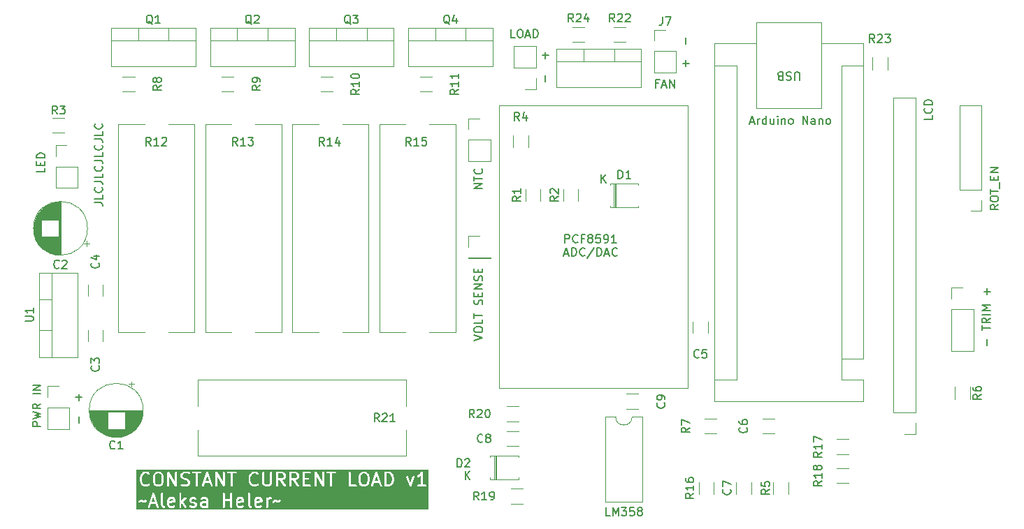
<source format=gbr>
%TF.GenerationSoftware,KiCad,Pcbnew,7.0.7*%
%TF.CreationDate,2023-11-30T13:52:08+01:00*%
%TF.ProjectId,CC_Load,43435f4c-6f61-4642-9e6b-696361645f70,rev?*%
%TF.SameCoordinates,Original*%
%TF.FileFunction,Legend,Top*%
%TF.FilePolarity,Positive*%
%FSLAX46Y46*%
G04 Gerber Fmt 4.6, Leading zero omitted, Abs format (unit mm)*
G04 Created by KiCad (PCBNEW 7.0.7) date 2023-11-30 13:52:08*
%MOMM*%
%LPD*%
G01*
G04 APERTURE LIST*
%ADD10C,0.250000*%
%ADD11C,0.150000*%
%ADD12C,0.120000*%
%ADD13C,0.100000*%
G04 APERTURE END LIST*
D10*
G36*
X68414159Y-89393882D02*
G01*
X68458520Y-89482603D01*
X68458520Y-89503000D01*
X67946615Y-89605381D01*
X67946615Y-89482603D01*
X67990975Y-89393883D01*
X68079695Y-89349523D01*
X68325441Y-89349523D01*
X68414159Y-89393882D01*
G37*
G36*
X72420425Y-90137745D02*
G01*
X72363535Y-90166190D01*
X72041601Y-90166190D01*
X71952879Y-90121829D01*
X71908520Y-90033110D01*
X71908520Y-89939746D01*
X71952880Y-89851026D01*
X72041600Y-89806666D01*
X72393044Y-89806666D01*
X72403916Y-89803473D01*
X72415182Y-89804690D01*
X72420425Y-89802947D01*
X72420425Y-90137745D01*
G37*
G36*
X76718921Y-89393882D02*
G01*
X76763282Y-89482603D01*
X76763282Y-89503000D01*
X76251377Y-89605381D01*
X76251377Y-89482603D01*
X76295737Y-89393883D01*
X76384457Y-89349523D01*
X76630203Y-89349523D01*
X76718921Y-89393882D01*
G37*
G36*
X78928445Y-89393882D02*
G01*
X78972806Y-89482603D01*
X78972806Y-89503000D01*
X78460901Y-89605381D01*
X78460901Y-89482603D01*
X78505261Y-89393883D01*
X78593981Y-89349523D01*
X78839727Y-89349523D01*
X78928445Y-89393882D01*
G37*
G36*
X66200568Y-89709047D02*
G01*
X65785519Y-89709047D01*
X65993044Y-89086473D01*
X66200568Y-89709047D01*
G37*
G36*
X66833286Y-86294113D02*
G01*
X66946840Y-86407667D01*
X67010901Y-86663910D01*
X67010901Y-87166469D01*
X66946840Y-87422712D01*
X66833286Y-87536266D01*
X66725440Y-87590190D01*
X66479696Y-87590190D01*
X66371850Y-87536267D01*
X66258295Y-87422713D01*
X66194234Y-87166467D01*
X66194234Y-86663912D01*
X66258295Y-86407666D01*
X66371850Y-86294112D01*
X66479696Y-86240190D01*
X66725440Y-86240190D01*
X66833286Y-86294113D01*
G37*
G36*
X91747572Y-86294113D02*
G01*
X91861126Y-86407667D01*
X91925187Y-86663910D01*
X91925187Y-87166469D01*
X91861126Y-87422712D01*
X91747572Y-87536266D01*
X91639726Y-87590190D01*
X91393982Y-87590190D01*
X91286136Y-87536267D01*
X91172581Y-87422713D01*
X91108520Y-87166467D01*
X91108520Y-86663912D01*
X91172581Y-86407666D01*
X91286136Y-86294112D01*
X91393982Y-86240190D01*
X91639726Y-86240190D01*
X91747572Y-86294113D01*
G37*
G36*
X94649332Y-86300635D02*
G01*
X94766502Y-86417805D01*
X94827484Y-86539770D01*
X94896616Y-86816294D01*
X94896616Y-87014085D01*
X94827484Y-87290609D01*
X94766502Y-87412574D01*
X94649332Y-87529744D01*
X94467996Y-87590190D01*
X94232330Y-87590190D01*
X94232330Y-86240190D01*
X94467996Y-86240190D01*
X94649332Y-86300635D01*
G37*
G36*
X72752949Y-87133047D02*
G01*
X72337900Y-87133047D01*
X72545425Y-86510473D01*
X72752949Y-87133047D01*
G37*
G36*
X93248187Y-87133047D02*
G01*
X92833138Y-87133047D01*
X93040663Y-86510473D01*
X93248187Y-87133047D01*
G37*
G36*
X81690427Y-86294111D02*
G01*
X81737931Y-86341616D01*
X81791854Y-86449460D01*
X81791854Y-86619014D01*
X81737931Y-86726858D01*
X81690427Y-86774363D01*
X81582583Y-86828285D01*
X81127568Y-86828285D01*
X81127568Y-86240190D01*
X81582583Y-86240190D01*
X81690427Y-86294111D01*
G37*
G36*
X83290427Y-86294111D02*
G01*
X83337931Y-86341616D01*
X83391854Y-86449460D01*
X83391854Y-86619014D01*
X83337931Y-86726858D01*
X83290427Y-86774363D01*
X83182583Y-86828285D01*
X82727568Y-86828285D01*
X82727568Y-86240190D01*
X83182583Y-86240190D01*
X83290427Y-86294111D01*
G37*
G36*
X99335820Y-90644761D02*
G01*
X63966139Y-90644761D01*
X63966139Y-90322048D01*
X65338579Y-90322048D01*
X65374491Y-90382638D01*
X65437460Y-90414194D01*
X65507494Y-90406697D01*
X65562356Y-90362527D01*
X65578295Y-90330719D01*
X65702186Y-89959047D01*
X66283902Y-89959047D01*
X66407792Y-90330718D01*
X66447987Y-90388556D01*
X66513071Y-90415480D01*
X66582379Y-90402943D01*
X66633908Y-90354925D01*
X66651296Y-90286672D01*
X66644962Y-90251662D01*
X66581948Y-90062619D01*
X66934711Y-90062619D01*
X66937903Y-90073491D01*
X66936687Y-90084757D01*
X66947907Y-90118520D01*
X67024097Y-90270901D01*
X67039336Y-90287284D01*
X67050765Y-90306526D01*
X67068998Y-90319173D01*
X67072068Y-90322473D01*
X67074741Y-90323156D01*
X67080000Y-90326804D01*
X67232381Y-90402994D01*
X67301700Y-90415468D01*
X67366760Y-90388485D01*
X67406903Y-90330612D01*
X67409386Y-90260222D01*
X67373418Y-90199664D01*
X67344183Y-90179386D01*
X67229070Y-90121830D01*
X67199465Y-90062619D01*
X67696615Y-90062619D01*
X67699807Y-90073491D01*
X67698591Y-90084758D01*
X67709812Y-90118521D01*
X67786003Y-90270902D01*
X67801240Y-90287283D01*
X67812670Y-90306526D01*
X67830906Y-90319175D01*
X67833974Y-90322473D01*
X67836646Y-90323156D01*
X67841905Y-90326804D01*
X67994286Y-90402994D01*
X68005437Y-90405000D01*
X68014970Y-90411127D01*
X68050187Y-90416190D01*
X68354949Y-90416190D01*
X68365821Y-90412997D01*
X68377087Y-90414214D01*
X68410850Y-90402994D01*
X68563231Y-90326804D01*
X68601518Y-90291190D01*
X69144235Y-90291190D01*
X69164078Y-90358770D01*
X69217308Y-90404894D01*
X69287024Y-90414918D01*
X69351093Y-90385659D01*
X69389172Y-90326407D01*
X69394235Y-90291190D01*
X69394235Y-89885823D01*
X69408091Y-89871966D01*
X69778759Y-90366190D01*
X69835181Y-90408348D01*
X69905440Y-90413309D01*
X69967227Y-90379499D01*
X70000927Y-90317650D01*
X69995839Y-90247401D01*
X69978759Y-90216190D01*
X69586662Y-89693395D01*
X69750772Y-89529285D01*
X70363282Y-89529285D01*
X70366474Y-89540157D01*
X70365258Y-89551424D01*
X70376479Y-89585187D01*
X70452670Y-89737568D01*
X70467907Y-89753948D01*
X70479336Y-89773191D01*
X70497572Y-89785840D01*
X70500641Y-89789139D01*
X70503313Y-89789822D01*
X70508571Y-89793469D01*
X70660952Y-89869660D01*
X70672102Y-89871666D01*
X70681637Y-89877794D01*
X70716854Y-89882857D01*
X70915916Y-89882857D01*
X71004637Y-89927217D01*
X71048997Y-90015936D01*
X71048997Y-90033110D01*
X71004637Y-90121829D01*
X70915916Y-90166190D01*
X70670172Y-90166190D01*
X70544183Y-90103196D01*
X70474864Y-90090722D01*
X70409804Y-90117705D01*
X70369661Y-90175578D01*
X70367178Y-90245969D01*
X70403146Y-90306526D01*
X70432381Y-90326804D01*
X70584762Y-90402994D01*
X70595913Y-90405000D01*
X70605446Y-90411127D01*
X70640663Y-90416190D01*
X70945425Y-90416190D01*
X70956297Y-90412997D01*
X70967563Y-90414214D01*
X71001326Y-90402994D01*
X71153707Y-90326804D01*
X71170090Y-90311564D01*
X71189331Y-90300137D01*
X71201978Y-90281903D01*
X71205279Y-90278833D01*
X71205962Y-90276158D01*
X71209609Y-90270902D01*
X71285800Y-90118521D01*
X71287806Y-90107370D01*
X71293934Y-90097836D01*
X71298997Y-90062619D01*
X71658520Y-90062619D01*
X71661712Y-90073491D01*
X71660496Y-90084758D01*
X71671717Y-90118521D01*
X71747908Y-90270902D01*
X71763145Y-90287283D01*
X71774575Y-90306526D01*
X71792811Y-90319175D01*
X71795879Y-90322473D01*
X71798551Y-90323156D01*
X71803810Y-90326804D01*
X71956191Y-90402994D01*
X71967342Y-90405000D01*
X71976875Y-90411127D01*
X72012092Y-90416190D01*
X72393044Y-90416190D01*
X72403916Y-90412997D01*
X72415182Y-90414214D01*
X72448945Y-90402994D01*
X72475805Y-90389563D01*
X72493498Y-90404894D01*
X72563214Y-90414918D01*
X72627283Y-90385659D01*
X72665362Y-90326407D01*
X72670425Y-90291190D01*
X74401378Y-90291190D01*
X74421221Y-90358770D01*
X74474451Y-90404894D01*
X74544167Y-90414918D01*
X74608236Y-90385659D01*
X74646315Y-90326407D01*
X74651378Y-90291190D01*
X74651378Y-89578095D01*
X75315664Y-89578095D01*
X75315664Y-90291190D01*
X75335507Y-90358770D01*
X75388737Y-90404894D01*
X75458453Y-90414918D01*
X75522522Y-90385659D01*
X75560601Y-90326407D01*
X75565664Y-90291190D01*
X75565664Y-90062619D01*
X76001377Y-90062619D01*
X76004569Y-90073491D01*
X76003353Y-90084758D01*
X76014574Y-90118521D01*
X76090765Y-90270902D01*
X76106002Y-90287283D01*
X76117432Y-90306526D01*
X76135668Y-90319175D01*
X76138736Y-90322473D01*
X76141408Y-90323156D01*
X76146667Y-90326804D01*
X76299048Y-90402994D01*
X76310199Y-90405000D01*
X76319732Y-90411127D01*
X76354949Y-90416190D01*
X76659711Y-90416190D01*
X76670583Y-90412997D01*
X76681849Y-90414214D01*
X76715612Y-90402994D01*
X76867993Y-90326804D01*
X76919565Y-90278833D01*
X76937014Y-90210595D01*
X76914802Y-90143756D01*
X76859980Y-90099536D01*
X76789954Y-90091975D01*
X76756191Y-90103196D01*
X76630202Y-90166190D01*
X76384458Y-90166190D01*
X76295736Y-90121829D01*
X76266131Y-90062619D01*
X77448997Y-90062619D01*
X77452189Y-90073491D01*
X77450973Y-90084757D01*
X77462193Y-90118520D01*
X77538383Y-90270901D01*
X77553622Y-90287284D01*
X77565051Y-90306526D01*
X77583284Y-90319173D01*
X77586354Y-90322473D01*
X77589027Y-90323156D01*
X77594286Y-90326804D01*
X77746667Y-90402994D01*
X77815986Y-90415468D01*
X77881046Y-90388485D01*
X77921189Y-90330612D01*
X77923672Y-90260222D01*
X77887704Y-90199664D01*
X77858469Y-90179386D01*
X77743356Y-90121830D01*
X77713751Y-90062619D01*
X78210901Y-90062619D01*
X78214093Y-90073491D01*
X78212877Y-90084758D01*
X78224098Y-90118521D01*
X78300289Y-90270902D01*
X78315526Y-90287283D01*
X78326956Y-90306526D01*
X78345192Y-90319175D01*
X78348260Y-90322473D01*
X78350932Y-90323156D01*
X78356191Y-90326804D01*
X78508572Y-90402994D01*
X78519723Y-90405000D01*
X78529256Y-90411127D01*
X78564473Y-90416190D01*
X78869235Y-90416190D01*
X78880107Y-90412997D01*
X78891373Y-90414214D01*
X78925136Y-90402994D01*
X79077517Y-90326804D01*
X79115804Y-90291190D01*
X79658521Y-90291190D01*
X79678364Y-90358770D01*
X79731594Y-90404894D01*
X79801310Y-90414918D01*
X79865379Y-90385659D01*
X79903458Y-90326407D01*
X79908521Y-90291190D01*
X79908521Y-89655094D01*
X80423282Y-89655094D01*
X80428306Y-89725348D01*
X80470514Y-89781733D01*
X80536507Y-89806348D01*
X80605330Y-89791377D01*
X80633813Y-89770055D01*
X80695661Y-89708207D01*
X80773997Y-89669039D01*
X81022857Y-89793469D01*
X81027330Y-89794274D01*
X81030871Y-89797130D01*
X81061686Y-89800456D01*
X81092177Y-89805944D01*
X81096377Y-89804202D01*
X81100897Y-89804690D01*
X81134660Y-89793470D01*
X81287041Y-89717280D01*
X81288756Y-89715684D01*
X81291047Y-89715186D01*
X81319529Y-89693864D01*
X81395719Y-89617673D01*
X81429474Y-89555855D01*
X81424449Y-89485601D01*
X81382240Y-89429217D01*
X81316247Y-89404603D01*
X81247423Y-89419575D01*
X81218941Y-89440897D01*
X81157094Y-89502744D01*
X81078759Y-89541911D01*
X80829899Y-89417482D01*
X80825424Y-89416676D01*
X80821884Y-89413821D01*
X80791071Y-89410494D01*
X80760579Y-89405007D01*
X80756378Y-89406749D01*
X80751858Y-89406261D01*
X80718095Y-89417482D01*
X80565714Y-89493673D01*
X80564000Y-89495266D01*
X80561711Y-89495765D01*
X80533228Y-89517087D01*
X80457037Y-89593277D01*
X80423282Y-89655094D01*
X79908521Y-89655094D01*
X79908521Y-89558793D01*
X79962442Y-89450949D01*
X80009947Y-89403445D01*
X80117791Y-89349523D01*
X80240664Y-89349523D01*
X80308244Y-89329680D01*
X80354368Y-89276450D01*
X80364392Y-89206734D01*
X80335133Y-89142665D01*
X80275881Y-89104586D01*
X80240664Y-89099523D01*
X80088283Y-89099523D01*
X80077410Y-89102715D01*
X80066144Y-89101499D01*
X80032381Y-89112720D01*
X79895751Y-89181034D01*
X79888678Y-89156943D01*
X79835448Y-89110819D01*
X79765732Y-89100795D01*
X79701663Y-89130054D01*
X79663584Y-89189306D01*
X79658521Y-89224523D01*
X79658521Y-90291190D01*
X79115804Y-90291190D01*
X79129089Y-90278833D01*
X79146538Y-90210595D01*
X79124326Y-90143756D01*
X79069504Y-90099536D01*
X78999478Y-90091975D01*
X78965715Y-90103196D01*
X78839726Y-90166190D01*
X78593982Y-90166190D01*
X78505260Y-90121829D01*
X78460901Y-90033110D01*
X78460901Y-89860332D01*
X79122321Y-89728049D01*
X79150609Y-89713213D01*
X79179664Y-89699945D01*
X79181572Y-89696975D01*
X79184697Y-89695337D01*
X79200470Y-89667568D01*
X79217743Y-89640693D01*
X79218422Y-89635967D01*
X79219486Y-89634095D01*
X79219267Y-89630090D01*
X79222806Y-89605476D01*
X79222806Y-89453095D01*
X79219614Y-89442225D01*
X79220831Y-89430957D01*
X79209610Y-89397194D01*
X79133420Y-89244813D01*
X79118178Y-89228426D01*
X79106752Y-89209189D01*
X79088519Y-89196542D01*
X79085449Y-89193241D01*
X79082774Y-89192557D01*
X79077518Y-89188911D01*
X78925137Y-89112720D01*
X78913986Y-89110713D01*
X78904452Y-89104586D01*
X78869235Y-89099523D01*
X78564473Y-89099523D01*
X78553600Y-89102715D01*
X78542334Y-89101499D01*
X78508571Y-89112720D01*
X78356190Y-89188911D01*
X78339806Y-89204151D01*
X78320567Y-89215578D01*
X78307918Y-89233812D01*
X78304619Y-89236882D01*
X78303935Y-89239555D01*
X78300289Y-89244812D01*
X78224098Y-89397193D01*
X78222091Y-89408343D01*
X78215964Y-89417878D01*
X78210901Y-89453095D01*
X78210901Y-90062619D01*
X77713751Y-90062619D01*
X77698997Y-90033110D01*
X77698997Y-88691190D01*
X77679154Y-88623610D01*
X77625924Y-88577486D01*
X77556208Y-88567462D01*
X77492139Y-88596721D01*
X77454060Y-88655973D01*
X77448997Y-88691190D01*
X77448997Y-90062619D01*
X76266131Y-90062619D01*
X76251377Y-90033110D01*
X76251377Y-89860332D01*
X76912797Y-89728049D01*
X76941085Y-89713213D01*
X76970140Y-89699945D01*
X76972048Y-89696975D01*
X76975173Y-89695337D01*
X76990946Y-89667568D01*
X77008219Y-89640693D01*
X77008898Y-89635967D01*
X77009962Y-89634095D01*
X77009743Y-89630090D01*
X77013282Y-89605476D01*
X77013282Y-89453095D01*
X77010090Y-89442225D01*
X77011307Y-89430957D01*
X77000086Y-89397194D01*
X76923896Y-89244813D01*
X76908654Y-89228426D01*
X76897228Y-89209189D01*
X76878995Y-89196542D01*
X76875925Y-89193241D01*
X76873250Y-89192557D01*
X76867994Y-89188911D01*
X76715613Y-89112720D01*
X76704462Y-89110713D01*
X76694928Y-89104586D01*
X76659711Y-89099523D01*
X76354949Y-89099523D01*
X76344076Y-89102715D01*
X76332810Y-89101499D01*
X76299047Y-89112720D01*
X76146666Y-89188911D01*
X76130282Y-89204151D01*
X76111043Y-89215578D01*
X76098394Y-89233812D01*
X76095095Y-89236882D01*
X76094411Y-89239555D01*
X76090765Y-89244812D01*
X76014574Y-89397193D01*
X76012567Y-89408343D01*
X76006440Y-89417878D01*
X76001377Y-89453095D01*
X76001377Y-90062619D01*
X75565664Y-90062619D01*
X75565664Y-88691190D01*
X75545821Y-88623610D01*
X75492591Y-88577486D01*
X75422875Y-88567462D01*
X75358806Y-88596721D01*
X75320727Y-88655973D01*
X75315664Y-88691190D01*
X75315664Y-89328095D01*
X74651378Y-89328095D01*
X74651378Y-88691190D01*
X74631535Y-88623610D01*
X74578305Y-88577486D01*
X74508589Y-88567462D01*
X74444520Y-88596721D01*
X74406441Y-88655973D01*
X74401378Y-88691190D01*
X74401378Y-90291190D01*
X72670425Y-90291190D01*
X72670425Y-89453095D01*
X72667233Y-89442225D01*
X72668450Y-89430957D01*
X72657229Y-89397194D01*
X72581039Y-89244813D01*
X72565797Y-89228426D01*
X72554371Y-89209189D01*
X72536138Y-89196542D01*
X72533068Y-89193241D01*
X72530393Y-89192557D01*
X72525137Y-89188911D01*
X72372756Y-89112720D01*
X72361605Y-89110713D01*
X72352071Y-89104586D01*
X72316854Y-89099523D01*
X72012092Y-89099523D01*
X72001219Y-89102715D01*
X71989953Y-89101499D01*
X71956190Y-89112720D01*
X71803809Y-89188911D01*
X71752238Y-89236882D01*
X71734789Y-89305119D01*
X71757001Y-89371958D01*
X71811824Y-89416178D01*
X71881850Y-89423738D01*
X71915613Y-89412517D01*
X72041600Y-89349523D01*
X72287346Y-89349523D01*
X72376064Y-89393882D01*
X72420425Y-89482603D01*
X72420425Y-89528221D01*
X72363535Y-89556666D01*
X72012092Y-89556666D01*
X72001219Y-89559858D01*
X71989953Y-89558642D01*
X71956190Y-89569863D01*
X71803809Y-89646054D01*
X71787425Y-89661294D01*
X71768186Y-89672721D01*
X71755537Y-89690955D01*
X71752238Y-89694025D01*
X71751554Y-89696698D01*
X71747908Y-89701955D01*
X71671717Y-89854336D01*
X71669710Y-89865486D01*
X71663583Y-89875021D01*
X71658520Y-89910238D01*
X71658520Y-90062619D01*
X71298997Y-90062619D01*
X71298997Y-89986428D01*
X71295804Y-89975555D01*
X71297021Y-89964289D01*
X71285800Y-89930526D01*
X71209609Y-89778145D01*
X71194370Y-89761763D01*
X71182942Y-89742521D01*
X71164705Y-89729871D01*
X71161638Y-89726574D01*
X71158965Y-89725890D01*
X71153707Y-89722243D01*
X71001326Y-89646053D01*
X70990174Y-89644046D01*
X70980642Y-89637920D01*
X70945425Y-89632857D01*
X70746362Y-89632857D01*
X70657642Y-89588496D01*
X70613282Y-89499776D01*
X70613282Y-89482603D01*
X70657642Y-89393883D01*
X70746362Y-89349523D01*
X70915917Y-89349523D01*
X71041904Y-89412517D01*
X71111223Y-89424992D01*
X71176283Y-89398009D01*
X71216427Y-89340136D01*
X71218909Y-89269746D01*
X71182942Y-89209189D01*
X71153708Y-89188911D01*
X71001327Y-89112720D01*
X70990176Y-89110713D01*
X70980642Y-89104586D01*
X70945425Y-89099523D01*
X70716854Y-89099523D01*
X70705981Y-89102715D01*
X70694715Y-89101499D01*
X70660952Y-89112720D01*
X70508571Y-89188911D01*
X70492187Y-89204151D01*
X70472948Y-89215578D01*
X70460299Y-89233812D01*
X70457000Y-89236882D01*
X70456316Y-89239555D01*
X70452670Y-89244812D01*
X70376479Y-89397193D01*
X70374472Y-89408343D01*
X70368345Y-89417878D01*
X70363282Y-89453095D01*
X70363282Y-89529285D01*
X69750772Y-89529285D01*
X69967147Y-89312911D01*
X70000902Y-89251094D01*
X69995878Y-89180840D01*
X69953669Y-89124455D01*
X69887676Y-89099841D01*
X69818853Y-89114813D01*
X69790371Y-89136135D01*
X69394235Y-89532271D01*
X69394235Y-88691190D01*
X69374392Y-88623610D01*
X69321162Y-88577486D01*
X69251446Y-88567462D01*
X69187377Y-88596721D01*
X69149298Y-88655973D01*
X69144235Y-88691190D01*
X69144235Y-90291190D01*
X68601518Y-90291190D01*
X68614803Y-90278833D01*
X68632252Y-90210595D01*
X68610040Y-90143756D01*
X68555218Y-90099536D01*
X68485192Y-90091975D01*
X68451429Y-90103196D01*
X68325440Y-90166190D01*
X68079696Y-90166190D01*
X67990974Y-90121829D01*
X67946615Y-90033110D01*
X67946615Y-89860333D01*
X68608035Y-89728049D01*
X68636323Y-89713213D01*
X68665378Y-89699945D01*
X68667286Y-89696975D01*
X68670411Y-89695337D01*
X68686184Y-89667568D01*
X68703457Y-89640693D01*
X68704136Y-89635967D01*
X68705200Y-89634095D01*
X68704981Y-89630090D01*
X68708520Y-89605476D01*
X68708520Y-89453095D01*
X68705328Y-89442225D01*
X68706545Y-89430957D01*
X68695324Y-89397194D01*
X68619134Y-89244813D01*
X68603892Y-89228426D01*
X68592466Y-89209189D01*
X68574233Y-89196542D01*
X68571163Y-89193241D01*
X68568488Y-89192557D01*
X68563232Y-89188911D01*
X68410851Y-89112720D01*
X68399700Y-89110713D01*
X68390166Y-89104586D01*
X68354949Y-89099523D01*
X68050187Y-89099523D01*
X68039314Y-89102715D01*
X68028048Y-89101499D01*
X67994285Y-89112720D01*
X67841904Y-89188911D01*
X67825520Y-89204151D01*
X67806281Y-89215578D01*
X67793632Y-89233812D01*
X67790333Y-89236882D01*
X67789649Y-89239555D01*
X67786003Y-89244812D01*
X67709812Y-89397193D01*
X67707805Y-89408343D01*
X67701678Y-89417878D01*
X67696615Y-89453095D01*
X67696615Y-90062619D01*
X67199465Y-90062619D01*
X67184711Y-90033110D01*
X67184711Y-88691190D01*
X67164868Y-88623610D01*
X67111638Y-88577486D01*
X67041922Y-88567462D01*
X66977853Y-88596721D01*
X66939774Y-88655973D01*
X66934711Y-88691190D01*
X66934711Y-90062619D01*
X66581948Y-90062619D01*
X66111629Y-88651662D01*
X66094007Y-88626305D01*
X66078263Y-88599742D01*
X66074095Y-88597653D01*
X66071434Y-88593824D01*
X66042896Y-88582018D01*
X66015294Y-88568186D01*
X66010658Y-88568682D01*
X66006350Y-88566900D01*
X65975967Y-88572395D01*
X65945260Y-88575683D01*
X65941627Y-88578607D01*
X65937042Y-88579437D01*
X65914459Y-88600480D01*
X65890398Y-88619853D01*
X65887531Y-88625574D01*
X65885513Y-88627455D01*
X65884400Y-88631822D01*
X65874459Y-88651662D01*
X65341125Y-90251661D01*
X65338579Y-90322048D01*
X63966139Y-90322048D01*
X63966139Y-89655094D01*
X64194710Y-89655094D01*
X64199734Y-89725348D01*
X64241942Y-89781733D01*
X64307935Y-89806348D01*
X64376758Y-89791377D01*
X64405241Y-89770055D01*
X64467089Y-89708207D01*
X64545425Y-89669039D01*
X64794285Y-89793469D01*
X64798758Y-89794274D01*
X64802299Y-89797130D01*
X64833114Y-89800456D01*
X64863605Y-89805944D01*
X64867805Y-89804202D01*
X64872325Y-89804690D01*
X64906088Y-89793470D01*
X65058469Y-89717280D01*
X65060184Y-89715684D01*
X65062475Y-89715186D01*
X65090957Y-89693864D01*
X65167147Y-89617673D01*
X65200902Y-89555855D01*
X65195877Y-89485601D01*
X65153668Y-89429217D01*
X65087675Y-89404603D01*
X65018851Y-89419575D01*
X64990369Y-89440897D01*
X64928522Y-89502744D01*
X64850187Y-89541911D01*
X64601327Y-89417482D01*
X64596852Y-89416676D01*
X64593312Y-89413821D01*
X64562499Y-89410494D01*
X64532007Y-89405007D01*
X64527806Y-89406749D01*
X64523286Y-89406261D01*
X64489523Y-89417482D01*
X64337142Y-89493673D01*
X64335428Y-89495266D01*
X64333139Y-89495765D01*
X64304656Y-89517087D01*
X64228465Y-89593277D01*
X64194710Y-89655094D01*
X63966139Y-89655094D01*
X63966139Y-87029476D01*
X64344234Y-87029476D01*
X64345192Y-87032738D01*
X64347966Y-87059793D01*
X64424157Y-87364556D01*
X64426376Y-87368338D01*
X64433621Y-87390139D01*
X64509811Y-87542520D01*
X64511407Y-87544235D01*
X64511905Y-87546525D01*
X64533227Y-87575007D01*
X64685607Y-87727388D01*
X64695551Y-87732818D01*
X64702659Y-87741646D01*
X64734468Y-87757586D01*
X64963040Y-87833776D01*
X64965380Y-87833860D01*
X64967351Y-87835127D01*
X65002568Y-87840190D01*
X65154949Y-87840190D01*
X65157195Y-87839530D01*
X65159466Y-87840109D01*
X65194477Y-87833775D01*
X65423048Y-87757585D01*
X65432352Y-87751119D01*
X65443426Y-87748710D01*
X65471908Y-87727388D01*
X65548099Y-87651198D01*
X65581854Y-87589380D01*
X65576830Y-87519126D01*
X65534621Y-87462742D01*
X65468628Y-87438127D01*
X65399805Y-87453099D01*
X65371322Y-87474421D01*
X65315998Y-87529745D01*
X65134666Y-87590190D01*
X65022851Y-87590190D01*
X64841518Y-87529745D01*
X64724348Y-87412575D01*
X64663364Y-87290609D01*
X64636176Y-87181857D01*
X65944234Y-87181857D01*
X65945192Y-87185119D01*
X65947966Y-87212174D01*
X66024157Y-87516937D01*
X66032296Y-87530809D01*
X66035715Y-87546525D01*
X66057037Y-87575007D01*
X66209417Y-87727388D01*
X66211472Y-87728510D01*
X66212670Y-87730526D01*
X66241905Y-87750804D01*
X66394286Y-87826994D01*
X66405437Y-87829000D01*
X66414970Y-87835127D01*
X66450187Y-87840190D01*
X66754949Y-87840190D01*
X66765821Y-87836997D01*
X66777087Y-87838214D01*
X66810850Y-87826994D01*
X66963231Y-87750804D01*
X66964946Y-87749207D01*
X66967236Y-87748710D01*
X66995718Y-87727388D01*
X67007916Y-87715190D01*
X67696615Y-87715190D01*
X67716458Y-87782770D01*
X67769688Y-87828894D01*
X67839404Y-87838918D01*
X67903473Y-87809659D01*
X67941552Y-87750407D01*
X67946615Y-87715190D01*
X67946615Y-86585884D01*
X68627371Y-87777207D01*
X68629795Y-87779539D01*
X68630744Y-87782770D01*
X68655003Y-87803790D01*
X68678128Y-87826038D01*
X68681430Y-87826689D01*
X68683974Y-87828894D01*
X68715743Y-87833461D01*
X68747229Y-87839676D01*
X68750359Y-87838439D01*
X68753690Y-87838918D01*
X68782882Y-87825586D01*
X68812733Y-87813790D01*
X68814697Y-87811057D01*
X68817759Y-87809659D01*
X68835113Y-87782655D01*
X68853843Y-87756599D01*
X68854018Y-87753238D01*
X68855838Y-87750407D01*
X68860901Y-87715190D01*
X68860901Y-86572333D01*
X69296614Y-86572333D01*
X69299806Y-86583205D01*
X69298590Y-86594472D01*
X69309811Y-86628235D01*
X69386002Y-86780616D01*
X69387596Y-86782330D01*
X69388095Y-86784620D01*
X69409417Y-86813102D01*
X69485607Y-86889292D01*
X69487660Y-86890413D01*
X69488858Y-86892429D01*
X69518093Y-86912707D01*
X69670474Y-86988898D01*
X69674785Y-86989673D01*
X69696059Y-86998363D01*
X69987510Y-87071225D01*
X70109473Y-87132207D01*
X70156978Y-87179711D01*
X70210900Y-87287555D01*
X70210900Y-87380919D01*
X70156977Y-87488764D01*
X70109475Y-87536267D01*
X70001629Y-87590190D01*
X69670469Y-87590190D01*
X69461142Y-87520414D01*
X69390755Y-87517869D01*
X69330165Y-87553782D01*
X69298610Y-87616750D01*
X69306107Y-87686784D01*
X69350277Y-87741646D01*
X69382086Y-87757586D01*
X69610658Y-87833776D01*
X69612998Y-87833860D01*
X69614969Y-87835127D01*
X69650186Y-87840190D01*
X70031138Y-87840190D01*
X70042010Y-87836997D01*
X70053276Y-87838214D01*
X70087039Y-87826994D01*
X70239420Y-87750804D01*
X70241135Y-87749207D01*
X70243425Y-87748710D01*
X70271907Y-87727388D01*
X70348098Y-87651198D01*
X70349220Y-87649142D01*
X70351236Y-87647945D01*
X70371514Y-87618710D01*
X70447704Y-87466329D01*
X70449710Y-87455177D01*
X70455837Y-87445645D01*
X70460900Y-87410428D01*
X70460900Y-87258047D01*
X70457708Y-87247177D01*
X70458925Y-87235909D01*
X70447704Y-87202146D01*
X70371514Y-87049765D01*
X70369918Y-87048049D01*
X70369420Y-87045759D01*
X70348098Y-87017277D01*
X70271907Y-86941087D01*
X70269850Y-86939964D01*
X70268655Y-86937951D01*
X70239421Y-86917673D01*
X70087040Y-86841482D01*
X70082727Y-86840705D01*
X70061454Y-86832017D01*
X69770003Y-86759154D01*
X69648039Y-86698172D01*
X69600536Y-86650669D01*
X69546614Y-86542824D01*
X69546614Y-86449460D01*
X69600536Y-86341616D01*
X69648040Y-86294111D01*
X69755885Y-86240190D01*
X70087046Y-86240190D01*
X70296372Y-86309966D01*
X70366759Y-86312511D01*
X70427349Y-86276599D01*
X70458904Y-86213630D01*
X70451407Y-86143596D01*
X70442859Y-86132979D01*
X70669315Y-86132979D01*
X70698574Y-86197048D01*
X70757826Y-86235127D01*
X70793043Y-86240190D01*
X71125186Y-86240190D01*
X71125186Y-87715190D01*
X71145029Y-87782770D01*
X71198259Y-87828894D01*
X71267975Y-87838918D01*
X71332044Y-87809659D01*
X71370123Y-87750407D01*
X71370750Y-87746048D01*
X71890960Y-87746048D01*
X71926872Y-87806638D01*
X71989841Y-87838194D01*
X72059875Y-87830697D01*
X72114737Y-87786527D01*
X72130676Y-87754719D01*
X72254567Y-87383047D01*
X72836283Y-87383047D01*
X72960173Y-87754718D01*
X73000368Y-87812556D01*
X73065452Y-87839480D01*
X73134760Y-87826943D01*
X73186289Y-87778925D01*
X73202526Y-87715190D01*
X73487092Y-87715190D01*
X73506935Y-87782770D01*
X73560165Y-87828894D01*
X73629881Y-87838918D01*
X73693950Y-87809659D01*
X73732029Y-87750407D01*
X73737092Y-87715190D01*
X73737092Y-86585884D01*
X74417848Y-87777207D01*
X74420272Y-87779539D01*
X74421221Y-87782770D01*
X74445480Y-87803790D01*
X74468605Y-87826038D01*
X74471907Y-87826689D01*
X74474451Y-87828894D01*
X74506220Y-87833461D01*
X74537706Y-87839676D01*
X74540836Y-87838439D01*
X74544167Y-87838918D01*
X74573359Y-87825586D01*
X74603210Y-87813790D01*
X74605174Y-87811057D01*
X74608236Y-87809659D01*
X74625590Y-87782655D01*
X74644320Y-87756599D01*
X74644495Y-87753238D01*
X74646315Y-87750407D01*
X74651378Y-87715190D01*
X74651378Y-86132979D01*
X74935982Y-86132979D01*
X74965241Y-86197048D01*
X75024493Y-86235127D01*
X75059710Y-86240190D01*
X75391853Y-86240190D01*
X75391853Y-87715190D01*
X75411696Y-87782770D01*
X75464926Y-87828894D01*
X75534642Y-87838918D01*
X75598711Y-87809659D01*
X75636790Y-87750407D01*
X75641853Y-87715190D01*
X75641853Y-87029476D01*
X77525187Y-87029476D01*
X77526145Y-87032738D01*
X77528919Y-87059793D01*
X77605110Y-87364556D01*
X77607329Y-87368338D01*
X77614574Y-87390139D01*
X77690764Y-87542520D01*
X77692360Y-87544235D01*
X77692858Y-87546525D01*
X77714180Y-87575007D01*
X77866560Y-87727388D01*
X77876504Y-87732818D01*
X77883612Y-87741646D01*
X77915421Y-87757586D01*
X78143993Y-87833776D01*
X78146333Y-87833860D01*
X78148304Y-87835127D01*
X78183521Y-87840190D01*
X78335902Y-87840190D01*
X78338148Y-87839530D01*
X78340419Y-87840109D01*
X78375430Y-87833775D01*
X78604001Y-87757585D01*
X78613305Y-87751119D01*
X78624379Y-87748710D01*
X78652861Y-87727388D01*
X78729052Y-87651198D01*
X78762807Y-87589380D01*
X78757783Y-87519126D01*
X78715574Y-87462742D01*
X78649581Y-87438127D01*
X78580758Y-87453099D01*
X78552275Y-87474421D01*
X78496951Y-87529745D01*
X78315619Y-87590190D01*
X78203804Y-87590190D01*
X78022471Y-87529745D01*
X77905301Y-87412575D01*
X77904227Y-87410428D01*
X79201378Y-87410428D01*
X79204570Y-87421300D01*
X79203354Y-87432566D01*
X79214574Y-87466329D01*
X79290764Y-87618710D01*
X79292360Y-87620425D01*
X79292858Y-87622715D01*
X79314180Y-87651197D01*
X79390370Y-87727388D01*
X79392425Y-87728510D01*
X79393623Y-87730526D01*
X79422858Y-87750804D01*
X79575239Y-87826994D01*
X79586390Y-87829000D01*
X79595923Y-87835127D01*
X79631140Y-87840190D01*
X79935902Y-87840190D01*
X79946774Y-87836997D01*
X79958040Y-87838214D01*
X79991803Y-87826994D01*
X80144184Y-87750804D01*
X80145899Y-87749208D01*
X80148190Y-87748710D01*
X80176672Y-87727388D01*
X80188870Y-87715190D01*
X80877568Y-87715190D01*
X80897411Y-87782770D01*
X80950641Y-87828894D01*
X81020357Y-87838918D01*
X81084426Y-87809659D01*
X81122505Y-87750407D01*
X81127568Y-87715190D01*
X81127568Y-87078285D01*
X81318438Y-87078285D01*
X81814450Y-87786873D01*
X81869461Y-87830857D01*
X81939519Y-87838118D01*
X82002381Y-87806351D01*
X82038089Y-87745640D01*
X82036885Y-87715190D01*
X82477568Y-87715190D01*
X82497411Y-87782770D01*
X82550641Y-87828894D01*
X82620357Y-87838918D01*
X82684426Y-87809659D01*
X82722505Y-87750407D01*
X82727568Y-87715190D01*
X82727568Y-87078285D01*
X82918438Y-87078285D01*
X83414450Y-87786873D01*
X83469461Y-87830857D01*
X83539519Y-87838118D01*
X83602381Y-87806351D01*
X83638089Y-87745640D01*
X83636885Y-87715190D01*
X84077568Y-87715190D01*
X84080138Y-87723945D01*
X84078840Y-87732979D01*
X84089906Y-87757211D01*
X84097411Y-87782770D01*
X84104307Y-87788745D01*
X84108099Y-87797048D01*
X84130511Y-87811451D01*
X84150641Y-87828894D01*
X84159673Y-87830192D01*
X84167351Y-87835127D01*
X84202568Y-87840190D01*
X84964473Y-87840190D01*
X85032053Y-87820347D01*
X85078177Y-87767117D01*
X85085643Y-87715190D01*
X85525187Y-87715190D01*
X85545030Y-87782770D01*
X85598260Y-87828894D01*
X85667976Y-87838918D01*
X85732045Y-87809659D01*
X85770124Y-87750407D01*
X85775187Y-87715190D01*
X85775187Y-86585884D01*
X86455943Y-87777207D01*
X86458367Y-87779539D01*
X86459316Y-87782770D01*
X86483575Y-87803790D01*
X86506700Y-87826038D01*
X86510002Y-87826689D01*
X86512546Y-87828894D01*
X86544315Y-87833461D01*
X86575801Y-87839676D01*
X86578931Y-87838439D01*
X86582262Y-87838918D01*
X86611454Y-87825586D01*
X86641305Y-87813790D01*
X86643269Y-87811057D01*
X86646331Y-87809659D01*
X86663685Y-87782655D01*
X86682415Y-87756599D01*
X86682590Y-87753238D01*
X86684410Y-87750407D01*
X86689473Y-87715190D01*
X86689473Y-86132979D01*
X86974077Y-86132979D01*
X87003336Y-86197048D01*
X87062588Y-86235127D01*
X87097805Y-86240190D01*
X87429948Y-86240190D01*
X87429948Y-87715190D01*
X87449791Y-87782770D01*
X87503021Y-87828894D01*
X87572737Y-87838918D01*
X87636806Y-87809659D01*
X87674885Y-87750407D01*
X87679948Y-87715190D01*
X89639473Y-87715190D01*
X89642043Y-87723945D01*
X89640745Y-87732979D01*
X89651811Y-87757211D01*
X89659316Y-87782770D01*
X89666212Y-87788745D01*
X89670004Y-87797048D01*
X89692416Y-87811451D01*
X89712546Y-87828894D01*
X89721578Y-87830192D01*
X89729256Y-87835127D01*
X89764473Y-87840190D01*
X90526378Y-87840190D01*
X90593958Y-87820347D01*
X90640082Y-87767117D01*
X90650106Y-87697401D01*
X90620847Y-87633332D01*
X90561595Y-87595253D01*
X90526378Y-87590190D01*
X89889473Y-87590190D01*
X89889473Y-87181857D01*
X90858520Y-87181857D01*
X90859478Y-87185119D01*
X90862252Y-87212174D01*
X90938443Y-87516937D01*
X90946582Y-87530809D01*
X90950001Y-87546525D01*
X90971323Y-87575007D01*
X91123703Y-87727388D01*
X91125758Y-87728510D01*
X91126956Y-87730526D01*
X91156191Y-87750804D01*
X91308572Y-87826994D01*
X91319723Y-87829000D01*
X91329256Y-87835127D01*
X91364473Y-87840190D01*
X91669235Y-87840190D01*
X91680107Y-87836997D01*
X91691373Y-87838214D01*
X91725136Y-87826994D01*
X91877517Y-87750804D01*
X91879232Y-87749207D01*
X91881522Y-87748710D01*
X91885078Y-87746048D01*
X92386198Y-87746048D01*
X92422110Y-87806638D01*
X92485079Y-87838194D01*
X92555113Y-87830697D01*
X92609975Y-87786527D01*
X92625914Y-87754719D01*
X92749805Y-87383047D01*
X93331521Y-87383047D01*
X93455411Y-87754718D01*
X93495606Y-87812556D01*
X93560690Y-87839480D01*
X93629998Y-87826943D01*
X93681527Y-87778925D01*
X93697764Y-87715190D01*
X93982330Y-87715190D01*
X93984900Y-87723945D01*
X93983602Y-87732979D01*
X93994668Y-87757211D01*
X94002173Y-87782770D01*
X94009069Y-87788745D01*
X94012861Y-87797048D01*
X94035273Y-87811451D01*
X94055403Y-87828894D01*
X94064435Y-87830192D01*
X94072113Y-87835127D01*
X94107330Y-87840190D01*
X94488282Y-87840190D01*
X94490528Y-87839530D01*
X94492799Y-87840109D01*
X94527810Y-87833776D01*
X94756382Y-87757585D01*
X94765686Y-87751119D01*
X94776760Y-87748710D01*
X94805242Y-87727388D01*
X94957623Y-87575008D01*
X94958745Y-87572952D01*
X94960761Y-87571755D01*
X94981039Y-87542520D01*
X95057229Y-87390139D01*
X95058005Y-87385826D01*
X95066693Y-87364555D01*
X95142884Y-87059793D01*
X95142745Y-87056395D01*
X95146616Y-87029476D01*
X95146616Y-86800904D01*
X95145657Y-86797640D01*
X95142884Y-86770587D01*
X95114161Y-86655697D01*
X96649203Y-86655697D01*
X96656279Y-86690565D01*
X97037231Y-87757232D01*
X97053884Y-87780139D01*
X97067804Y-87804805D01*
X97074317Y-87808244D01*
X97078648Y-87814201D01*
X97105040Y-87824467D01*
X97130087Y-87837693D01*
X97137425Y-87837064D01*
X97144290Y-87839735D01*
X97172047Y-87834101D01*
X97200265Y-87831687D01*
X97206098Y-87827191D01*
X97213316Y-87825727D01*
X97233618Y-87805984D01*
X97256054Y-87788695D01*
X97260967Y-87779388D01*
X97263811Y-87776624D01*
X97264896Y-87771947D01*
X97272667Y-87757232D01*
X97653620Y-86690565D01*
X97657662Y-86620249D01*
X97633108Y-86576738D01*
X97944313Y-86576738D01*
X97966525Y-86643577D01*
X98021348Y-86687797D01*
X98091374Y-86695357D01*
X98125137Y-86684136D01*
X98277518Y-86607945D01*
X98279232Y-86606350D01*
X98281522Y-86605852D01*
X98310004Y-86584530D01*
X98401378Y-86493156D01*
X98401378Y-87590190D01*
X98069235Y-87590190D01*
X98001655Y-87610033D01*
X97955531Y-87663263D01*
X97945507Y-87732979D01*
X97974766Y-87797048D01*
X98034018Y-87835127D01*
X98069235Y-87840190D01*
X98983521Y-87840190D01*
X99051101Y-87820347D01*
X99097225Y-87767117D01*
X99107249Y-87697401D01*
X99077990Y-87633332D01*
X99018738Y-87595253D01*
X98983521Y-87590190D01*
X98651378Y-87590190D01*
X98651378Y-86115190D01*
X98641729Y-86082329D01*
X98632655Y-86049387D01*
X98631843Y-86048659D01*
X98631535Y-86047610D01*
X98605667Y-86025195D01*
X98580209Y-86002375D01*
X98579130Y-86002201D01*
X98578305Y-86001486D01*
X98544420Y-85996614D01*
X98510670Y-85991181D01*
X98509670Y-85991617D01*
X98508589Y-85991462D01*
X98477462Y-86005676D01*
X98446119Y-86019359D01*
X98445160Y-86020428D01*
X98444520Y-86020721D01*
X98443561Y-86022212D01*
X98422372Y-86045853D01*
X98276857Y-86264124D01*
X98147571Y-86393410D01*
X98013333Y-86460530D01*
X97961762Y-86508501D01*
X97944313Y-86576738D01*
X97633108Y-86576738D01*
X97623047Y-86558909D01*
X97560764Y-86526020D01*
X97490586Y-86532026D01*
X97434797Y-86575019D01*
X97418184Y-86606481D01*
X97154949Y-87343537D01*
X96891715Y-86606481D01*
X96850298Y-86549512D01*
X96784656Y-86523978D01*
X96715630Y-86537986D01*
X96665135Y-86587089D01*
X96649203Y-86655697D01*
X95114161Y-86655697D01*
X95066693Y-86465825D01*
X95064475Y-86462045D01*
X95057229Y-86440241D01*
X94981039Y-86287860D01*
X94979442Y-86286144D01*
X94978945Y-86283855D01*
X94957623Y-86255372D01*
X94805242Y-86102992D01*
X94795298Y-86097562D01*
X94788191Y-86088734D01*
X94756382Y-86072795D01*
X94527810Y-85996604D01*
X94525469Y-85996519D01*
X94523499Y-85995253D01*
X94488282Y-85990190D01*
X94107330Y-85990190D01*
X94098574Y-85992760D01*
X94089541Y-85991462D01*
X94065308Y-86002528D01*
X94039750Y-86010033D01*
X94033774Y-86016929D01*
X94025472Y-86020721D01*
X94011068Y-86043133D01*
X93993626Y-86063263D01*
X93992327Y-86072295D01*
X93987393Y-86079973D01*
X93982330Y-86115190D01*
X93982330Y-87715190D01*
X93697764Y-87715190D01*
X93698915Y-87710672D01*
X93692581Y-87675662D01*
X93159248Y-86075662D01*
X93141626Y-86050305D01*
X93125882Y-86023742D01*
X93121714Y-86021653D01*
X93119053Y-86017824D01*
X93090515Y-86006018D01*
X93062913Y-85992186D01*
X93058277Y-85992682D01*
X93053969Y-85990900D01*
X93023586Y-85996395D01*
X92992879Y-85999683D01*
X92989246Y-86002607D01*
X92984661Y-86003437D01*
X92962078Y-86024480D01*
X92938017Y-86043853D01*
X92935150Y-86049574D01*
X92933132Y-86051455D01*
X92932019Y-86055822D01*
X92922078Y-86075662D01*
X92388744Y-87675661D01*
X92386198Y-87746048D01*
X91885078Y-87746048D01*
X91910004Y-87727388D01*
X92062385Y-87575008D01*
X92070092Y-87560892D01*
X92081812Y-87549873D01*
X92095265Y-87516936D01*
X92171455Y-87212174D01*
X92171316Y-87208776D01*
X92175187Y-87181857D01*
X92175187Y-86648523D01*
X92174228Y-86645260D01*
X92171455Y-86618206D01*
X92095265Y-86313444D01*
X92087125Y-86299571D01*
X92083707Y-86283855D01*
X92062385Y-86255372D01*
X91910004Y-86102992D01*
X91907949Y-86101870D01*
X91906752Y-86099854D01*
X91877517Y-86079576D01*
X91725136Y-86003386D01*
X91713984Y-86001379D01*
X91704452Y-85995253D01*
X91669235Y-85990190D01*
X91364473Y-85990190D01*
X91353603Y-85993381D01*
X91342335Y-85992165D01*
X91308572Y-86003386D01*
X91156191Y-86079576D01*
X91154475Y-86081172D01*
X91152186Y-86081670D01*
X91123703Y-86102992D01*
X90971323Y-86255373D01*
X90963615Y-86269487D01*
X90951897Y-86280506D01*
X90938443Y-86313443D01*
X90862252Y-86618206D01*
X90862390Y-86621603D01*
X90858520Y-86648523D01*
X90858520Y-87181857D01*
X89889473Y-87181857D01*
X89889473Y-86115190D01*
X89869630Y-86047610D01*
X89816400Y-86001486D01*
X89746684Y-85991462D01*
X89682615Y-86020721D01*
X89644536Y-86079973D01*
X89639473Y-86115190D01*
X89639473Y-87715190D01*
X87679948Y-87715190D01*
X87679948Y-86240190D01*
X88012091Y-86240190D01*
X88079671Y-86220347D01*
X88125795Y-86167117D01*
X88135819Y-86097401D01*
X88106560Y-86033332D01*
X88047308Y-85995253D01*
X88012091Y-85990190D01*
X87097805Y-85990190D01*
X87030225Y-86010033D01*
X86984101Y-86063263D01*
X86974077Y-86132979D01*
X86689473Y-86132979D01*
X86689473Y-86115190D01*
X86669630Y-86047610D01*
X86616400Y-86001486D01*
X86546684Y-85991462D01*
X86482615Y-86020721D01*
X86444536Y-86079973D01*
X86439473Y-86115190D01*
X86439473Y-87244495D01*
X85758717Y-86053173D01*
X85756292Y-86050840D01*
X85755344Y-86047610D01*
X85731084Y-86026589D01*
X85707960Y-86004342D01*
X85704657Y-86003690D01*
X85702114Y-86001486D01*
X85670344Y-85996918D01*
X85638859Y-85990704D01*
X85635728Y-85991940D01*
X85632398Y-85991462D01*
X85603201Y-86004795D01*
X85573356Y-86016590D01*
X85571392Y-86019322D01*
X85568329Y-86020721D01*
X85550970Y-86047730D01*
X85532245Y-86073781D01*
X85532069Y-86077141D01*
X85530250Y-86079973D01*
X85525187Y-86115190D01*
X85525187Y-87715190D01*
X85085643Y-87715190D01*
X85088201Y-87697401D01*
X85058942Y-87633332D01*
X84999690Y-87595253D01*
X84964473Y-87590190D01*
X84327568Y-87590190D01*
X84327568Y-87002095D01*
X84735901Y-87002095D01*
X84803481Y-86982252D01*
X84849605Y-86929022D01*
X84859629Y-86859306D01*
X84830370Y-86795237D01*
X84771118Y-86757158D01*
X84735901Y-86752095D01*
X84327568Y-86752095D01*
X84327568Y-86240190D01*
X84964473Y-86240190D01*
X85032053Y-86220347D01*
X85078177Y-86167117D01*
X85088201Y-86097401D01*
X85058942Y-86033332D01*
X84999690Y-85995253D01*
X84964473Y-85990190D01*
X84202568Y-85990190D01*
X84193812Y-85992760D01*
X84184779Y-85991462D01*
X84160546Y-86002528D01*
X84134988Y-86010033D01*
X84129012Y-86016929D01*
X84120710Y-86020721D01*
X84106306Y-86043133D01*
X84088864Y-86063263D01*
X84087565Y-86072295D01*
X84082631Y-86079973D01*
X84077568Y-86115190D01*
X84077568Y-87715190D01*
X83636885Y-87715190D01*
X83635306Y-87675262D01*
X83619258Y-87643507D01*
X83221639Y-87075481D01*
X83222964Y-87075092D01*
X83234230Y-87076309D01*
X83267993Y-87065089D01*
X83420374Y-86988899D01*
X83422089Y-86987303D01*
X83424380Y-86986805D01*
X83452862Y-86965483D01*
X83529052Y-86889292D01*
X83530174Y-86887237D01*
X83532188Y-86886041D01*
X83552466Y-86856806D01*
X83628657Y-86704425D01*
X83630663Y-86693274D01*
X83636791Y-86683740D01*
X83641854Y-86648523D01*
X83641854Y-86419952D01*
X83638661Y-86409079D01*
X83639878Y-86397813D01*
X83628657Y-86364050D01*
X83552466Y-86211669D01*
X83550872Y-86209955D01*
X83550374Y-86207666D01*
X83529052Y-86179183D01*
X83452862Y-86102992D01*
X83450805Y-86101869D01*
X83449609Y-86099854D01*
X83420374Y-86079576D01*
X83267993Y-86003386D01*
X83256841Y-86001379D01*
X83247309Y-85995253D01*
X83212092Y-85990190D01*
X82602568Y-85990190D01*
X82593812Y-85992760D01*
X82584779Y-85991462D01*
X82560546Y-86002528D01*
X82534988Y-86010033D01*
X82529012Y-86016929D01*
X82520710Y-86020721D01*
X82506306Y-86043133D01*
X82488864Y-86063263D01*
X82487565Y-86072295D01*
X82482631Y-86079973D01*
X82477568Y-86115190D01*
X82477568Y-87715190D01*
X82036885Y-87715190D01*
X82035306Y-87675262D01*
X82019258Y-87643507D01*
X81621639Y-87075481D01*
X81622964Y-87075092D01*
X81634230Y-87076309D01*
X81667993Y-87065089D01*
X81820374Y-86988899D01*
X81822089Y-86987303D01*
X81824380Y-86986805D01*
X81852862Y-86965483D01*
X81929052Y-86889292D01*
X81930174Y-86887237D01*
X81932188Y-86886041D01*
X81952466Y-86856806D01*
X82028657Y-86704425D01*
X82030663Y-86693274D01*
X82036791Y-86683740D01*
X82041854Y-86648523D01*
X82041854Y-86419952D01*
X82038661Y-86409079D01*
X82039878Y-86397813D01*
X82028657Y-86364050D01*
X81952466Y-86211669D01*
X81950872Y-86209955D01*
X81950374Y-86207666D01*
X81929052Y-86179183D01*
X81852862Y-86102992D01*
X81850805Y-86101869D01*
X81849609Y-86099854D01*
X81820374Y-86079576D01*
X81667993Y-86003386D01*
X81656841Y-86001379D01*
X81647309Y-85995253D01*
X81612092Y-85990190D01*
X81002568Y-85990190D01*
X80993812Y-85992760D01*
X80984779Y-85991462D01*
X80960546Y-86002528D01*
X80934988Y-86010033D01*
X80929012Y-86016929D01*
X80920710Y-86020721D01*
X80906306Y-86043133D01*
X80888864Y-86063263D01*
X80887565Y-86072295D01*
X80882631Y-86079973D01*
X80877568Y-86115190D01*
X80877568Y-87715190D01*
X80188870Y-87715190D01*
X80252862Y-87651197D01*
X80253984Y-87649142D01*
X80255998Y-87647946D01*
X80276276Y-87618711D01*
X80352467Y-87466330D01*
X80354473Y-87455179D01*
X80360601Y-87445645D01*
X80365664Y-87410428D01*
X80365664Y-86115190D01*
X80345821Y-86047610D01*
X80292591Y-86001486D01*
X80222875Y-85991462D01*
X80158806Y-86020721D01*
X80120727Y-86079973D01*
X80115664Y-86115190D01*
X80115664Y-87380919D01*
X80061741Y-87488763D01*
X80014237Y-87536268D01*
X79906393Y-87590190D01*
X79660649Y-87590190D01*
X79552803Y-87536267D01*
X79505300Y-87488765D01*
X79451378Y-87380919D01*
X79451378Y-86115190D01*
X79431535Y-86047610D01*
X79378305Y-86001486D01*
X79308589Y-85991462D01*
X79244520Y-86020721D01*
X79206441Y-86079973D01*
X79201378Y-86115190D01*
X79201378Y-87410428D01*
X77904227Y-87410428D01*
X77844317Y-87290609D01*
X77775187Y-87014086D01*
X77775187Y-86816293D01*
X77844317Y-86539770D01*
X77905301Y-86417804D01*
X78022471Y-86300634D01*
X78203804Y-86240190D01*
X78315619Y-86240190D01*
X78496951Y-86300634D01*
X78552275Y-86355959D01*
X78614093Y-86389714D01*
X78684347Y-86384690D01*
X78740731Y-86342481D01*
X78765346Y-86276488D01*
X78750374Y-86207665D01*
X78729052Y-86179182D01*
X78652861Y-86102992D01*
X78642917Y-86097562D01*
X78635810Y-86088734D01*
X78604001Y-86072795D01*
X78375430Y-85996605D01*
X78373091Y-85996520D01*
X78371119Y-85995253D01*
X78335902Y-85990190D01*
X78183521Y-85990190D01*
X78181274Y-85990849D01*
X78179004Y-85990271D01*
X78143993Y-85996604D01*
X77915421Y-86072794D01*
X77906115Y-86079261D01*
X77895043Y-86081670D01*
X77866560Y-86102992D01*
X77714180Y-86255373D01*
X77713058Y-86257427D01*
X77711042Y-86258625D01*
X77690764Y-86287860D01*
X77614574Y-86440241D01*
X77613797Y-86444555D01*
X77605110Y-86465824D01*
X77528919Y-86770587D01*
X77529057Y-86773984D01*
X77525187Y-86800904D01*
X77525187Y-87029476D01*
X75641853Y-87029476D01*
X75641853Y-86240190D01*
X75973996Y-86240190D01*
X76041576Y-86220347D01*
X76087700Y-86167117D01*
X76097724Y-86097401D01*
X76068465Y-86033332D01*
X76009213Y-85995253D01*
X75973996Y-85990190D01*
X75059710Y-85990190D01*
X74992130Y-86010033D01*
X74946006Y-86063263D01*
X74935982Y-86132979D01*
X74651378Y-86132979D01*
X74651378Y-86115190D01*
X74631535Y-86047610D01*
X74578305Y-86001486D01*
X74508589Y-85991462D01*
X74444520Y-86020721D01*
X74406441Y-86079973D01*
X74401378Y-86115190D01*
X74401378Y-87244495D01*
X73720622Y-86053173D01*
X73718197Y-86050840D01*
X73717249Y-86047610D01*
X73692989Y-86026589D01*
X73669865Y-86004342D01*
X73666562Y-86003690D01*
X73664019Y-86001486D01*
X73632249Y-85996918D01*
X73600764Y-85990704D01*
X73597633Y-85991940D01*
X73594303Y-85991462D01*
X73565106Y-86004795D01*
X73535261Y-86016590D01*
X73533297Y-86019322D01*
X73530234Y-86020721D01*
X73512875Y-86047730D01*
X73494150Y-86073781D01*
X73493974Y-86077141D01*
X73492155Y-86079973D01*
X73487092Y-86115190D01*
X73487092Y-87715190D01*
X73202526Y-87715190D01*
X73203677Y-87710672D01*
X73197343Y-87675662D01*
X72664010Y-86075662D01*
X72646388Y-86050305D01*
X72630644Y-86023742D01*
X72626476Y-86021653D01*
X72623815Y-86017824D01*
X72595277Y-86006018D01*
X72567675Y-85992186D01*
X72563039Y-85992682D01*
X72558731Y-85990900D01*
X72528348Y-85996395D01*
X72497641Y-85999683D01*
X72494008Y-86002607D01*
X72489423Y-86003437D01*
X72466840Y-86024480D01*
X72442779Y-86043853D01*
X72439912Y-86049574D01*
X72437894Y-86051455D01*
X72436781Y-86055822D01*
X72426840Y-86075662D01*
X71893506Y-87675661D01*
X71890960Y-87746048D01*
X71370750Y-87746048D01*
X71375186Y-87715190D01*
X71375186Y-86240190D01*
X71707329Y-86240190D01*
X71774909Y-86220347D01*
X71821033Y-86167117D01*
X71831057Y-86097401D01*
X71801798Y-86033332D01*
X71742546Y-85995253D01*
X71707329Y-85990190D01*
X70793043Y-85990190D01*
X70725463Y-86010033D01*
X70679339Y-86063263D01*
X70669315Y-86132979D01*
X70442859Y-86132979D01*
X70407237Y-86088734D01*
X70375428Y-86072795D01*
X70146857Y-85996605D01*
X70144518Y-85996520D01*
X70142546Y-85995253D01*
X70107329Y-85990190D01*
X69726376Y-85990190D01*
X69715506Y-85993381D01*
X69704238Y-85992165D01*
X69670475Y-86003386D01*
X69518094Y-86079576D01*
X69516378Y-86081171D01*
X69514088Y-86081670D01*
X69485606Y-86102992D01*
X69409416Y-86179183D01*
X69408293Y-86181239D01*
X69406280Y-86182435D01*
X69386002Y-86211669D01*
X69309811Y-86364050D01*
X69307804Y-86375200D01*
X69301677Y-86384735D01*
X69296614Y-86419952D01*
X69296614Y-86572333D01*
X68860901Y-86572333D01*
X68860901Y-86115190D01*
X68841058Y-86047610D01*
X68787828Y-86001486D01*
X68718112Y-85991462D01*
X68654043Y-86020721D01*
X68615964Y-86079973D01*
X68610901Y-86115190D01*
X68610901Y-87244495D01*
X67930145Y-86053173D01*
X67927720Y-86050840D01*
X67926772Y-86047610D01*
X67902512Y-86026589D01*
X67879388Y-86004342D01*
X67876085Y-86003690D01*
X67873542Y-86001486D01*
X67841772Y-85996918D01*
X67810287Y-85990704D01*
X67807156Y-85991940D01*
X67803826Y-85991462D01*
X67774629Y-86004795D01*
X67744784Y-86016590D01*
X67742820Y-86019322D01*
X67739757Y-86020721D01*
X67722398Y-86047730D01*
X67703673Y-86073781D01*
X67703497Y-86077141D01*
X67701678Y-86079973D01*
X67696615Y-86115190D01*
X67696615Y-87715190D01*
X67007916Y-87715190D01*
X67148099Y-87575008D01*
X67155806Y-87560892D01*
X67167526Y-87549873D01*
X67180979Y-87516936D01*
X67257169Y-87212174D01*
X67257030Y-87208776D01*
X67260901Y-87181857D01*
X67260901Y-86648523D01*
X67259942Y-86645260D01*
X67257169Y-86618206D01*
X67180979Y-86313444D01*
X67172839Y-86299571D01*
X67169421Y-86283855D01*
X67148099Y-86255372D01*
X66995718Y-86102992D01*
X66993663Y-86101870D01*
X66992466Y-86099854D01*
X66963231Y-86079576D01*
X66810850Y-86003386D01*
X66799698Y-86001379D01*
X66790166Y-85995253D01*
X66754949Y-85990190D01*
X66450187Y-85990190D01*
X66439317Y-85993381D01*
X66428049Y-85992165D01*
X66394286Y-86003386D01*
X66241905Y-86079576D01*
X66240189Y-86081172D01*
X66237900Y-86081670D01*
X66209417Y-86102992D01*
X66057037Y-86255373D01*
X66049329Y-86269487D01*
X66037611Y-86280506D01*
X66024157Y-86313443D01*
X65947966Y-86618206D01*
X65948104Y-86621603D01*
X65944234Y-86648523D01*
X65944234Y-87181857D01*
X64636176Y-87181857D01*
X64594234Y-87014086D01*
X64594234Y-86816293D01*
X64663364Y-86539770D01*
X64724348Y-86417804D01*
X64841518Y-86300634D01*
X65022851Y-86240190D01*
X65134666Y-86240190D01*
X65315998Y-86300634D01*
X65371322Y-86355959D01*
X65433140Y-86389714D01*
X65503394Y-86384690D01*
X65559778Y-86342481D01*
X65584393Y-86276488D01*
X65569421Y-86207665D01*
X65548099Y-86179182D01*
X65471908Y-86102992D01*
X65461964Y-86097562D01*
X65454857Y-86088734D01*
X65423048Y-86072795D01*
X65194477Y-85996605D01*
X65192138Y-85996520D01*
X65190166Y-85995253D01*
X65154949Y-85990190D01*
X65002568Y-85990190D01*
X65000321Y-85990849D01*
X64998051Y-85990271D01*
X64963040Y-85996604D01*
X64734468Y-86072794D01*
X64725162Y-86079261D01*
X64714090Y-86081670D01*
X64685607Y-86102992D01*
X64533227Y-86255373D01*
X64532105Y-86257427D01*
X64530089Y-86258625D01*
X64509811Y-86287860D01*
X64433621Y-86440241D01*
X64432844Y-86444555D01*
X64424157Y-86465824D01*
X64347966Y-86770587D01*
X64348104Y-86773984D01*
X64344234Y-86800904D01*
X64344234Y-87029476D01*
X63966139Y-87029476D01*
X63966139Y-85761619D01*
X99335820Y-85761619D01*
X99335820Y-90644761D01*
G37*
D11*
X58869819Y-53377506D02*
X59584104Y-53377506D01*
X59584104Y-53377506D02*
X59726961Y-53425125D01*
X59726961Y-53425125D02*
X59822200Y-53520363D01*
X59822200Y-53520363D02*
X59869819Y-53663220D01*
X59869819Y-53663220D02*
X59869819Y-53758458D01*
X59869819Y-52425125D02*
X59869819Y-52901315D01*
X59869819Y-52901315D02*
X58869819Y-52901315D01*
X59774580Y-51520363D02*
X59822200Y-51567982D01*
X59822200Y-51567982D02*
X59869819Y-51710839D01*
X59869819Y-51710839D02*
X59869819Y-51806077D01*
X59869819Y-51806077D02*
X59822200Y-51948934D01*
X59822200Y-51948934D02*
X59726961Y-52044172D01*
X59726961Y-52044172D02*
X59631723Y-52091791D01*
X59631723Y-52091791D02*
X59441247Y-52139410D01*
X59441247Y-52139410D02*
X59298390Y-52139410D01*
X59298390Y-52139410D02*
X59107914Y-52091791D01*
X59107914Y-52091791D02*
X59012676Y-52044172D01*
X59012676Y-52044172D02*
X58917438Y-51948934D01*
X58917438Y-51948934D02*
X58869819Y-51806077D01*
X58869819Y-51806077D02*
X58869819Y-51710839D01*
X58869819Y-51710839D02*
X58917438Y-51567982D01*
X58917438Y-51567982D02*
X58965057Y-51520363D01*
X58869819Y-50806077D02*
X59584104Y-50806077D01*
X59584104Y-50806077D02*
X59726961Y-50853696D01*
X59726961Y-50853696D02*
X59822200Y-50948934D01*
X59822200Y-50948934D02*
X59869819Y-51091791D01*
X59869819Y-51091791D02*
X59869819Y-51187029D01*
X59869819Y-49853696D02*
X59869819Y-50329886D01*
X59869819Y-50329886D02*
X58869819Y-50329886D01*
X59774580Y-48948934D02*
X59822200Y-48996553D01*
X59822200Y-48996553D02*
X59869819Y-49139410D01*
X59869819Y-49139410D02*
X59869819Y-49234648D01*
X59869819Y-49234648D02*
X59822200Y-49377505D01*
X59822200Y-49377505D02*
X59726961Y-49472743D01*
X59726961Y-49472743D02*
X59631723Y-49520362D01*
X59631723Y-49520362D02*
X59441247Y-49567981D01*
X59441247Y-49567981D02*
X59298390Y-49567981D01*
X59298390Y-49567981D02*
X59107914Y-49520362D01*
X59107914Y-49520362D02*
X59012676Y-49472743D01*
X59012676Y-49472743D02*
X58917438Y-49377505D01*
X58917438Y-49377505D02*
X58869819Y-49234648D01*
X58869819Y-49234648D02*
X58869819Y-49139410D01*
X58869819Y-49139410D02*
X58917438Y-48996553D01*
X58917438Y-48996553D02*
X58965057Y-48948934D01*
X58869819Y-48234648D02*
X59584104Y-48234648D01*
X59584104Y-48234648D02*
X59726961Y-48282267D01*
X59726961Y-48282267D02*
X59822200Y-48377505D01*
X59822200Y-48377505D02*
X59869819Y-48520362D01*
X59869819Y-48520362D02*
X59869819Y-48615600D01*
X59869819Y-47282267D02*
X59869819Y-47758457D01*
X59869819Y-47758457D02*
X58869819Y-47758457D01*
X59774580Y-46377505D02*
X59822200Y-46425124D01*
X59822200Y-46425124D02*
X59869819Y-46567981D01*
X59869819Y-46567981D02*
X59869819Y-46663219D01*
X59869819Y-46663219D02*
X59822200Y-46806076D01*
X59822200Y-46806076D02*
X59726961Y-46901314D01*
X59726961Y-46901314D02*
X59631723Y-46948933D01*
X59631723Y-46948933D02*
X59441247Y-46996552D01*
X59441247Y-46996552D02*
X59298390Y-46996552D01*
X59298390Y-46996552D02*
X59107914Y-46948933D01*
X59107914Y-46948933D02*
X59012676Y-46901314D01*
X59012676Y-46901314D02*
X58917438Y-46806076D01*
X58917438Y-46806076D02*
X58869819Y-46663219D01*
X58869819Y-46663219D02*
X58869819Y-46567981D01*
X58869819Y-46567981D02*
X58917438Y-46425124D01*
X58917438Y-46425124D02*
X58965057Y-46377505D01*
X58869819Y-45663219D02*
X59584104Y-45663219D01*
X59584104Y-45663219D02*
X59726961Y-45710838D01*
X59726961Y-45710838D02*
X59822200Y-45806076D01*
X59822200Y-45806076D02*
X59869819Y-45948933D01*
X59869819Y-45948933D02*
X59869819Y-46044171D01*
X59869819Y-44710838D02*
X59869819Y-45187028D01*
X59869819Y-45187028D02*
X58869819Y-45187028D01*
X59774580Y-43806076D02*
X59822200Y-43853695D01*
X59822200Y-43853695D02*
X59869819Y-43996552D01*
X59869819Y-43996552D02*
X59869819Y-44091790D01*
X59869819Y-44091790D02*
X59822200Y-44234647D01*
X59822200Y-44234647D02*
X59726961Y-44329885D01*
X59726961Y-44329885D02*
X59631723Y-44377504D01*
X59631723Y-44377504D02*
X59441247Y-44425123D01*
X59441247Y-44425123D02*
X59298390Y-44425123D01*
X59298390Y-44425123D02*
X59107914Y-44377504D01*
X59107914Y-44377504D02*
X59012676Y-44329885D01*
X59012676Y-44329885D02*
X58917438Y-44234647D01*
X58917438Y-44234647D02*
X58869819Y-44091790D01*
X58869819Y-44091790D02*
X58869819Y-43996552D01*
X58869819Y-43996552D02*
X58917438Y-43853695D01*
X58917438Y-43853695D02*
X58965057Y-43806076D01*
X121312969Y-91369819D02*
X120836779Y-91369819D01*
X120836779Y-91369819D02*
X120836779Y-90369819D01*
X121646303Y-91369819D02*
X121646303Y-90369819D01*
X121646303Y-90369819D02*
X121979636Y-91084104D01*
X121979636Y-91084104D02*
X122312969Y-90369819D01*
X122312969Y-90369819D02*
X122312969Y-91369819D01*
X122693922Y-90369819D02*
X123312969Y-90369819D01*
X123312969Y-90369819D02*
X122979636Y-90750771D01*
X122979636Y-90750771D02*
X123122493Y-90750771D01*
X123122493Y-90750771D02*
X123217731Y-90798390D01*
X123217731Y-90798390D02*
X123265350Y-90846009D01*
X123265350Y-90846009D02*
X123312969Y-90941247D01*
X123312969Y-90941247D02*
X123312969Y-91179342D01*
X123312969Y-91179342D02*
X123265350Y-91274580D01*
X123265350Y-91274580D02*
X123217731Y-91322200D01*
X123217731Y-91322200D02*
X123122493Y-91369819D01*
X123122493Y-91369819D02*
X122836779Y-91369819D01*
X122836779Y-91369819D02*
X122741541Y-91322200D01*
X122741541Y-91322200D02*
X122693922Y-91274580D01*
X124217731Y-90369819D02*
X123741541Y-90369819D01*
X123741541Y-90369819D02*
X123693922Y-90846009D01*
X123693922Y-90846009D02*
X123741541Y-90798390D01*
X123741541Y-90798390D02*
X123836779Y-90750771D01*
X123836779Y-90750771D02*
X124074874Y-90750771D01*
X124074874Y-90750771D02*
X124170112Y-90798390D01*
X124170112Y-90798390D02*
X124217731Y-90846009D01*
X124217731Y-90846009D02*
X124265350Y-90941247D01*
X124265350Y-90941247D02*
X124265350Y-91179342D01*
X124265350Y-91179342D02*
X124217731Y-91274580D01*
X124217731Y-91274580D02*
X124170112Y-91322200D01*
X124170112Y-91322200D02*
X124074874Y-91369819D01*
X124074874Y-91369819D02*
X123836779Y-91369819D01*
X123836779Y-91369819D02*
X123741541Y-91322200D01*
X123741541Y-91322200D02*
X123693922Y-91274580D01*
X124836779Y-90798390D02*
X124741541Y-90750771D01*
X124741541Y-90750771D02*
X124693922Y-90703152D01*
X124693922Y-90703152D02*
X124646303Y-90607914D01*
X124646303Y-90607914D02*
X124646303Y-90560295D01*
X124646303Y-90560295D02*
X124693922Y-90465057D01*
X124693922Y-90465057D02*
X124741541Y-90417438D01*
X124741541Y-90417438D02*
X124836779Y-90369819D01*
X124836779Y-90369819D02*
X125027255Y-90369819D01*
X125027255Y-90369819D02*
X125122493Y-90417438D01*
X125122493Y-90417438D02*
X125170112Y-90465057D01*
X125170112Y-90465057D02*
X125217731Y-90560295D01*
X125217731Y-90560295D02*
X125217731Y-90607914D01*
X125217731Y-90607914D02*
X125170112Y-90703152D01*
X125170112Y-90703152D02*
X125122493Y-90750771D01*
X125122493Y-90750771D02*
X125027255Y-90798390D01*
X125027255Y-90798390D02*
X124836779Y-90798390D01*
X124836779Y-90798390D02*
X124741541Y-90846009D01*
X124741541Y-90846009D02*
X124693922Y-90893628D01*
X124693922Y-90893628D02*
X124646303Y-90988866D01*
X124646303Y-90988866D02*
X124646303Y-91179342D01*
X124646303Y-91179342D02*
X124693922Y-91274580D01*
X124693922Y-91274580D02*
X124741541Y-91322200D01*
X124741541Y-91322200D02*
X124836779Y-91369819D01*
X124836779Y-91369819D02*
X125027255Y-91369819D01*
X125027255Y-91369819D02*
X125122493Y-91322200D01*
X125122493Y-91322200D02*
X125170112Y-91274580D01*
X125170112Y-91274580D02*
X125217731Y-91179342D01*
X125217731Y-91179342D02*
X125217731Y-90988866D01*
X125217731Y-90988866D02*
X125170112Y-90893628D01*
X125170112Y-90893628D02*
X125122493Y-90846009D01*
X125122493Y-90846009D02*
X125027255Y-90798390D01*
X104869819Y-70076077D02*
X105869819Y-69742744D01*
X105869819Y-69742744D02*
X104869819Y-69409411D01*
X104869819Y-68885601D02*
X104869819Y-68695125D01*
X104869819Y-68695125D02*
X104917438Y-68599887D01*
X104917438Y-68599887D02*
X105012676Y-68504649D01*
X105012676Y-68504649D02*
X105203152Y-68457030D01*
X105203152Y-68457030D02*
X105536485Y-68457030D01*
X105536485Y-68457030D02*
X105726961Y-68504649D01*
X105726961Y-68504649D02*
X105822200Y-68599887D01*
X105822200Y-68599887D02*
X105869819Y-68695125D01*
X105869819Y-68695125D02*
X105869819Y-68885601D01*
X105869819Y-68885601D02*
X105822200Y-68980839D01*
X105822200Y-68980839D02*
X105726961Y-69076077D01*
X105726961Y-69076077D02*
X105536485Y-69123696D01*
X105536485Y-69123696D02*
X105203152Y-69123696D01*
X105203152Y-69123696D02*
X105012676Y-69076077D01*
X105012676Y-69076077D02*
X104917438Y-68980839D01*
X104917438Y-68980839D02*
X104869819Y-68885601D01*
X105869819Y-67552268D02*
X105869819Y-68028458D01*
X105869819Y-68028458D02*
X104869819Y-68028458D01*
X104869819Y-67361791D02*
X104869819Y-66790363D01*
X105869819Y-67076077D02*
X104869819Y-67076077D01*
X105822200Y-65742743D02*
X105869819Y-65599886D01*
X105869819Y-65599886D02*
X105869819Y-65361791D01*
X105869819Y-65361791D02*
X105822200Y-65266553D01*
X105822200Y-65266553D02*
X105774580Y-65218934D01*
X105774580Y-65218934D02*
X105679342Y-65171315D01*
X105679342Y-65171315D02*
X105584104Y-65171315D01*
X105584104Y-65171315D02*
X105488866Y-65218934D01*
X105488866Y-65218934D02*
X105441247Y-65266553D01*
X105441247Y-65266553D02*
X105393628Y-65361791D01*
X105393628Y-65361791D02*
X105346009Y-65552267D01*
X105346009Y-65552267D02*
X105298390Y-65647505D01*
X105298390Y-65647505D02*
X105250771Y-65695124D01*
X105250771Y-65695124D02*
X105155533Y-65742743D01*
X105155533Y-65742743D02*
X105060295Y-65742743D01*
X105060295Y-65742743D02*
X104965057Y-65695124D01*
X104965057Y-65695124D02*
X104917438Y-65647505D01*
X104917438Y-65647505D02*
X104869819Y-65552267D01*
X104869819Y-65552267D02*
X104869819Y-65314172D01*
X104869819Y-65314172D02*
X104917438Y-65171315D01*
X105346009Y-64742743D02*
X105346009Y-64409410D01*
X105869819Y-64266553D02*
X105869819Y-64742743D01*
X105869819Y-64742743D02*
X104869819Y-64742743D01*
X104869819Y-64742743D02*
X104869819Y-64266553D01*
X105869819Y-63837981D02*
X104869819Y-63837981D01*
X104869819Y-63837981D02*
X105869819Y-63266553D01*
X105869819Y-63266553D02*
X104869819Y-63266553D01*
X105822200Y-62837981D02*
X105869819Y-62695124D01*
X105869819Y-62695124D02*
X105869819Y-62457029D01*
X105869819Y-62457029D02*
X105822200Y-62361791D01*
X105822200Y-62361791D02*
X105774580Y-62314172D01*
X105774580Y-62314172D02*
X105679342Y-62266553D01*
X105679342Y-62266553D02*
X105584104Y-62266553D01*
X105584104Y-62266553D02*
X105488866Y-62314172D01*
X105488866Y-62314172D02*
X105441247Y-62361791D01*
X105441247Y-62361791D02*
X105393628Y-62457029D01*
X105393628Y-62457029D02*
X105346009Y-62647505D01*
X105346009Y-62647505D02*
X105298390Y-62742743D01*
X105298390Y-62742743D02*
X105250771Y-62790362D01*
X105250771Y-62790362D02*
X105155533Y-62837981D01*
X105155533Y-62837981D02*
X105060295Y-62837981D01*
X105060295Y-62837981D02*
X104965057Y-62790362D01*
X104965057Y-62790362D02*
X104917438Y-62742743D01*
X104917438Y-62742743D02*
X104869819Y-62647505D01*
X104869819Y-62647505D02*
X104869819Y-62409410D01*
X104869819Y-62409410D02*
X104917438Y-62266553D01*
X105346009Y-61837981D02*
X105346009Y-61504648D01*
X105869819Y-61361791D02*
X105869819Y-61837981D01*
X105869819Y-61837981D02*
X104869819Y-61837981D01*
X104869819Y-61837981D02*
X104869819Y-61361791D01*
X115836779Y-58259819D02*
X115836779Y-57259819D01*
X115836779Y-57259819D02*
X116217731Y-57259819D01*
X116217731Y-57259819D02*
X116312969Y-57307438D01*
X116312969Y-57307438D02*
X116360588Y-57355057D01*
X116360588Y-57355057D02*
X116408207Y-57450295D01*
X116408207Y-57450295D02*
X116408207Y-57593152D01*
X116408207Y-57593152D02*
X116360588Y-57688390D01*
X116360588Y-57688390D02*
X116312969Y-57736009D01*
X116312969Y-57736009D02*
X116217731Y-57783628D01*
X116217731Y-57783628D02*
X115836779Y-57783628D01*
X117408207Y-58164580D02*
X117360588Y-58212200D01*
X117360588Y-58212200D02*
X117217731Y-58259819D01*
X117217731Y-58259819D02*
X117122493Y-58259819D01*
X117122493Y-58259819D02*
X116979636Y-58212200D01*
X116979636Y-58212200D02*
X116884398Y-58116961D01*
X116884398Y-58116961D02*
X116836779Y-58021723D01*
X116836779Y-58021723D02*
X116789160Y-57831247D01*
X116789160Y-57831247D02*
X116789160Y-57688390D01*
X116789160Y-57688390D02*
X116836779Y-57497914D01*
X116836779Y-57497914D02*
X116884398Y-57402676D01*
X116884398Y-57402676D02*
X116979636Y-57307438D01*
X116979636Y-57307438D02*
X117122493Y-57259819D01*
X117122493Y-57259819D02*
X117217731Y-57259819D01*
X117217731Y-57259819D02*
X117360588Y-57307438D01*
X117360588Y-57307438D02*
X117408207Y-57355057D01*
X118170112Y-57736009D02*
X117836779Y-57736009D01*
X117836779Y-58259819D02*
X117836779Y-57259819D01*
X117836779Y-57259819D02*
X118312969Y-57259819D01*
X118836779Y-57688390D02*
X118741541Y-57640771D01*
X118741541Y-57640771D02*
X118693922Y-57593152D01*
X118693922Y-57593152D02*
X118646303Y-57497914D01*
X118646303Y-57497914D02*
X118646303Y-57450295D01*
X118646303Y-57450295D02*
X118693922Y-57355057D01*
X118693922Y-57355057D02*
X118741541Y-57307438D01*
X118741541Y-57307438D02*
X118836779Y-57259819D01*
X118836779Y-57259819D02*
X119027255Y-57259819D01*
X119027255Y-57259819D02*
X119122493Y-57307438D01*
X119122493Y-57307438D02*
X119170112Y-57355057D01*
X119170112Y-57355057D02*
X119217731Y-57450295D01*
X119217731Y-57450295D02*
X119217731Y-57497914D01*
X119217731Y-57497914D02*
X119170112Y-57593152D01*
X119170112Y-57593152D02*
X119122493Y-57640771D01*
X119122493Y-57640771D02*
X119027255Y-57688390D01*
X119027255Y-57688390D02*
X118836779Y-57688390D01*
X118836779Y-57688390D02*
X118741541Y-57736009D01*
X118741541Y-57736009D02*
X118693922Y-57783628D01*
X118693922Y-57783628D02*
X118646303Y-57878866D01*
X118646303Y-57878866D02*
X118646303Y-58069342D01*
X118646303Y-58069342D02*
X118693922Y-58164580D01*
X118693922Y-58164580D02*
X118741541Y-58212200D01*
X118741541Y-58212200D02*
X118836779Y-58259819D01*
X118836779Y-58259819D02*
X119027255Y-58259819D01*
X119027255Y-58259819D02*
X119122493Y-58212200D01*
X119122493Y-58212200D02*
X119170112Y-58164580D01*
X119170112Y-58164580D02*
X119217731Y-58069342D01*
X119217731Y-58069342D02*
X119217731Y-57878866D01*
X119217731Y-57878866D02*
X119170112Y-57783628D01*
X119170112Y-57783628D02*
X119122493Y-57736009D01*
X119122493Y-57736009D02*
X119027255Y-57688390D01*
X120122493Y-57259819D02*
X119646303Y-57259819D01*
X119646303Y-57259819D02*
X119598684Y-57736009D01*
X119598684Y-57736009D02*
X119646303Y-57688390D01*
X119646303Y-57688390D02*
X119741541Y-57640771D01*
X119741541Y-57640771D02*
X119979636Y-57640771D01*
X119979636Y-57640771D02*
X120074874Y-57688390D01*
X120074874Y-57688390D02*
X120122493Y-57736009D01*
X120122493Y-57736009D02*
X120170112Y-57831247D01*
X120170112Y-57831247D02*
X120170112Y-58069342D01*
X120170112Y-58069342D02*
X120122493Y-58164580D01*
X120122493Y-58164580D02*
X120074874Y-58212200D01*
X120074874Y-58212200D02*
X119979636Y-58259819D01*
X119979636Y-58259819D02*
X119741541Y-58259819D01*
X119741541Y-58259819D02*
X119646303Y-58212200D01*
X119646303Y-58212200D02*
X119598684Y-58164580D01*
X120646303Y-58259819D02*
X120836779Y-58259819D01*
X120836779Y-58259819D02*
X120932017Y-58212200D01*
X120932017Y-58212200D02*
X120979636Y-58164580D01*
X120979636Y-58164580D02*
X121074874Y-58021723D01*
X121074874Y-58021723D02*
X121122493Y-57831247D01*
X121122493Y-57831247D02*
X121122493Y-57450295D01*
X121122493Y-57450295D02*
X121074874Y-57355057D01*
X121074874Y-57355057D02*
X121027255Y-57307438D01*
X121027255Y-57307438D02*
X120932017Y-57259819D01*
X120932017Y-57259819D02*
X120741541Y-57259819D01*
X120741541Y-57259819D02*
X120646303Y-57307438D01*
X120646303Y-57307438D02*
X120598684Y-57355057D01*
X120598684Y-57355057D02*
X120551065Y-57450295D01*
X120551065Y-57450295D02*
X120551065Y-57688390D01*
X120551065Y-57688390D02*
X120598684Y-57783628D01*
X120598684Y-57783628D02*
X120646303Y-57831247D01*
X120646303Y-57831247D02*
X120741541Y-57878866D01*
X120741541Y-57878866D02*
X120932017Y-57878866D01*
X120932017Y-57878866D02*
X121027255Y-57831247D01*
X121027255Y-57831247D02*
X121074874Y-57783628D01*
X121074874Y-57783628D02*
X121122493Y-57688390D01*
X122074874Y-58259819D02*
X121503446Y-58259819D01*
X121789160Y-58259819D02*
X121789160Y-57259819D01*
X121789160Y-57259819D02*
X121693922Y-57402676D01*
X121693922Y-57402676D02*
X121598684Y-57497914D01*
X121598684Y-57497914D02*
X121503446Y-57545533D01*
X115789160Y-59584104D02*
X116265350Y-59584104D01*
X115693922Y-59869819D02*
X116027255Y-58869819D01*
X116027255Y-58869819D02*
X116360588Y-59869819D01*
X116693922Y-59869819D02*
X116693922Y-58869819D01*
X116693922Y-58869819D02*
X116932017Y-58869819D01*
X116932017Y-58869819D02*
X117074874Y-58917438D01*
X117074874Y-58917438D02*
X117170112Y-59012676D01*
X117170112Y-59012676D02*
X117217731Y-59107914D01*
X117217731Y-59107914D02*
X117265350Y-59298390D01*
X117265350Y-59298390D02*
X117265350Y-59441247D01*
X117265350Y-59441247D02*
X117217731Y-59631723D01*
X117217731Y-59631723D02*
X117170112Y-59726961D01*
X117170112Y-59726961D02*
X117074874Y-59822200D01*
X117074874Y-59822200D02*
X116932017Y-59869819D01*
X116932017Y-59869819D02*
X116693922Y-59869819D01*
X118265350Y-59774580D02*
X118217731Y-59822200D01*
X118217731Y-59822200D02*
X118074874Y-59869819D01*
X118074874Y-59869819D02*
X117979636Y-59869819D01*
X117979636Y-59869819D02*
X117836779Y-59822200D01*
X117836779Y-59822200D02*
X117741541Y-59726961D01*
X117741541Y-59726961D02*
X117693922Y-59631723D01*
X117693922Y-59631723D02*
X117646303Y-59441247D01*
X117646303Y-59441247D02*
X117646303Y-59298390D01*
X117646303Y-59298390D02*
X117693922Y-59107914D01*
X117693922Y-59107914D02*
X117741541Y-59012676D01*
X117741541Y-59012676D02*
X117836779Y-58917438D01*
X117836779Y-58917438D02*
X117979636Y-58869819D01*
X117979636Y-58869819D02*
X118074874Y-58869819D01*
X118074874Y-58869819D02*
X118217731Y-58917438D01*
X118217731Y-58917438D02*
X118265350Y-58965057D01*
X119408207Y-58822200D02*
X118551065Y-60107914D01*
X119741541Y-59869819D02*
X119741541Y-58869819D01*
X119741541Y-58869819D02*
X119979636Y-58869819D01*
X119979636Y-58869819D02*
X120122493Y-58917438D01*
X120122493Y-58917438D02*
X120217731Y-59012676D01*
X120217731Y-59012676D02*
X120265350Y-59107914D01*
X120265350Y-59107914D02*
X120312969Y-59298390D01*
X120312969Y-59298390D02*
X120312969Y-59441247D01*
X120312969Y-59441247D02*
X120265350Y-59631723D01*
X120265350Y-59631723D02*
X120217731Y-59726961D01*
X120217731Y-59726961D02*
X120122493Y-59822200D01*
X120122493Y-59822200D02*
X119979636Y-59869819D01*
X119979636Y-59869819D02*
X119741541Y-59869819D01*
X120693922Y-59584104D02*
X121170112Y-59584104D01*
X120598684Y-59869819D02*
X120932017Y-58869819D01*
X120932017Y-58869819D02*
X121265350Y-59869819D01*
X122170112Y-59774580D02*
X122122493Y-59822200D01*
X122122493Y-59822200D02*
X121979636Y-59869819D01*
X121979636Y-59869819D02*
X121884398Y-59869819D01*
X121884398Y-59869819D02*
X121741541Y-59822200D01*
X121741541Y-59822200D02*
X121646303Y-59726961D01*
X121646303Y-59726961D02*
X121598684Y-59631723D01*
X121598684Y-59631723D02*
X121551065Y-59441247D01*
X121551065Y-59441247D02*
X121551065Y-59298390D01*
X121551065Y-59298390D02*
X121598684Y-59107914D01*
X121598684Y-59107914D02*
X121646303Y-59012676D01*
X121646303Y-59012676D02*
X121741541Y-58917438D01*
X121741541Y-58917438D02*
X121884398Y-58869819D01*
X121884398Y-58869819D02*
X121979636Y-58869819D01*
X121979636Y-58869819D02*
X122122493Y-58917438D01*
X122122493Y-58917438D02*
X122170112Y-58965057D01*
X166988866Y-70703220D02*
X166988866Y-69941316D01*
X166369819Y-68846077D02*
X166369819Y-68274649D01*
X167369819Y-68560363D02*
X166369819Y-68560363D01*
X167369819Y-67369887D02*
X166893628Y-67703220D01*
X167369819Y-67941315D02*
X166369819Y-67941315D01*
X166369819Y-67941315D02*
X166369819Y-67560363D01*
X166369819Y-67560363D02*
X166417438Y-67465125D01*
X166417438Y-67465125D02*
X166465057Y-67417506D01*
X166465057Y-67417506D02*
X166560295Y-67369887D01*
X166560295Y-67369887D02*
X166703152Y-67369887D01*
X166703152Y-67369887D02*
X166798390Y-67417506D01*
X166798390Y-67417506D02*
X166846009Y-67465125D01*
X166846009Y-67465125D02*
X166893628Y-67560363D01*
X166893628Y-67560363D02*
X166893628Y-67941315D01*
X167369819Y-66941315D02*
X166369819Y-66941315D01*
X167369819Y-66465125D02*
X166369819Y-66465125D01*
X166369819Y-66465125D02*
X167084104Y-66131792D01*
X167084104Y-66131792D02*
X166369819Y-65798459D01*
X166369819Y-65798459D02*
X167369819Y-65798459D01*
X166988866Y-64560363D02*
X166988866Y-63798459D01*
X167369819Y-64179411D02*
X166607914Y-64179411D01*
X105869819Y-51663220D02*
X104869819Y-51663220D01*
X104869819Y-51663220D02*
X105869819Y-51091792D01*
X105869819Y-51091792D02*
X104869819Y-51091792D01*
X104869819Y-50758458D02*
X104869819Y-50187030D01*
X105869819Y-50472744D02*
X104869819Y-50472744D01*
X105774580Y-49282268D02*
X105822200Y-49329887D01*
X105822200Y-49329887D02*
X105869819Y-49472744D01*
X105869819Y-49472744D02*
X105869819Y-49567982D01*
X105869819Y-49567982D02*
X105822200Y-49710839D01*
X105822200Y-49710839D02*
X105726961Y-49806077D01*
X105726961Y-49806077D02*
X105631723Y-49853696D01*
X105631723Y-49853696D02*
X105441247Y-49901315D01*
X105441247Y-49901315D02*
X105298390Y-49901315D01*
X105298390Y-49901315D02*
X105107914Y-49853696D01*
X105107914Y-49853696D02*
X105012676Y-49806077D01*
X105012676Y-49806077D02*
X104917438Y-49710839D01*
X104917438Y-49710839D02*
X104869819Y-49567982D01*
X104869819Y-49567982D02*
X104869819Y-49472744D01*
X104869819Y-49472744D02*
X104917438Y-49329887D01*
X104917438Y-49329887D02*
X104965057Y-49282268D01*
X113488866Y-38663220D02*
X113488866Y-37901316D01*
X113488866Y-35901315D02*
X113488866Y-35139411D01*
X113869819Y-35520363D02*
X113107914Y-35520363D01*
X130511133Y-33336779D02*
X130511133Y-34098684D01*
X130511133Y-36098684D02*
X130511133Y-36860589D01*
X130130180Y-36479636D02*
X130892085Y-36479636D01*
X127170112Y-38901009D02*
X126836779Y-38901009D01*
X126836779Y-39424819D02*
X126836779Y-38424819D01*
X126836779Y-38424819D02*
X127312969Y-38424819D01*
X127646303Y-39139104D02*
X128122493Y-39139104D01*
X127551065Y-39424819D02*
X127884398Y-38424819D01*
X127884398Y-38424819D02*
X128217731Y-39424819D01*
X128551065Y-39424819D02*
X128551065Y-38424819D01*
X128551065Y-38424819D02*
X129122493Y-39424819D01*
X129122493Y-39424819D02*
X129122493Y-38424819D01*
X52869819Y-49187030D02*
X52869819Y-49663220D01*
X52869819Y-49663220D02*
X51869819Y-49663220D01*
X52346009Y-48853696D02*
X52346009Y-48520363D01*
X52869819Y-48377506D02*
X52869819Y-48853696D01*
X52869819Y-48853696D02*
X51869819Y-48853696D01*
X51869819Y-48853696D02*
X51869819Y-48377506D01*
X52869819Y-47948934D02*
X51869819Y-47948934D01*
X51869819Y-47948934D02*
X51869819Y-47710839D01*
X51869819Y-47710839D02*
X51917438Y-47567982D01*
X51917438Y-47567982D02*
X52012676Y-47472744D01*
X52012676Y-47472744D02*
X52107914Y-47425125D01*
X52107914Y-47425125D02*
X52298390Y-47377506D01*
X52298390Y-47377506D02*
X52441247Y-47377506D01*
X52441247Y-47377506D02*
X52631723Y-47425125D01*
X52631723Y-47425125D02*
X52726961Y-47472744D01*
X52726961Y-47472744D02*
X52822200Y-47567982D01*
X52822200Y-47567982D02*
X52869819Y-47710839D01*
X52869819Y-47710839D02*
X52869819Y-47948934D01*
X56988866Y-80123220D02*
X56988866Y-79361316D01*
X56988866Y-77361315D02*
X56988866Y-76599411D01*
X57369819Y-76980363D02*
X56607914Y-76980363D01*
X52369819Y-80493220D02*
X51369819Y-80493220D01*
X51369819Y-80493220D02*
X51369819Y-80112268D01*
X51369819Y-80112268D02*
X51417438Y-80017030D01*
X51417438Y-80017030D02*
X51465057Y-79969411D01*
X51465057Y-79969411D02*
X51560295Y-79921792D01*
X51560295Y-79921792D02*
X51703152Y-79921792D01*
X51703152Y-79921792D02*
X51798390Y-79969411D01*
X51798390Y-79969411D02*
X51846009Y-80017030D01*
X51846009Y-80017030D02*
X51893628Y-80112268D01*
X51893628Y-80112268D02*
X51893628Y-80493220D01*
X51369819Y-79588458D02*
X52369819Y-79350363D01*
X52369819Y-79350363D02*
X51655533Y-79159887D01*
X51655533Y-79159887D02*
X52369819Y-78969411D01*
X52369819Y-78969411D02*
X51369819Y-78731316D01*
X52369819Y-77778935D02*
X51893628Y-78112268D01*
X52369819Y-78350363D02*
X51369819Y-78350363D01*
X51369819Y-78350363D02*
X51369819Y-77969411D01*
X51369819Y-77969411D02*
X51417438Y-77874173D01*
X51417438Y-77874173D02*
X51465057Y-77826554D01*
X51465057Y-77826554D02*
X51560295Y-77778935D01*
X51560295Y-77778935D02*
X51703152Y-77778935D01*
X51703152Y-77778935D02*
X51798390Y-77826554D01*
X51798390Y-77826554D02*
X51846009Y-77874173D01*
X51846009Y-77874173D02*
X51893628Y-77969411D01*
X51893628Y-77969411D02*
X51893628Y-78350363D01*
X52369819Y-76588458D02*
X51369819Y-76588458D01*
X52369819Y-76112268D02*
X51369819Y-76112268D01*
X51369819Y-76112268D02*
X52369819Y-75540840D01*
X52369819Y-75540840D02*
X51369819Y-75540840D01*
X109812969Y-33369819D02*
X109336779Y-33369819D01*
X109336779Y-33369819D02*
X109336779Y-32369819D01*
X110336779Y-32369819D02*
X110527255Y-32369819D01*
X110527255Y-32369819D02*
X110622493Y-32417438D01*
X110622493Y-32417438D02*
X110717731Y-32512676D01*
X110717731Y-32512676D02*
X110765350Y-32703152D01*
X110765350Y-32703152D02*
X110765350Y-33036485D01*
X110765350Y-33036485D02*
X110717731Y-33226961D01*
X110717731Y-33226961D02*
X110622493Y-33322200D01*
X110622493Y-33322200D02*
X110527255Y-33369819D01*
X110527255Y-33369819D02*
X110336779Y-33369819D01*
X110336779Y-33369819D02*
X110241541Y-33322200D01*
X110241541Y-33322200D02*
X110146303Y-33226961D01*
X110146303Y-33226961D02*
X110098684Y-33036485D01*
X110098684Y-33036485D02*
X110098684Y-32703152D01*
X110098684Y-32703152D02*
X110146303Y-32512676D01*
X110146303Y-32512676D02*
X110241541Y-32417438D01*
X110241541Y-32417438D02*
X110336779Y-32369819D01*
X111146303Y-33084104D02*
X111622493Y-33084104D01*
X111051065Y-33369819D02*
X111384398Y-32369819D01*
X111384398Y-32369819D02*
X111717731Y-33369819D01*
X112051065Y-33369819D02*
X112051065Y-32369819D01*
X112051065Y-32369819D02*
X112289160Y-32369819D01*
X112289160Y-32369819D02*
X112432017Y-32417438D01*
X112432017Y-32417438D02*
X112527255Y-32512676D01*
X112527255Y-32512676D02*
X112574874Y-32607914D01*
X112574874Y-32607914D02*
X112622493Y-32798390D01*
X112622493Y-32798390D02*
X112622493Y-32941247D01*
X112622493Y-32941247D02*
X112574874Y-33131723D01*
X112574874Y-33131723D02*
X112527255Y-33226961D01*
X112527255Y-33226961D02*
X112432017Y-33322200D01*
X112432017Y-33322200D02*
X112289160Y-33369819D01*
X112289160Y-33369819D02*
X112051065Y-33369819D01*
X138289160Y-43584104D02*
X138765350Y-43584104D01*
X138193922Y-43869819D02*
X138527255Y-42869819D01*
X138527255Y-42869819D02*
X138860588Y-43869819D01*
X139193922Y-43869819D02*
X139193922Y-43203152D01*
X139193922Y-43393628D02*
X139241541Y-43298390D01*
X139241541Y-43298390D02*
X139289160Y-43250771D01*
X139289160Y-43250771D02*
X139384398Y-43203152D01*
X139384398Y-43203152D02*
X139479636Y-43203152D01*
X140241541Y-43869819D02*
X140241541Y-42869819D01*
X140241541Y-43822200D02*
X140146303Y-43869819D01*
X140146303Y-43869819D02*
X139955827Y-43869819D01*
X139955827Y-43869819D02*
X139860589Y-43822200D01*
X139860589Y-43822200D02*
X139812970Y-43774580D01*
X139812970Y-43774580D02*
X139765351Y-43679342D01*
X139765351Y-43679342D02*
X139765351Y-43393628D01*
X139765351Y-43393628D02*
X139812970Y-43298390D01*
X139812970Y-43298390D02*
X139860589Y-43250771D01*
X139860589Y-43250771D02*
X139955827Y-43203152D01*
X139955827Y-43203152D02*
X140146303Y-43203152D01*
X140146303Y-43203152D02*
X140241541Y-43250771D01*
X141146303Y-43203152D02*
X141146303Y-43869819D01*
X140717732Y-43203152D02*
X140717732Y-43726961D01*
X140717732Y-43726961D02*
X140765351Y-43822200D01*
X140765351Y-43822200D02*
X140860589Y-43869819D01*
X140860589Y-43869819D02*
X141003446Y-43869819D01*
X141003446Y-43869819D02*
X141098684Y-43822200D01*
X141098684Y-43822200D02*
X141146303Y-43774580D01*
X141622494Y-43869819D02*
X141622494Y-43203152D01*
X141622494Y-42869819D02*
X141574875Y-42917438D01*
X141574875Y-42917438D02*
X141622494Y-42965057D01*
X141622494Y-42965057D02*
X141670113Y-42917438D01*
X141670113Y-42917438D02*
X141622494Y-42869819D01*
X141622494Y-42869819D02*
X141622494Y-42965057D01*
X142098684Y-43203152D02*
X142098684Y-43869819D01*
X142098684Y-43298390D02*
X142146303Y-43250771D01*
X142146303Y-43250771D02*
X142241541Y-43203152D01*
X142241541Y-43203152D02*
X142384398Y-43203152D01*
X142384398Y-43203152D02*
X142479636Y-43250771D01*
X142479636Y-43250771D02*
X142527255Y-43346009D01*
X142527255Y-43346009D02*
X142527255Y-43869819D01*
X143146303Y-43869819D02*
X143051065Y-43822200D01*
X143051065Y-43822200D02*
X143003446Y-43774580D01*
X143003446Y-43774580D02*
X142955827Y-43679342D01*
X142955827Y-43679342D02*
X142955827Y-43393628D01*
X142955827Y-43393628D02*
X143003446Y-43298390D01*
X143003446Y-43298390D02*
X143051065Y-43250771D01*
X143051065Y-43250771D02*
X143146303Y-43203152D01*
X143146303Y-43203152D02*
X143289160Y-43203152D01*
X143289160Y-43203152D02*
X143384398Y-43250771D01*
X143384398Y-43250771D02*
X143432017Y-43298390D01*
X143432017Y-43298390D02*
X143479636Y-43393628D01*
X143479636Y-43393628D02*
X143479636Y-43679342D01*
X143479636Y-43679342D02*
X143432017Y-43774580D01*
X143432017Y-43774580D02*
X143384398Y-43822200D01*
X143384398Y-43822200D02*
X143289160Y-43869819D01*
X143289160Y-43869819D02*
X143146303Y-43869819D01*
X144670113Y-43869819D02*
X144670113Y-42869819D01*
X144670113Y-42869819D02*
X145241541Y-43869819D01*
X145241541Y-43869819D02*
X145241541Y-42869819D01*
X146146303Y-43869819D02*
X146146303Y-43346009D01*
X146146303Y-43346009D02*
X146098684Y-43250771D01*
X146098684Y-43250771D02*
X146003446Y-43203152D01*
X146003446Y-43203152D02*
X145812970Y-43203152D01*
X145812970Y-43203152D02*
X145717732Y-43250771D01*
X146146303Y-43822200D02*
X146051065Y-43869819D01*
X146051065Y-43869819D02*
X145812970Y-43869819D01*
X145812970Y-43869819D02*
X145717732Y-43822200D01*
X145717732Y-43822200D02*
X145670113Y-43726961D01*
X145670113Y-43726961D02*
X145670113Y-43631723D01*
X145670113Y-43631723D02*
X145717732Y-43536485D01*
X145717732Y-43536485D02*
X145812970Y-43488866D01*
X145812970Y-43488866D02*
X146051065Y-43488866D01*
X146051065Y-43488866D02*
X146146303Y-43441247D01*
X146622494Y-43203152D02*
X146622494Y-43869819D01*
X146622494Y-43298390D02*
X146670113Y-43250771D01*
X146670113Y-43250771D02*
X146765351Y-43203152D01*
X146765351Y-43203152D02*
X146908208Y-43203152D01*
X146908208Y-43203152D02*
X147003446Y-43250771D01*
X147003446Y-43250771D02*
X147051065Y-43346009D01*
X147051065Y-43346009D02*
X147051065Y-43869819D01*
X147670113Y-43869819D02*
X147574875Y-43822200D01*
X147574875Y-43822200D02*
X147527256Y-43774580D01*
X147527256Y-43774580D02*
X147479637Y-43679342D01*
X147479637Y-43679342D02*
X147479637Y-43393628D01*
X147479637Y-43393628D02*
X147527256Y-43298390D01*
X147527256Y-43298390D02*
X147574875Y-43250771D01*
X147574875Y-43250771D02*
X147670113Y-43203152D01*
X147670113Y-43203152D02*
X147812970Y-43203152D01*
X147812970Y-43203152D02*
X147908208Y-43250771D01*
X147908208Y-43250771D02*
X147955827Y-43298390D01*
X147955827Y-43298390D02*
X148003446Y-43393628D01*
X148003446Y-43393628D02*
X148003446Y-43679342D01*
X148003446Y-43679342D02*
X147955827Y-43774580D01*
X147955827Y-43774580D02*
X147908208Y-43822200D01*
X147908208Y-43822200D02*
X147812970Y-43869819D01*
X147812970Y-43869819D02*
X147670113Y-43869819D01*
X168369819Y-53626792D02*
X167893628Y-53960125D01*
X168369819Y-54198220D02*
X167369819Y-54198220D01*
X167369819Y-54198220D02*
X167369819Y-53817268D01*
X167369819Y-53817268D02*
X167417438Y-53722030D01*
X167417438Y-53722030D02*
X167465057Y-53674411D01*
X167465057Y-53674411D02*
X167560295Y-53626792D01*
X167560295Y-53626792D02*
X167703152Y-53626792D01*
X167703152Y-53626792D02*
X167798390Y-53674411D01*
X167798390Y-53674411D02*
X167846009Y-53722030D01*
X167846009Y-53722030D02*
X167893628Y-53817268D01*
X167893628Y-53817268D02*
X167893628Y-54198220D01*
X167369819Y-53007744D02*
X167369819Y-52817268D01*
X167369819Y-52817268D02*
X167417438Y-52722030D01*
X167417438Y-52722030D02*
X167512676Y-52626792D01*
X167512676Y-52626792D02*
X167703152Y-52579173D01*
X167703152Y-52579173D02*
X168036485Y-52579173D01*
X168036485Y-52579173D02*
X168226961Y-52626792D01*
X168226961Y-52626792D02*
X168322200Y-52722030D01*
X168322200Y-52722030D02*
X168369819Y-52817268D01*
X168369819Y-52817268D02*
X168369819Y-53007744D01*
X168369819Y-53007744D02*
X168322200Y-53102982D01*
X168322200Y-53102982D02*
X168226961Y-53198220D01*
X168226961Y-53198220D02*
X168036485Y-53245839D01*
X168036485Y-53245839D02*
X167703152Y-53245839D01*
X167703152Y-53245839D02*
X167512676Y-53198220D01*
X167512676Y-53198220D02*
X167417438Y-53102982D01*
X167417438Y-53102982D02*
X167369819Y-53007744D01*
X167369819Y-52293458D02*
X167369819Y-51722030D01*
X168369819Y-52007744D02*
X167369819Y-52007744D01*
X168465057Y-51626792D02*
X168465057Y-50864887D01*
X167846009Y-50626791D02*
X167846009Y-50293458D01*
X168369819Y-50150601D02*
X168369819Y-50626791D01*
X168369819Y-50626791D02*
X167369819Y-50626791D01*
X167369819Y-50626791D02*
X167369819Y-50150601D01*
X168369819Y-49722029D02*
X167369819Y-49722029D01*
X167369819Y-49722029D02*
X168369819Y-49150601D01*
X168369819Y-49150601D02*
X167369819Y-49150601D01*
X160369819Y-42807030D02*
X160369819Y-43283220D01*
X160369819Y-43283220D02*
X159369819Y-43283220D01*
X160274580Y-41902268D02*
X160322200Y-41949887D01*
X160322200Y-41949887D02*
X160369819Y-42092744D01*
X160369819Y-42092744D02*
X160369819Y-42187982D01*
X160369819Y-42187982D02*
X160322200Y-42330839D01*
X160322200Y-42330839D02*
X160226961Y-42426077D01*
X160226961Y-42426077D02*
X160131723Y-42473696D01*
X160131723Y-42473696D02*
X159941247Y-42521315D01*
X159941247Y-42521315D02*
X159798390Y-42521315D01*
X159798390Y-42521315D02*
X159607914Y-42473696D01*
X159607914Y-42473696D02*
X159512676Y-42426077D01*
X159512676Y-42426077D02*
X159417438Y-42330839D01*
X159417438Y-42330839D02*
X159369819Y-42187982D01*
X159369819Y-42187982D02*
X159369819Y-42092744D01*
X159369819Y-42092744D02*
X159417438Y-41949887D01*
X159417438Y-41949887D02*
X159465057Y-41902268D01*
X160369819Y-41473696D02*
X159369819Y-41473696D01*
X159369819Y-41473696D02*
X159369819Y-41235601D01*
X159369819Y-41235601D02*
X159417438Y-41092744D01*
X159417438Y-41092744D02*
X159512676Y-40997506D01*
X159512676Y-40997506D02*
X159607914Y-40949887D01*
X159607914Y-40949887D02*
X159798390Y-40902268D01*
X159798390Y-40902268D02*
X159941247Y-40902268D01*
X159941247Y-40902268D02*
X160131723Y-40949887D01*
X160131723Y-40949887D02*
X160226961Y-40997506D01*
X160226961Y-40997506D02*
X160322200Y-41092744D01*
X160322200Y-41092744D02*
X160369819Y-41235601D01*
X160369819Y-41235601D02*
X160369819Y-41473696D01*
X127884580Y-77666666D02*
X127932200Y-77714285D01*
X127932200Y-77714285D02*
X127979819Y-77857142D01*
X127979819Y-77857142D02*
X127979819Y-77952380D01*
X127979819Y-77952380D02*
X127932200Y-78095237D01*
X127932200Y-78095237D02*
X127836961Y-78190475D01*
X127836961Y-78190475D02*
X127741723Y-78238094D01*
X127741723Y-78238094D02*
X127551247Y-78285713D01*
X127551247Y-78285713D02*
X127408390Y-78285713D01*
X127408390Y-78285713D02*
X127217914Y-78238094D01*
X127217914Y-78238094D02*
X127122676Y-78190475D01*
X127122676Y-78190475D02*
X127027438Y-78095237D01*
X127027438Y-78095237D02*
X126979819Y-77952380D01*
X126979819Y-77952380D02*
X126979819Y-77857142D01*
X126979819Y-77857142D02*
X127027438Y-77714285D01*
X127027438Y-77714285D02*
X127075057Y-77666666D01*
X127979819Y-77190475D02*
X127979819Y-76999999D01*
X127979819Y-76999999D02*
X127932200Y-76904761D01*
X127932200Y-76904761D02*
X127884580Y-76857142D01*
X127884580Y-76857142D02*
X127741723Y-76761904D01*
X127741723Y-76761904D02*
X127551247Y-76714285D01*
X127551247Y-76714285D02*
X127170295Y-76714285D01*
X127170295Y-76714285D02*
X127075057Y-76761904D01*
X127075057Y-76761904D02*
X127027438Y-76809523D01*
X127027438Y-76809523D02*
X126979819Y-76904761D01*
X126979819Y-76904761D02*
X126979819Y-77095237D01*
X126979819Y-77095237D02*
X127027438Y-77190475D01*
X127027438Y-77190475D02*
X127075057Y-77238094D01*
X127075057Y-77238094D02*
X127170295Y-77285713D01*
X127170295Y-77285713D02*
X127408390Y-77285713D01*
X127408390Y-77285713D02*
X127503628Y-77238094D01*
X127503628Y-77238094D02*
X127551247Y-77190475D01*
X127551247Y-77190475D02*
X127598866Y-77095237D01*
X127598866Y-77095237D02*
X127598866Y-76904761D01*
X127598866Y-76904761D02*
X127551247Y-76809523D01*
X127551247Y-76809523D02*
X127503628Y-76761904D01*
X127503628Y-76761904D02*
X127408390Y-76714285D01*
X50454819Y-67721904D02*
X51264342Y-67721904D01*
X51264342Y-67721904D02*
X51359580Y-67674285D01*
X51359580Y-67674285D02*
X51407200Y-67626666D01*
X51407200Y-67626666D02*
X51454819Y-67531428D01*
X51454819Y-67531428D02*
X51454819Y-67340952D01*
X51454819Y-67340952D02*
X51407200Y-67245714D01*
X51407200Y-67245714D02*
X51359580Y-67198095D01*
X51359580Y-67198095D02*
X51264342Y-67150476D01*
X51264342Y-67150476D02*
X50454819Y-67150476D01*
X51454819Y-66150476D02*
X51454819Y-66721904D01*
X51454819Y-66436190D02*
X50454819Y-66436190D01*
X50454819Y-66436190D02*
X50597676Y-66531428D01*
X50597676Y-66531428D02*
X50692914Y-66626666D01*
X50692914Y-66626666D02*
X50740533Y-66721904D01*
X116857142Y-31454819D02*
X116523809Y-30978628D01*
X116285714Y-31454819D02*
X116285714Y-30454819D01*
X116285714Y-30454819D02*
X116666666Y-30454819D01*
X116666666Y-30454819D02*
X116761904Y-30502438D01*
X116761904Y-30502438D02*
X116809523Y-30550057D01*
X116809523Y-30550057D02*
X116857142Y-30645295D01*
X116857142Y-30645295D02*
X116857142Y-30788152D01*
X116857142Y-30788152D02*
X116809523Y-30883390D01*
X116809523Y-30883390D02*
X116761904Y-30931009D01*
X116761904Y-30931009D02*
X116666666Y-30978628D01*
X116666666Y-30978628D02*
X116285714Y-30978628D01*
X117238095Y-30550057D02*
X117285714Y-30502438D01*
X117285714Y-30502438D02*
X117380952Y-30454819D01*
X117380952Y-30454819D02*
X117619047Y-30454819D01*
X117619047Y-30454819D02*
X117714285Y-30502438D01*
X117714285Y-30502438D02*
X117761904Y-30550057D01*
X117761904Y-30550057D02*
X117809523Y-30645295D01*
X117809523Y-30645295D02*
X117809523Y-30740533D01*
X117809523Y-30740533D02*
X117761904Y-30883390D01*
X117761904Y-30883390D02*
X117190476Y-31454819D01*
X117190476Y-31454819D02*
X117809523Y-31454819D01*
X118666666Y-30788152D02*
X118666666Y-31454819D01*
X118428571Y-30407200D02*
X118190476Y-31121485D01*
X118190476Y-31121485D02*
X118809523Y-31121485D01*
X153357142Y-33954819D02*
X153023809Y-33478628D01*
X152785714Y-33954819D02*
X152785714Y-32954819D01*
X152785714Y-32954819D02*
X153166666Y-32954819D01*
X153166666Y-32954819D02*
X153261904Y-33002438D01*
X153261904Y-33002438D02*
X153309523Y-33050057D01*
X153309523Y-33050057D02*
X153357142Y-33145295D01*
X153357142Y-33145295D02*
X153357142Y-33288152D01*
X153357142Y-33288152D02*
X153309523Y-33383390D01*
X153309523Y-33383390D02*
X153261904Y-33431009D01*
X153261904Y-33431009D02*
X153166666Y-33478628D01*
X153166666Y-33478628D02*
X152785714Y-33478628D01*
X153738095Y-33050057D02*
X153785714Y-33002438D01*
X153785714Y-33002438D02*
X153880952Y-32954819D01*
X153880952Y-32954819D02*
X154119047Y-32954819D01*
X154119047Y-32954819D02*
X154214285Y-33002438D01*
X154214285Y-33002438D02*
X154261904Y-33050057D01*
X154261904Y-33050057D02*
X154309523Y-33145295D01*
X154309523Y-33145295D02*
X154309523Y-33240533D01*
X154309523Y-33240533D02*
X154261904Y-33383390D01*
X154261904Y-33383390D02*
X153690476Y-33954819D01*
X153690476Y-33954819D02*
X154309523Y-33954819D01*
X154642857Y-32954819D02*
X155261904Y-32954819D01*
X155261904Y-32954819D02*
X154928571Y-33335771D01*
X154928571Y-33335771D02*
X155071428Y-33335771D01*
X155071428Y-33335771D02*
X155166666Y-33383390D01*
X155166666Y-33383390D02*
X155214285Y-33431009D01*
X155214285Y-33431009D02*
X155261904Y-33526247D01*
X155261904Y-33526247D02*
X155261904Y-33764342D01*
X155261904Y-33764342D02*
X155214285Y-33859580D01*
X155214285Y-33859580D02*
X155166666Y-33907200D01*
X155166666Y-33907200D02*
X155071428Y-33954819D01*
X155071428Y-33954819D02*
X154785714Y-33954819D01*
X154785714Y-33954819D02*
X154690476Y-33907200D01*
X154690476Y-33907200D02*
X154642857Y-33859580D01*
X121857142Y-31454819D02*
X121523809Y-30978628D01*
X121285714Y-31454819D02*
X121285714Y-30454819D01*
X121285714Y-30454819D02*
X121666666Y-30454819D01*
X121666666Y-30454819D02*
X121761904Y-30502438D01*
X121761904Y-30502438D02*
X121809523Y-30550057D01*
X121809523Y-30550057D02*
X121857142Y-30645295D01*
X121857142Y-30645295D02*
X121857142Y-30788152D01*
X121857142Y-30788152D02*
X121809523Y-30883390D01*
X121809523Y-30883390D02*
X121761904Y-30931009D01*
X121761904Y-30931009D02*
X121666666Y-30978628D01*
X121666666Y-30978628D02*
X121285714Y-30978628D01*
X122238095Y-30550057D02*
X122285714Y-30502438D01*
X122285714Y-30502438D02*
X122380952Y-30454819D01*
X122380952Y-30454819D02*
X122619047Y-30454819D01*
X122619047Y-30454819D02*
X122714285Y-30502438D01*
X122714285Y-30502438D02*
X122761904Y-30550057D01*
X122761904Y-30550057D02*
X122809523Y-30645295D01*
X122809523Y-30645295D02*
X122809523Y-30740533D01*
X122809523Y-30740533D02*
X122761904Y-30883390D01*
X122761904Y-30883390D02*
X122190476Y-31454819D01*
X122190476Y-31454819D02*
X122809523Y-31454819D01*
X123190476Y-30550057D02*
X123238095Y-30502438D01*
X123238095Y-30502438D02*
X123333333Y-30454819D01*
X123333333Y-30454819D02*
X123571428Y-30454819D01*
X123571428Y-30454819D02*
X123666666Y-30502438D01*
X123666666Y-30502438D02*
X123714285Y-30550057D01*
X123714285Y-30550057D02*
X123761904Y-30645295D01*
X123761904Y-30645295D02*
X123761904Y-30740533D01*
X123761904Y-30740533D02*
X123714285Y-30883390D01*
X123714285Y-30883390D02*
X123142857Y-31454819D01*
X123142857Y-31454819D02*
X123761904Y-31454819D01*
X93357142Y-79954819D02*
X93023809Y-79478628D01*
X92785714Y-79954819D02*
X92785714Y-78954819D01*
X92785714Y-78954819D02*
X93166666Y-78954819D01*
X93166666Y-78954819D02*
X93261904Y-79002438D01*
X93261904Y-79002438D02*
X93309523Y-79050057D01*
X93309523Y-79050057D02*
X93357142Y-79145295D01*
X93357142Y-79145295D02*
X93357142Y-79288152D01*
X93357142Y-79288152D02*
X93309523Y-79383390D01*
X93309523Y-79383390D02*
X93261904Y-79431009D01*
X93261904Y-79431009D02*
X93166666Y-79478628D01*
X93166666Y-79478628D02*
X92785714Y-79478628D01*
X93738095Y-79050057D02*
X93785714Y-79002438D01*
X93785714Y-79002438D02*
X93880952Y-78954819D01*
X93880952Y-78954819D02*
X94119047Y-78954819D01*
X94119047Y-78954819D02*
X94214285Y-79002438D01*
X94214285Y-79002438D02*
X94261904Y-79050057D01*
X94261904Y-79050057D02*
X94309523Y-79145295D01*
X94309523Y-79145295D02*
X94309523Y-79240533D01*
X94309523Y-79240533D02*
X94261904Y-79383390D01*
X94261904Y-79383390D02*
X93690476Y-79954819D01*
X93690476Y-79954819D02*
X94309523Y-79954819D01*
X95261904Y-79954819D02*
X94690476Y-79954819D01*
X94976190Y-79954819D02*
X94976190Y-78954819D01*
X94976190Y-78954819D02*
X94880952Y-79097676D01*
X94880952Y-79097676D02*
X94785714Y-79192914D01*
X94785714Y-79192914D02*
X94690476Y-79240533D01*
X104857142Y-79454819D02*
X104523809Y-78978628D01*
X104285714Y-79454819D02*
X104285714Y-78454819D01*
X104285714Y-78454819D02*
X104666666Y-78454819D01*
X104666666Y-78454819D02*
X104761904Y-78502438D01*
X104761904Y-78502438D02*
X104809523Y-78550057D01*
X104809523Y-78550057D02*
X104857142Y-78645295D01*
X104857142Y-78645295D02*
X104857142Y-78788152D01*
X104857142Y-78788152D02*
X104809523Y-78883390D01*
X104809523Y-78883390D02*
X104761904Y-78931009D01*
X104761904Y-78931009D02*
X104666666Y-78978628D01*
X104666666Y-78978628D02*
X104285714Y-78978628D01*
X105238095Y-78550057D02*
X105285714Y-78502438D01*
X105285714Y-78502438D02*
X105380952Y-78454819D01*
X105380952Y-78454819D02*
X105619047Y-78454819D01*
X105619047Y-78454819D02*
X105714285Y-78502438D01*
X105714285Y-78502438D02*
X105761904Y-78550057D01*
X105761904Y-78550057D02*
X105809523Y-78645295D01*
X105809523Y-78645295D02*
X105809523Y-78740533D01*
X105809523Y-78740533D02*
X105761904Y-78883390D01*
X105761904Y-78883390D02*
X105190476Y-79454819D01*
X105190476Y-79454819D02*
X105809523Y-79454819D01*
X106428571Y-78454819D02*
X106523809Y-78454819D01*
X106523809Y-78454819D02*
X106619047Y-78502438D01*
X106619047Y-78502438D02*
X106666666Y-78550057D01*
X106666666Y-78550057D02*
X106714285Y-78645295D01*
X106714285Y-78645295D02*
X106761904Y-78835771D01*
X106761904Y-78835771D02*
X106761904Y-79073866D01*
X106761904Y-79073866D02*
X106714285Y-79264342D01*
X106714285Y-79264342D02*
X106666666Y-79359580D01*
X106666666Y-79359580D02*
X106619047Y-79407200D01*
X106619047Y-79407200D02*
X106523809Y-79454819D01*
X106523809Y-79454819D02*
X106428571Y-79454819D01*
X106428571Y-79454819D02*
X106333333Y-79407200D01*
X106333333Y-79407200D02*
X106285714Y-79359580D01*
X106285714Y-79359580D02*
X106238095Y-79264342D01*
X106238095Y-79264342D02*
X106190476Y-79073866D01*
X106190476Y-79073866D02*
X106190476Y-78835771D01*
X106190476Y-78835771D02*
X106238095Y-78645295D01*
X106238095Y-78645295D02*
X106285714Y-78550057D01*
X106285714Y-78550057D02*
X106333333Y-78502438D01*
X106333333Y-78502438D02*
X106428571Y-78454819D01*
X105394642Y-89454819D02*
X105061309Y-88978628D01*
X104823214Y-89454819D02*
X104823214Y-88454819D01*
X104823214Y-88454819D02*
X105204166Y-88454819D01*
X105204166Y-88454819D02*
X105299404Y-88502438D01*
X105299404Y-88502438D02*
X105347023Y-88550057D01*
X105347023Y-88550057D02*
X105394642Y-88645295D01*
X105394642Y-88645295D02*
X105394642Y-88788152D01*
X105394642Y-88788152D02*
X105347023Y-88883390D01*
X105347023Y-88883390D02*
X105299404Y-88931009D01*
X105299404Y-88931009D02*
X105204166Y-88978628D01*
X105204166Y-88978628D02*
X104823214Y-88978628D01*
X106347023Y-89454819D02*
X105775595Y-89454819D01*
X106061309Y-89454819D02*
X106061309Y-88454819D01*
X106061309Y-88454819D02*
X105966071Y-88597676D01*
X105966071Y-88597676D02*
X105870833Y-88692914D01*
X105870833Y-88692914D02*
X105775595Y-88740533D01*
X106823214Y-89454819D02*
X107013690Y-89454819D01*
X107013690Y-89454819D02*
X107108928Y-89407200D01*
X107108928Y-89407200D02*
X107156547Y-89359580D01*
X107156547Y-89359580D02*
X107251785Y-89216723D01*
X107251785Y-89216723D02*
X107299404Y-89026247D01*
X107299404Y-89026247D02*
X107299404Y-88645295D01*
X107299404Y-88645295D02*
X107251785Y-88550057D01*
X107251785Y-88550057D02*
X107204166Y-88502438D01*
X107204166Y-88502438D02*
X107108928Y-88454819D01*
X107108928Y-88454819D02*
X106918452Y-88454819D01*
X106918452Y-88454819D02*
X106823214Y-88502438D01*
X106823214Y-88502438D02*
X106775595Y-88550057D01*
X106775595Y-88550057D02*
X106727976Y-88645295D01*
X106727976Y-88645295D02*
X106727976Y-88883390D01*
X106727976Y-88883390D02*
X106775595Y-88978628D01*
X106775595Y-88978628D02*
X106823214Y-89026247D01*
X106823214Y-89026247D02*
X106918452Y-89073866D01*
X106918452Y-89073866D02*
X107108928Y-89073866D01*
X107108928Y-89073866D02*
X107204166Y-89026247D01*
X107204166Y-89026247D02*
X107251785Y-88978628D01*
X107251785Y-88978628D02*
X107299404Y-88883390D01*
X146954819Y-87142857D02*
X146478628Y-87476190D01*
X146954819Y-87714285D02*
X145954819Y-87714285D01*
X145954819Y-87714285D02*
X145954819Y-87333333D01*
X145954819Y-87333333D02*
X146002438Y-87238095D01*
X146002438Y-87238095D02*
X146050057Y-87190476D01*
X146050057Y-87190476D02*
X146145295Y-87142857D01*
X146145295Y-87142857D02*
X146288152Y-87142857D01*
X146288152Y-87142857D02*
X146383390Y-87190476D01*
X146383390Y-87190476D02*
X146431009Y-87238095D01*
X146431009Y-87238095D02*
X146478628Y-87333333D01*
X146478628Y-87333333D02*
X146478628Y-87714285D01*
X146954819Y-86190476D02*
X146954819Y-86761904D01*
X146954819Y-86476190D02*
X145954819Y-86476190D01*
X145954819Y-86476190D02*
X146097676Y-86571428D01*
X146097676Y-86571428D02*
X146192914Y-86666666D01*
X146192914Y-86666666D02*
X146240533Y-86761904D01*
X146383390Y-85619047D02*
X146335771Y-85714285D01*
X146335771Y-85714285D02*
X146288152Y-85761904D01*
X146288152Y-85761904D02*
X146192914Y-85809523D01*
X146192914Y-85809523D02*
X146145295Y-85809523D01*
X146145295Y-85809523D02*
X146050057Y-85761904D01*
X146050057Y-85761904D02*
X146002438Y-85714285D01*
X146002438Y-85714285D02*
X145954819Y-85619047D01*
X145954819Y-85619047D02*
X145954819Y-85428571D01*
X145954819Y-85428571D02*
X146002438Y-85333333D01*
X146002438Y-85333333D02*
X146050057Y-85285714D01*
X146050057Y-85285714D02*
X146145295Y-85238095D01*
X146145295Y-85238095D02*
X146192914Y-85238095D01*
X146192914Y-85238095D02*
X146288152Y-85285714D01*
X146288152Y-85285714D02*
X146335771Y-85333333D01*
X146335771Y-85333333D02*
X146383390Y-85428571D01*
X146383390Y-85428571D02*
X146383390Y-85619047D01*
X146383390Y-85619047D02*
X146431009Y-85714285D01*
X146431009Y-85714285D02*
X146478628Y-85761904D01*
X146478628Y-85761904D02*
X146573866Y-85809523D01*
X146573866Y-85809523D02*
X146764342Y-85809523D01*
X146764342Y-85809523D02*
X146859580Y-85761904D01*
X146859580Y-85761904D02*
X146907200Y-85714285D01*
X146907200Y-85714285D02*
X146954819Y-85619047D01*
X146954819Y-85619047D02*
X146954819Y-85428571D01*
X146954819Y-85428571D02*
X146907200Y-85333333D01*
X146907200Y-85333333D02*
X146859580Y-85285714D01*
X146859580Y-85285714D02*
X146764342Y-85238095D01*
X146764342Y-85238095D02*
X146573866Y-85238095D01*
X146573866Y-85238095D02*
X146478628Y-85285714D01*
X146478628Y-85285714D02*
X146431009Y-85333333D01*
X146431009Y-85333333D02*
X146383390Y-85428571D01*
X146954819Y-83642857D02*
X146478628Y-83976190D01*
X146954819Y-84214285D02*
X145954819Y-84214285D01*
X145954819Y-84214285D02*
X145954819Y-83833333D01*
X145954819Y-83833333D02*
X146002438Y-83738095D01*
X146002438Y-83738095D02*
X146050057Y-83690476D01*
X146050057Y-83690476D02*
X146145295Y-83642857D01*
X146145295Y-83642857D02*
X146288152Y-83642857D01*
X146288152Y-83642857D02*
X146383390Y-83690476D01*
X146383390Y-83690476D02*
X146431009Y-83738095D01*
X146431009Y-83738095D02*
X146478628Y-83833333D01*
X146478628Y-83833333D02*
X146478628Y-84214285D01*
X146954819Y-82690476D02*
X146954819Y-83261904D01*
X146954819Y-82976190D02*
X145954819Y-82976190D01*
X145954819Y-82976190D02*
X146097676Y-83071428D01*
X146097676Y-83071428D02*
X146192914Y-83166666D01*
X146192914Y-83166666D02*
X146240533Y-83261904D01*
X145954819Y-82357142D02*
X145954819Y-81690476D01*
X145954819Y-81690476D02*
X146954819Y-82119047D01*
X131454819Y-88642857D02*
X130978628Y-88976190D01*
X131454819Y-89214285D02*
X130454819Y-89214285D01*
X130454819Y-89214285D02*
X130454819Y-88833333D01*
X130454819Y-88833333D02*
X130502438Y-88738095D01*
X130502438Y-88738095D02*
X130550057Y-88690476D01*
X130550057Y-88690476D02*
X130645295Y-88642857D01*
X130645295Y-88642857D02*
X130788152Y-88642857D01*
X130788152Y-88642857D02*
X130883390Y-88690476D01*
X130883390Y-88690476D02*
X130931009Y-88738095D01*
X130931009Y-88738095D02*
X130978628Y-88833333D01*
X130978628Y-88833333D02*
X130978628Y-89214285D01*
X131454819Y-87690476D02*
X131454819Y-88261904D01*
X131454819Y-87976190D02*
X130454819Y-87976190D01*
X130454819Y-87976190D02*
X130597676Y-88071428D01*
X130597676Y-88071428D02*
X130692914Y-88166666D01*
X130692914Y-88166666D02*
X130740533Y-88261904D01*
X130454819Y-86833333D02*
X130454819Y-87023809D01*
X130454819Y-87023809D02*
X130502438Y-87119047D01*
X130502438Y-87119047D02*
X130550057Y-87166666D01*
X130550057Y-87166666D02*
X130692914Y-87261904D01*
X130692914Y-87261904D02*
X130883390Y-87309523D01*
X130883390Y-87309523D02*
X131264342Y-87309523D01*
X131264342Y-87309523D02*
X131359580Y-87261904D01*
X131359580Y-87261904D02*
X131407200Y-87214285D01*
X131407200Y-87214285D02*
X131454819Y-87119047D01*
X131454819Y-87119047D02*
X131454819Y-86928571D01*
X131454819Y-86928571D02*
X131407200Y-86833333D01*
X131407200Y-86833333D02*
X131359580Y-86785714D01*
X131359580Y-86785714D02*
X131264342Y-86738095D01*
X131264342Y-86738095D02*
X131026247Y-86738095D01*
X131026247Y-86738095D02*
X130931009Y-86785714D01*
X130931009Y-86785714D02*
X130883390Y-86833333D01*
X130883390Y-86833333D02*
X130835771Y-86928571D01*
X130835771Y-86928571D02*
X130835771Y-87119047D01*
X130835771Y-87119047D02*
X130883390Y-87214285D01*
X130883390Y-87214285D02*
X130931009Y-87261904D01*
X130931009Y-87261904D02*
X131026247Y-87309523D01*
X97207142Y-46454819D02*
X96873809Y-45978628D01*
X96635714Y-46454819D02*
X96635714Y-45454819D01*
X96635714Y-45454819D02*
X97016666Y-45454819D01*
X97016666Y-45454819D02*
X97111904Y-45502438D01*
X97111904Y-45502438D02*
X97159523Y-45550057D01*
X97159523Y-45550057D02*
X97207142Y-45645295D01*
X97207142Y-45645295D02*
X97207142Y-45788152D01*
X97207142Y-45788152D02*
X97159523Y-45883390D01*
X97159523Y-45883390D02*
X97111904Y-45931009D01*
X97111904Y-45931009D02*
X97016666Y-45978628D01*
X97016666Y-45978628D02*
X96635714Y-45978628D01*
X98159523Y-46454819D02*
X97588095Y-46454819D01*
X97873809Y-46454819D02*
X97873809Y-45454819D01*
X97873809Y-45454819D02*
X97778571Y-45597676D01*
X97778571Y-45597676D02*
X97683333Y-45692914D01*
X97683333Y-45692914D02*
X97588095Y-45740533D01*
X99064285Y-45454819D02*
X98588095Y-45454819D01*
X98588095Y-45454819D02*
X98540476Y-45931009D01*
X98540476Y-45931009D02*
X98588095Y-45883390D01*
X98588095Y-45883390D02*
X98683333Y-45835771D01*
X98683333Y-45835771D02*
X98921428Y-45835771D01*
X98921428Y-45835771D02*
X99016666Y-45883390D01*
X99016666Y-45883390D02*
X99064285Y-45931009D01*
X99064285Y-45931009D02*
X99111904Y-46026247D01*
X99111904Y-46026247D02*
X99111904Y-46264342D01*
X99111904Y-46264342D02*
X99064285Y-46359580D01*
X99064285Y-46359580D02*
X99016666Y-46407200D01*
X99016666Y-46407200D02*
X98921428Y-46454819D01*
X98921428Y-46454819D02*
X98683333Y-46454819D01*
X98683333Y-46454819D02*
X98588095Y-46407200D01*
X98588095Y-46407200D02*
X98540476Y-46359580D01*
X86707142Y-46454819D02*
X86373809Y-45978628D01*
X86135714Y-46454819D02*
X86135714Y-45454819D01*
X86135714Y-45454819D02*
X86516666Y-45454819D01*
X86516666Y-45454819D02*
X86611904Y-45502438D01*
X86611904Y-45502438D02*
X86659523Y-45550057D01*
X86659523Y-45550057D02*
X86707142Y-45645295D01*
X86707142Y-45645295D02*
X86707142Y-45788152D01*
X86707142Y-45788152D02*
X86659523Y-45883390D01*
X86659523Y-45883390D02*
X86611904Y-45931009D01*
X86611904Y-45931009D02*
X86516666Y-45978628D01*
X86516666Y-45978628D02*
X86135714Y-45978628D01*
X87659523Y-46454819D02*
X87088095Y-46454819D01*
X87373809Y-46454819D02*
X87373809Y-45454819D01*
X87373809Y-45454819D02*
X87278571Y-45597676D01*
X87278571Y-45597676D02*
X87183333Y-45692914D01*
X87183333Y-45692914D02*
X87088095Y-45740533D01*
X88516666Y-45788152D02*
X88516666Y-46454819D01*
X88278571Y-45407200D02*
X88040476Y-46121485D01*
X88040476Y-46121485D02*
X88659523Y-46121485D01*
X76207142Y-46454819D02*
X75873809Y-45978628D01*
X75635714Y-46454819D02*
X75635714Y-45454819D01*
X75635714Y-45454819D02*
X76016666Y-45454819D01*
X76016666Y-45454819D02*
X76111904Y-45502438D01*
X76111904Y-45502438D02*
X76159523Y-45550057D01*
X76159523Y-45550057D02*
X76207142Y-45645295D01*
X76207142Y-45645295D02*
X76207142Y-45788152D01*
X76207142Y-45788152D02*
X76159523Y-45883390D01*
X76159523Y-45883390D02*
X76111904Y-45931009D01*
X76111904Y-45931009D02*
X76016666Y-45978628D01*
X76016666Y-45978628D02*
X75635714Y-45978628D01*
X77159523Y-46454819D02*
X76588095Y-46454819D01*
X76873809Y-46454819D02*
X76873809Y-45454819D01*
X76873809Y-45454819D02*
X76778571Y-45597676D01*
X76778571Y-45597676D02*
X76683333Y-45692914D01*
X76683333Y-45692914D02*
X76588095Y-45740533D01*
X77492857Y-45454819D02*
X78111904Y-45454819D01*
X78111904Y-45454819D02*
X77778571Y-45835771D01*
X77778571Y-45835771D02*
X77921428Y-45835771D01*
X77921428Y-45835771D02*
X78016666Y-45883390D01*
X78016666Y-45883390D02*
X78064285Y-45931009D01*
X78064285Y-45931009D02*
X78111904Y-46026247D01*
X78111904Y-46026247D02*
X78111904Y-46264342D01*
X78111904Y-46264342D02*
X78064285Y-46359580D01*
X78064285Y-46359580D02*
X78016666Y-46407200D01*
X78016666Y-46407200D02*
X77921428Y-46454819D01*
X77921428Y-46454819D02*
X77635714Y-46454819D01*
X77635714Y-46454819D02*
X77540476Y-46407200D01*
X77540476Y-46407200D02*
X77492857Y-46359580D01*
X65707142Y-46454819D02*
X65373809Y-45978628D01*
X65135714Y-46454819D02*
X65135714Y-45454819D01*
X65135714Y-45454819D02*
X65516666Y-45454819D01*
X65516666Y-45454819D02*
X65611904Y-45502438D01*
X65611904Y-45502438D02*
X65659523Y-45550057D01*
X65659523Y-45550057D02*
X65707142Y-45645295D01*
X65707142Y-45645295D02*
X65707142Y-45788152D01*
X65707142Y-45788152D02*
X65659523Y-45883390D01*
X65659523Y-45883390D02*
X65611904Y-45931009D01*
X65611904Y-45931009D02*
X65516666Y-45978628D01*
X65516666Y-45978628D02*
X65135714Y-45978628D01*
X66659523Y-46454819D02*
X66088095Y-46454819D01*
X66373809Y-46454819D02*
X66373809Y-45454819D01*
X66373809Y-45454819D02*
X66278571Y-45597676D01*
X66278571Y-45597676D02*
X66183333Y-45692914D01*
X66183333Y-45692914D02*
X66088095Y-45740533D01*
X67040476Y-45550057D02*
X67088095Y-45502438D01*
X67088095Y-45502438D02*
X67183333Y-45454819D01*
X67183333Y-45454819D02*
X67421428Y-45454819D01*
X67421428Y-45454819D02*
X67516666Y-45502438D01*
X67516666Y-45502438D02*
X67564285Y-45550057D01*
X67564285Y-45550057D02*
X67611904Y-45645295D01*
X67611904Y-45645295D02*
X67611904Y-45740533D01*
X67611904Y-45740533D02*
X67564285Y-45883390D01*
X67564285Y-45883390D02*
X66992857Y-46454819D01*
X66992857Y-46454819D02*
X67611904Y-46454819D01*
X102954819Y-39642857D02*
X102478628Y-39976190D01*
X102954819Y-40214285D02*
X101954819Y-40214285D01*
X101954819Y-40214285D02*
X101954819Y-39833333D01*
X101954819Y-39833333D02*
X102002438Y-39738095D01*
X102002438Y-39738095D02*
X102050057Y-39690476D01*
X102050057Y-39690476D02*
X102145295Y-39642857D01*
X102145295Y-39642857D02*
X102288152Y-39642857D01*
X102288152Y-39642857D02*
X102383390Y-39690476D01*
X102383390Y-39690476D02*
X102431009Y-39738095D01*
X102431009Y-39738095D02*
X102478628Y-39833333D01*
X102478628Y-39833333D02*
X102478628Y-40214285D01*
X102954819Y-38690476D02*
X102954819Y-39261904D01*
X102954819Y-38976190D02*
X101954819Y-38976190D01*
X101954819Y-38976190D02*
X102097676Y-39071428D01*
X102097676Y-39071428D02*
X102192914Y-39166666D01*
X102192914Y-39166666D02*
X102240533Y-39261904D01*
X102954819Y-37738095D02*
X102954819Y-38309523D01*
X102954819Y-38023809D02*
X101954819Y-38023809D01*
X101954819Y-38023809D02*
X102097676Y-38119047D01*
X102097676Y-38119047D02*
X102192914Y-38214285D01*
X102192914Y-38214285D02*
X102240533Y-38309523D01*
X90954819Y-39642857D02*
X90478628Y-39976190D01*
X90954819Y-40214285D02*
X89954819Y-40214285D01*
X89954819Y-40214285D02*
X89954819Y-39833333D01*
X89954819Y-39833333D02*
X90002438Y-39738095D01*
X90002438Y-39738095D02*
X90050057Y-39690476D01*
X90050057Y-39690476D02*
X90145295Y-39642857D01*
X90145295Y-39642857D02*
X90288152Y-39642857D01*
X90288152Y-39642857D02*
X90383390Y-39690476D01*
X90383390Y-39690476D02*
X90431009Y-39738095D01*
X90431009Y-39738095D02*
X90478628Y-39833333D01*
X90478628Y-39833333D02*
X90478628Y-40214285D01*
X90954819Y-38690476D02*
X90954819Y-39261904D01*
X90954819Y-38976190D02*
X89954819Y-38976190D01*
X89954819Y-38976190D02*
X90097676Y-39071428D01*
X90097676Y-39071428D02*
X90192914Y-39166666D01*
X90192914Y-39166666D02*
X90240533Y-39261904D01*
X89954819Y-38071428D02*
X89954819Y-37976190D01*
X89954819Y-37976190D02*
X90002438Y-37880952D01*
X90002438Y-37880952D02*
X90050057Y-37833333D01*
X90050057Y-37833333D02*
X90145295Y-37785714D01*
X90145295Y-37785714D02*
X90335771Y-37738095D01*
X90335771Y-37738095D02*
X90573866Y-37738095D01*
X90573866Y-37738095D02*
X90764342Y-37785714D01*
X90764342Y-37785714D02*
X90859580Y-37833333D01*
X90859580Y-37833333D02*
X90907200Y-37880952D01*
X90907200Y-37880952D02*
X90954819Y-37976190D01*
X90954819Y-37976190D02*
X90954819Y-38071428D01*
X90954819Y-38071428D02*
X90907200Y-38166666D01*
X90907200Y-38166666D02*
X90859580Y-38214285D01*
X90859580Y-38214285D02*
X90764342Y-38261904D01*
X90764342Y-38261904D02*
X90573866Y-38309523D01*
X90573866Y-38309523D02*
X90335771Y-38309523D01*
X90335771Y-38309523D02*
X90145295Y-38261904D01*
X90145295Y-38261904D02*
X90050057Y-38214285D01*
X90050057Y-38214285D02*
X90002438Y-38166666D01*
X90002438Y-38166666D02*
X89954819Y-38071428D01*
X78954819Y-39166666D02*
X78478628Y-39499999D01*
X78954819Y-39738094D02*
X77954819Y-39738094D01*
X77954819Y-39738094D02*
X77954819Y-39357142D01*
X77954819Y-39357142D02*
X78002438Y-39261904D01*
X78002438Y-39261904D02*
X78050057Y-39214285D01*
X78050057Y-39214285D02*
X78145295Y-39166666D01*
X78145295Y-39166666D02*
X78288152Y-39166666D01*
X78288152Y-39166666D02*
X78383390Y-39214285D01*
X78383390Y-39214285D02*
X78431009Y-39261904D01*
X78431009Y-39261904D02*
X78478628Y-39357142D01*
X78478628Y-39357142D02*
X78478628Y-39738094D01*
X78954819Y-38690475D02*
X78954819Y-38499999D01*
X78954819Y-38499999D02*
X78907200Y-38404761D01*
X78907200Y-38404761D02*
X78859580Y-38357142D01*
X78859580Y-38357142D02*
X78716723Y-38261904D01*
X78716723Y-38261904D02*
X78526247Y-38214285D01*
X78526247Y-38214285D02*
X78145295Y-38214285D01*
X78145295Y-38214285D02*
X78050057Y-38261904D01*
X78050057Y-38261904D02*
X78002438Y-38309523D01*
X78002438Y-38309523D02*
X77954819Y-38404761D01*
X77954819Y-38404761D02*
X77954819Y-38595237D01*
X77954819Y-38595237D02*
X78002438Y-38690475D01*
X78002438Y-38690475D02*
X78050057Y-38738094D01*
X78050057Y-38738094D02*
X78145295Y-38785713D01*
X78145295Y-38785713D02*
X78383390Y-38785713D01*
X78383390Y-38785713D02*
X78478628Y-38738094D01*
X78478628Y-38738094D02*
X78526247Y-38690475D01*
X78526247Y-38690475D02*
X78573866Y-38595237D01*
X78573866Y-38595237D02*
X78573866Y-38404761D01*
X78573866Y-38404761D02*
X78526247Y-38309523D01*
X78526247Y-38309523D02*
X78478628Y-38261904D01*
X78478628Y-38261904D02*
X78383390Y-38214285D01*
X66954819Y-39166666D02*
X66478628Y-39499999D01*
X66954819Y-39738094D02*
X65954819Y-39738094D01*
X65954819Y-39738094D02*
X65954819Y-39357142D01*
X65954819Y-39357142D02*
X66002438Y-39261904D01*
X66002438Y-39261904D02*
X66050057Y-39214285D01*
X66050057Y-39214285D02*
X66145295Y-39166666D01*
X66145295Y-39166666D02*
X66288152Y-39166666D01*
X66288152Y-39166666D02*
X66383390Y-39214285D01*
X66383390Y-39214285D02*
X66431009Y-39261904D01*
X66431009Y-39261904D02*
X66478628Y-39357142D01*
X66478628Y-39357142D02*
X66478628Y-39738094D01*
X66383390Y-38595237D02*
X66335771Y-38690475D01*
X66335771Y-38690475D02*
X66288152Y-38738094D01*
X66288152Y-38738094D02*
X66192914Y-38785713D01*
X66192914Y-38785713D02*
X66145295Y-38785713D01*
X66145295Y-38785713D02*
X66050057Y-38738094D01*
X66050057Y-38738094D02*
X66002438Y-38690475D01*
X66002438Y-38690475D02*
X65954819Y-38595237D01*
X65954819Y-38595237D02*
X65954819Y-38404761D01*
X65954819Y-38404761D02*
X66002438Y-38309523D01*
X66002438Y-38309523D02*
X66050057Y-38261904D01*
X66050057Y-38261904D02*
X66145295Y-38214285D01*
X66145295Y-38214285D02*
X66192914Y-38214285D01*
X66192914Y-38214285D02*
X66288152Y-38261904D01*
X66288152Y-38261904D02*
X66335771Y-38309523D01*
X66335771Y-38309523D02*
X66383390Y-38404761D01*
X66383390Y-38404761D02*
X66383390Y-38595237D01*
X66383390Y-38595237D02*
X66431009Y-38690475D01*
X66431009Y-38690475D02*
X66478628Y-38738094D01*
X66478628Y-38738094D02*
X66573866Y-38785713D01*
X66573866Y-38785713D02*
X66764342Y-38785713D01*
X66764342Y-38785713D02*
X66859580Y-38738094D01*
X66859580Y-38738094D02*
X66907200Y-38690475D01*
X66907200Y-38690475D02*
X66954819Y-38595237D01*
X66954819Y-38595237D02*
X66954819Y-38404761D01*
X66954819Y-38404761D02*
X66907200Y-38309523D01*
X66907200Y-38309523D02*
X66859580Y-38261904D01*
X66859580Y-38261904D02*
X66764342Y-38214285D01*
X66764342Y-38214285D02*
X66573866Y-38214285D01*
X66573866Y-38214285D02*
X66478628Y-38261904D01*
X66478628Y-38261904D02*
X66431009Y-38309523D01*
X66431009Y-38309523D02*
X66383390Y-38404761D01*
X130954819Y-80666666D02*
X130478628Y-80999999D01*
X130954819Y-81238094D02*
X129954819Y-81238094D01*
X129954819Y-81238094D02*
X129954819Y-80857142D01*
X129954819Y-80857142D02*
X130002438Y-80761904D01*
X130002438Y-80761904D02*
X130050057Y-80714285D01*
X130050057Y-80714285D02*
X130145295Y-80666666D01*
X130145295Y-80666666D02*
X130288152Y-80666666D01*
X130288152Y-80666666D02*
X130383390Y-80714285D01*
X130383390Y-80714285D02*
X130431009Y-80761904D01*
X130431009Y-80761904D02*
X130478628Y-80857142D01*
X130478628Y-80857142D02*
X130478628Y-81238094D01*
X129954819Y-80333332D02*
X129954819Y-79666666D01*
X129954819Y-79666666D02*
X130954819Y-80095237D01*
X166274819Y-76629166D02*
X165798628Y-76962499D01*
X166274819Y-77200594D02*
X165274819Y-77200594D01*
X165274819Y-77200594D02*
X165274819Y-76819642D01*
X165274819Y-76819642D02*
X165322438Y-76724404D01*
X165322438Y-76724404D02*
X165370057Y-76676785D01*
X165370057Y-76676785D02*
X165465295Y-76629166D01*
X165465295Y-76629166D02*
X165608152Y-76629166D01*
X165608152Y-76629166D02*
X165703390Y-76676785D01*
X165703390Y-76676785D02*
X165751009Y-76724404D01*
X165751009Y-76724404D02*
X165798628Y-76819642D01*
X165798628Y-76819642D02*
X165798628Y-77200594D01*
X165274819Y-75772023D02*
X165274819Y-75962499D01*
X165274819Y-75962499D02*
X165322438Y-76057737D01*
X165322438Y-76057737D02*
X165370057Y-76105356D01*
X165370057Y-76105356D02*
X165512914Y-76200594D01*
X165512914Y-76200594D02*
X165703390Y-76248213D01*
X165703390Y-76248213D02*
X166084342Y-76248213D01*
X166084342Y-76248213D02*
X166179580Y-76200594D01*
X166179580Y-76200594D02*
X166227200Y-76152975D01*
X166227200Y-76152975D02*
X166274819Y-76057737D01*
X166274819Y-76057737D02*
X166274819Y-75867261D01*
X166274819Y-75867261D02*
X166227200Y-75772023D01*
X166227200Y-75772023D02*
X166179580Y-75724404D01*
X166179580Y-75724404D02*
X166084342Y-75676785D01*
X166084342Y-75676785D02*
X165846247Y-75676785D01*
X165846247Y-75676785D02*
X165751009Y-75724404D01*
X165751009Y-75724404D02*
X165703390Y-75772023D01*
X165703390Y-75772023D02*
X165655771Y-75867261D01*
X165655771Y-75867261D02*
X165655771Y-76057737D01*
X165655771Y-76057737D02*
X165703390Y-76152975D01*
X165703390Y-76152975D02*
X165751009Y-76200594D01*
X165751009Y-76200594D02*
X165846247Y-76248213D01*
X140634819Y-88166666D02*
X140158628Y-88499999D01*
X140634819Y-88738094D02*
X139634819Y-88738094D01*
X139634819Y-88738094D02*
X139634819Y-88357142D01*
X139634819Y-88357142D02*
X139682438Y-88261904D01*
X139682438Y-88261904D02*
X139730057Y-88214285D01*
X139730057Y-88214285D02*
X139825295Y-88166666D01*
X139825295Y-88166666D02*
X139968152Y-88166666D01*
X139968152Y-88166666D02*
X140063390Y-88214285D01*
X140063390Y-88214285D02*
X140111009Y-88261904D01*
X140111009Y-88261904D02*
X140158628Y-88357142D01*
X140158628Y-88357142D02*
X140158628Y-88738094D01*
X139634819Y-87261904D02*
X139634819Y-87738094D01*
X139634819Y-87738094D02*
X140111009Y-87785713D01*
X140111009Y-87785713D02*
X140063390Y-87738094D01*
X140063390Y-87738094D02*
X140015771Y-87642856D01*
X140015771Y-87642856D02*
X140015771Y-87404761D01*
X140015771Y-87404761D02*
X140063390Y-87309523D01*
X140063390Y-87309523D02*
X140111009Y-87261904D01*
X140111009Y-87261904D02*
X140206247Y-87214285D01*
X140206247Y-87214285D02*
X140444342Y-87214285D01*
X140444342Y-87214285D02*
X140539580Y-87261904D01*
X140539580Y-87261904D02*
X140587200Y-87309523D01*
X140587200Y-87309523D02*
X140634819Y-87404761D01*
X140634819Y-87404761D02*
X140634819Y-87642856D01*
X140634819Y-87642856D02*
X140587200Y-87738094D01*
X140587200Y-87738094D02*
X140539580Y-87785713D01*
X110333333Y-43417319D02*
X110000000Y-42941128D01*
X109761905Y-43417319D02*
X109761905Y-42417319D01*
X109761905Y-42417319D02*
X110142857Y-42417319D01*
X110142857Y-42417319D02*
X110238095Y-42464938D01*
X110238095Y-42464938D02*
X110285714Y-42512557D01*
X110285714Y-42512557D02*
X110333333Y-42607795D01*
X110333333Y-42607795D02*
X110333333Y-42750652D01*
X110333333Y-42750652D02*
X110285714Y-42845890D01*
X110285714Y-42845890D02*
X110238095Y-42893509D01*
X110238095Y-42893509D02*
X110142857Y-42941128D01*
X110142857Y-42941128D02*
X109761905Y-42941128D01*
X111190476Y-42750652D02*
X111190476Y-43417319D01*
X110952381Y-42369700D02*
X110714286Y-43083985D01*
X110714286Y-43083985D02*
X111333333Y-43083985D01*
X54333333Y-42634819D02*
X54000000Y-42158628D01*
X53761905Y-42634819D02*
X53761905Y-41634819D01*
X53761905Y-41634819D02*
X54142857Y-41634819D01*
X54142857Y-41634819D02*
X54238095Y-41682438D01*
X54238095Y-41682438D02*
X54285714Y-41730057D01*
X54285714Y-41730057D02*
X54333333Y-41825295D01*
X54333333Y-41825295D02*
X54333333Y-41968152D01*
X54333333Y-41968152D02*
X54285714Y-42063390D01*
X54285714Y-42063390D02*
X54238095Y-42111009D01*
X54238095Y-42111009D02*
X54142857Y-42158628D01*
X54142857Y-42158628D02*
X53761905Y-42158628D01*
X54666667Y-41634819D02*
X55285714Y-41634819D01*
X55285714Y-41634819D02*
X54952381Y-42015771D01*
X54952381Y-42015771D02*
X55095238Y-42015771D01*
X55095238Y-42015771D02*
X55190476Y-42063390D01*
X55190476Y-42063390D02*
X55238095Y-42111009D01*
X55238095Y-42111009D02*
X55285714Y-42206247D01*
X55285714Y-42206247D02*
X55285714Y-42444342D01*
X55285714Y-42444342D02*
X55238095Y-42539580D01*
X55238095Y-42539580D02*
X55190476Y-42587200D01*
X55190476Y-42587200D02*
X55095238Y-42634819D01*
X55095238Y-42634819D02*
X54809524Y-42634819D01*
X54809524Y-42634819D02*
X54714286Y-42587200D01*
X54714286Y-42587200D02*
X54666667Y-42539580D01*
X115034819Y-52629166D02*
X114558628Y-52962499D01*
X115034819Y-53200594D02*
X114034819Y-53200594D01*
X114034819Y-53200594D02*
X114034819Y-52819642D01*
X114034819Y-52819642D02*
X114082438Y-52724404D01*
X114082438Y-52724404D02*
X114130057Y-52676785D01*
X114130057Y-52676785D02*
X114225295Y-52629166D01*
X114225295Y-52629166D02*
X114368152Y-52629166D01*
X114368152Y-52629166D02*
X114463390Y-52676785D01*
X114463390Y-52676785D02*
X114511009Y-52724404D01*
X114511009Y-52724404D02*
X114558628Y-52819642D01*
X114558628Y-52819642D02*
X114558628Y-53200594D01*
X114130057Y-52248213D02*
X114082438Y-52200594D01*
X114082438Y-52200594D02*
X114034819Y-52105356D01*
X114034819Y-52105356D02*
X114034819Y-51867261D01*
X114034819Y-51867261D02*
X114082438Y-51772023D01*
X114082438Y-51772023D02*
X114130057Y-51724404D01*
X114130057Y-51724404D02*
X114225295Y-51676785D01*
X114225295Y-51676785D02*
X114320533Y-51676785D01*
X114320533Y-51676785D02*
X114463390Y-51724404D01*
X114463390Y-51724404D02*
X115034819Y-52295832D01*
X115034819Y-52295832D02*
X115034819Y-51676785D01*
X110494819Y-52629166D02*
X110018628Y-52962499D01*
X110494819Y-53200594D02*
X109494819Y-53200594D01*
X109494819Y-53200594D02*
X109494819Y-52819642D01*
X109494819Y-52819642D02*
X109542438Y-52724404D01*
X109542438Y-52724404D02*
X109590057Y-52676785D01*
X109590057Y-52676785D02*
X109685295Y-52629166D01*
X109685295Y-52629166D02*
X109828152Y-52629166D01*
X109828152Y-52629166D02*
X109923390Y-52676785D01*
X109923390Y-52676785D02*
X109971009Y-52724404D01*
X109971009Y-52724404D02*
X110018628Y-52819642D01*
X110018628Y-52819642D02*
X110018628Y-53200594D01*
X110494819Y-51676785D02*
X110494819Y-52248213D01*
X110494819Y-51962499D02*
X109494819Y-51962499D01*
X109494819Y-51962499D02*
X109637676Y-52057737D01*
X109637676Y-52057737D02*
X109732914Y-52152975D01*
X109732914Y-52152975D02*
X109780533Y-52248213D01*
X101904761Y-31725057D02*
X101809523Y-31677438D01*
X101809523Y-31677438D02*
X101714285Y-31582200D01*
X101714285Y-31582200D02*
X101571428Y-31439342D01*
X101571428Y-31439342D02*
X101476190Y-31391723D01*
X101476190Y-31391723D02*
X101380952Y-31391723D01*
X101428571Y-31629819D02*
X101333333Y-31582200D01*
X101333333Y-31582200D02*
X101238095Y-31486961D01*
X101238095Y-31486961D02*
X101190476Y-31296485D01*
X101190476Y-31296485D02*
X101190476Y-30963152D01*
X101190476Y-30963152D02*
X101238095Y-30772676D01*
X101238095Y-30772676D02*
X101333333Y-30677438D01*
X101333333Y-30677438D02*
X101428571Y-30629819D01*
X101428571Y-30629819D02*
X101619047Y-30629819D01*
X101619047Y-30629819D02*
X101714285Y-30677438D01*
X101714285Y-30677438D02*
X101809523Y-30772676D01*
X101809523Y-30772676D02*
X101857142Y-30963152D01*
X101857142Y-30963152D02*
X101857142Y-31296485D01*
X101857142Y-31296485D02*
X101809523Y-31486961D01*
X101809523Y-31486961D02*
X101714285Y-31582200D01*
X101714285Y-31582200D02*
X101619047Y-31629819D01*
X101619047Y-31629819D02*
X101428571Y-31629819D01*
X102714285Y-30963152D02*
X102714285Y-31629819D01*
X102476190Y-30582200D02*
X102238095Y-31296485D01*
X102238095Y-31296485D02*
X102857142Y-31296485D01*
X89904761Y-31725057D02*
X89809523Y-31677438D01*
X89809523Y-31677438D02*
X89714285Y-31582200D01*
X89714285Y-31582200D02*
X89571428Y-31439342D01*
X89571428Y-31439342D02*
X89476190Y-31391723D01*
X89476190Y-31391723D02*
X89380952Y-31391723D01*
X89428571Y-31629819D02*
X89333333Y-31582200D01*
X89333333Y-31582200D02*
X89238095Y-31486961D01*
X89238095Y-31486961D02*
X89190476Y-31296485D01*
X89190476Y-31296485D02*
X89190476Y-30963152D01*
X89190476Y-30963152D02*
X89238095Y-30772676D01*
X89238095Y-30772676D02*
X89333333Y-30677438D01*
X89333333Y-30677438D02*
X89428571Y-30629819D01*
X89428571Y-30629819D02*
X89619047Y-30629819D01*
X89619047Y-30629819D02*
X89714285Y-30677438D01*
X89714285Y-30677438D02*
X89809523Y-30772676D01*
X89809523Y-30772676D02*
X89857142Y-30963152D01*
X89857142Y-30963152D02*
X89857142Y-31296485D01*
X89857142Y-31296485D02*
X89809523Y-31486961D01*
X89809523Y-31486961D02*
X89714285Y-31582200D01*
X89714285Y-31582200D02*
X89619047Y-31629819D01*
X89619047Y-31629819D02*
X89428571Y-31629819D01*
X90190476Y-30629819D02*
X90809523Y-30629819D01*
X90809523Y-30629819D02*
X90476190Y-31010771D01*
X90476190Y-31010771D02*
X90619047Y-31010771D01*
X90619047Y-31010771D02*
X90714285Y-31058390D01*
X90714285Y-31058390D02*
X90761904Y-31106009D01*
X90761904Y-31106009D02*
X90809523Y-31201247D01*
X90809523Y-31201247D02*
X90809523Y-31439342D01*
X90809523Y-31439342D02*
X90761904Y-31534580D01*
X90761904Y-31534580D02*
X90714285Y-31582200D01*
X90714285Y-31582200D02*
X90619047Y-31629819D01*
X90619047Y-31629819D02*
X90333333Y-31629819D01*
X90333333Y-31629819D02*
X90238095Y-31582200D01*
X90238095Y-31582200D02*
X90190476Y-31534580D01*
X77904761Y-31725057D02*
X77809523Y-31677438D01*
X77809523Y-31677438D02*
X77714285Y-31582200D01*
X77714285Y-31582200D02*
X77571428Y-31439342D01*
X77571428Y-31439342D02*
X77476190Y-31391723D01*
X77476190Y-31391723D02*
X77380952Y-31391723D01*
X77428571Y-31629819D02*
X77333333Y-31582200D01*
X77333333Y-31582200D02*
X77238095Y-31486961D01*
X77238095Y-31486961D02*
X77190476Y-31296485D01*
X77190476Y-31296485D02*
X77190476Y-30963152D01*
X77190476Y-30963152D02*
X77238095Y-30772676D01*
X77238095Y-30772676D02*
X77333333Y-30677438D01*
X77333333Y-30677438D02*
X77428571Y-30629819D01*
X77428571Y-30629819D02*
X77619047Y-30629819D01*
X77619047Y-30629819D02*
X77714285Y-30677438D01*
X77714285Y-30677438D02*
X77809523Y-30772676D01*
X77809523Y-30772676D02*
X77857142Y-30963152D01*
X77857142Y-30963152D02*
X77857142Y-31296485D01*
X77857142Y-31296485D02*
X77809523Y-31486961D01*
X77809523Y-31486961D02*
X77714285Y-31582200D01*
X77714285Y-31582200D02*
X77619047Y-31629819D01*
X77619047Y-31629819D02*
X77428571Y-31629819D01*
X78238095Y-30725057D02*
X78285714Y-30677438D01*
X78285714Y-30677438D02*
X78380952Y-30629819D01*
X78380952Y-30629819D02*
X78619047Y-30629819D01*
X78619047Y-30629819D02*
X78714285Y-30677438D01*
X78714285Y-30677438D02*
X78761904Y-30725057D01*
X78761904Y-30725057D02*
X78809523Y-30820295D01*
X78809523Y-30820295D02*
X78809523Y-30915533D01*
X78809523Y-30915533D02*
X78761904Y-31058390D01*
X78761904Y-31058390D02*
X78190476Y-31629819D01*
X78190476Y-31629819D02*
X78809523Y-31629819D01*
X65904761Y-31725057D02*
X65809523Y-31677438D01*
X65809523Y-31677438D02*
X65714285Y-31582200D01*
X65714285Y-31582200D02*
X65571428Y-31439342D01*
X65571428Y-31439342D02*
X65476190Y-31391723D01*
X65476190Y-31391723D02*
X65380952Y-31391723D01*
X65428571Y-31629819D02*
X65333333Y-31582200D01*
X65333333Y-31582200D02*
X65238095Y-31486961D01*
X65238095Y-31486961D02*
X65190476Y-31296485D01*
X65190476Y-31296485D02*
X65190476Y-30963152D01*
X65190476Y-30963152D02*
X65238095Y-30772676D01*
X65238095Y-30772676D02*
X65333333Y-30677438D01*
X65333333Y-30677438D02*
X65428571Y-30629819D01*
X65428571Y-30629819D02*
X65619047Y-30629819D01*
X65619047Y-30629819D02*
X65714285Y-30677438D01*
X65714285Y-30677438D02*
X65809523Y-30772676D01*
X65809523Y-30772676D02*
X65857142Y-30963152D01*
X65857142Y-30963152D02*
X65857142Y-31296485D01*
X65857142Y-31296485D02*
X65809523Y-31486961D01*
X65809523Y-31486961D02*
X65714285Y-31582200D01*
X65714285Y-31582200D02*
X65619047Y-31629819D01*
X65619047Y-31629819D02*
X65428571Y-31629819D01*
X66809523Y-31629819D02*
X66238095Y-31629819D01*
X66523809Y-31629819D02*
X66523809Y-30629819D01*
X66523809Y-30629819D02*
X66428571Y-30772676D01*
X66428571Y-30772676D02*
X66333333Y-30867914D01*
X66333333Y-30867914D02*
X66238095Y-30915533D01*
X127666666Y-30849819D02*
X127666666Y-31564104D01*
X127666666Y-31564104D02*
X127619047Y-31706961D01*
X127619047Y-31706961D02*
X127523809Y-31802200D01*
X127523809Y-31802200D02*
X127380952Y-31849819D01*
X127380952Y-31849819D02*
X127285714Y-31849819D01*
X128047619Y-30849819D02*
X128714285Y-30849819D01*
X128714285Y-30849819D02*
X128285714Y-31849819D01*
X102799405Y-85454819D02*
X102799405Y-84454819D01*
X102799405Y-84454819D02*
X103037500Y-84454819D01*
X103037500Y-84454819D02*
X103180357Y-84502438D01*
X103180357Y-84502438D02*
X103275595Y-84597676D01*
X103275595Y-84597676D02*
X103323214Y-84692914D01*
X103323214Y-84692914D02*
X103370833Y-84883390D01*
X103370833Y-84883390D02*
X103370833Y-85026247D01*
X103370833Y-85026247D02*
X103323214Y-85216723D01*
X103323214Y-85216723D02*
X103275595Y-85311961D01*
X103275595Y-85311961D02*
X103180357Y-85407200D01*
X103180357Y-85407200D02*
X103037500Y-85454819D01*
X103037500Y-85454819D02*
X102799405Y-85454819D01*
X103751786Y-84550057D02*
X103799405Y-84502438D01*
X103799405Y-84502438D02*
X103894643Y-84454819D01*
X103894643Y-84454819D02*
X104132738Y-84454819D01*
X104132738Y-84454819D02*
X104227976Y-84502438D01*
X104227976Y-84502438D02*
X104275595Y-84550057D01*
X104275595Y-84550057D02*
X104323214Y-84645295D01*
X104323214Y-84645295D02*
X104323214Y-84740533D01*
X104323214Y-84740533D02*
X104275595Y-84883390D01*
X104275595Y-84883390D02*
X103704167Y-85454819D01*
X103704167Y-85454819D02*
X104323214Y-85454819D01*
X103775595Y-86954819D02*
X103775595Y-85954819D01*
X104347023Y-86954819D02*
X103918452Y-86383390D01*
X104347023Y-85954819D02*
X103775595Y-86526247D01*
X122301905Y-50454819D02*
X122301905Y-49454819D01*
X122301905Y-49454819D02*
X122540000Y-49454819D01*
X122540000Y-49454819D02*
X122682857Y-49502438D01*
X122682857Y-49502438D02*
X122778095Y-49597676D01*
X122778095Y-49597676D02*
X122825714Y-49692914D01*
X122825714Y-49692914D02*
X122873333Y-49883390D01*
X122873333Y-49883390D02*
X122873333Y-50026247D01*
X122873333Y-50026247D02*
X122825714Y-50216723D01*
X122825714Y-50216723D02*
X122778095Y-50311961D01*
X122778095Y-50311961D02*
X122682857Y-50407200D01*
X122682857Y-50407200D02*
X122540000Y-50454819D01*
X122540000Y-50454819D02*
X122301905Y-50454819D01*
X123825714Y-50454819D02*
X123254286Y-50454819D01*
X123540000Y-50454819D02*
X123540000Y-49454819D01*
X123540000Y-49454819D02*
X123444762Y-49597676D01*
X123444762Y-49597676D02*
X123349524Y-49692914D01*
X123349524Y-49692914D02*
X123254286Y-49740533D01*
X120238095Y-50954819D02*
X120238095Y-49954819D01*
X120809523Y-50954819D02*
X120380952Y-50383390D01*
X120809523Y-49954819D02*
X120238095Y-50526247D01*
X105870833Y-82359580D02*
X105823214Y-82407200D01*
X105823214Y-82407200D02*
X105680357Y-82454819D01*
X105680357Y-82454819D02*
X105585119Y-82454819D01*
X105585119Y-82454819D02*
X105442262Y-82407200D01*
X105442262Y-82407200D02*
X105347024Y-82311961D01*
X105347024Y-82311961D02*
X105299405Y-82216723D01*
X105299405Y-82216723D02*
X105251786Y-82026247D01*
X105251786Y-82026247D02*
X105251786Y-81883390D01*
X105251786Y-81883390D02*
X105299405Y-81692914D01*
X105299405Y-81692914D02*
X105347024Y-81597676D01*
X105347024Y-81597676D02*
X105442262Y-81502438D01*
X105442262Y-81502438D02*
X105585119Y-81454819D01*
X105585119Y-81454819D02*
X105680357Y-81454819D01*
X105680357Y-81454819D02*
X105823214Y-81502438D01*
X105823214Y-81502438D02*
X105870833Y-81550057D01*
X106442262Y-81883390D02*
X106347024Y-81835771D01*
X106347024Y-81835771D02*
X106299405Y-81788152D01*
X106299405Y-81788152D02*
X106251786Y-81692914D01*
X106251786Y-81692914D02*
X106251786Y-81645295D01*
X106251786Y-81645295D02*
X106299405Y-81550057D01*
X106299405Y-81550057D02*
X106347024Y-81502438D01*
X106347024Y-81502438D02*
X106442262Y-81454819D01*
X106442262Y-81454819D02*
X106632738Y-81454819D01*
X106632738Y-81454819D02*
X106727976Y-81502438D01*
X106727976Y-81502438D02*
X106775595Y-81550057D01*
X106775595Y-81550057D02*
X106823214Y-81645295D01*
X106823214Y-81645295D02*
X106823214Y-81692914D01*
X106823214Y-81692914D02*
X106775595Y-81788152D01*
X106775595Y-81788152D02*
X106727976Y-81835771D01*
X106727976Y-81835771D02*
X106632738Y-81883390D01*
X106632738Y-81883390D02*
X106442262Y-81883390D01*
X106442262Y-81883390D02*
X106347024Y-81931009D01*
X106347024Y-81931009D02*
X106299405Y-81978628D01*
X106299405Y-81978628D02*
X106251786Y-82073866D01*
X106251786Y-82073866D02*
X106251786Y-82264342D01*
X106251786Y-82264342D02*
X106299405Y-82359580D01*
X106299405Y-82359580D02*
X106347024Y-82407200D01*
X106347024Y-82407200D02*
X106442262Y-82454819D01*
X106442262Y-82454819D02*
X106632738Y-82454819D01*
X106632738Y-82454819D02*
X106727976Y-82407200D01*
X106727976Y-82407200D02*
X106775595Y-82359580D01*
X106775595Y-82359580D02*
X106823214Y-82264342D01*
X106823214Y-82264342D02*
X106823214Y-82073866D01*
X106823214Y-82073866D02*
X106775595Y-81978628D01*
X106775595Y-81978628D02*
X106727976Y-81931009D01*
X106727976Y-81931009D02*
X106632738Y-81883390D01*
X135859580Y-88166666D02*
X135907200Y-88214285D01*
X135907200Y-88214285D02*
X135954819Y-88357142D01*
X135954819Y-88357142D02*
X135954819Y-88452380D01*
X135954819Y-88452380D02*
X135907200Y-88595237D01*
X135907200Y-88595237D02*
X135811961Y-88690475D01*
X135811961Y-88690475D02*
X135716723Y-88738094D01*
X135716723Y-88738094D02*
X135526247Y-88785713D01*
X135526247Y-88785713D02*
X135383390Y-88785713D01*
X135383390Y-88785713D02*
X135192914Y-88738094D01*
X135192914Y-88738094D02*
X135097676Y-88690475D01*
X135097676Y-88690475D02*
X135002438Y-88595237D01*
X135002438Y-88595237D02*
X134954819Y-88452380D01*
X134954819Y-88452380D02*
X134954819Y-88357142D01*
X134954819Y-88357142D02*
X135002438Y-88214285D01*
X135002438Y-88214285D02*
X135050057Y-88166666D01*
X134954819Y-87833332D02*
X134954819Y-87166666D01*
X134954819Y-87166666D02*
X135954819Y-87595237D01*
X137859580Y-80666666D02*
X137907200Y-80714285D01*
X137907200Y-80714285D02*
X137954819Y-80857142D01*
X137954819Y-80857142D02*
X137954819Y-80952380D01*
X137954819Y-80952380D02*
X137907200Y-81095237D01*
X137907200Y-81095237D02*
X137811961Y-81190475D01*
X137811961Y-81190475D02*
X137716723Y-81238094D01*
X137716723Y-81238094D02*
X137526247Y-81285713D01*
X137526247Y-81285713D02*
X137383390Y-81285713D01*
X137383390Y-81285713D02*
X137192914Y-81238094D01*
X137192914Y-81238094D02*
X137097676Y-81190475D01*
X137097676Y-81190475D02*
X137002438Y-81095237D01*
X137002438Y-81095237D02*
X136954819Y-80952380D01*
X136954819Y-80952380D02*
X136954819Y-80857142D01*
X136954819Y-80857142D02*
X137002438Y-80714285D01*
X137002438Y-80714285D02*
X137050057Y-80666666D01*
X136954819Y-79809523D02*
X136954819Y-79999999D01*
X136954819Y-79999999D02*
X137002438Y-80095237D01*
X137002438Y-80095237D02*
X137050057Y-80142856D01*
X137050057Y-80142856D02*
X137192914Y-80238094D01*
X137192914Y-80238094D02*
X137383390Y-80285713D01*
X137383390Y-80285713D02*
X137764342Y-80285713D01*
X137764342Y-80285713D02*
X137859580Y-80238094D01*
X137859580Y-80238094D02*
X137907200Y-80190475D01*
X137907200Y-80190475D02*
X137954819Y-80095237D01*
X137954819Y-80095237D02*
X137954819Y-79904761D01*
X137954819Y-79904761D02*
X137907200Y-79809523D01*
X137907200Y-79809523D02*
X137859580Y-79761904D01*
X137859580Y-79761904D02*
X137764342Y-79714285D01*
X137764342Y-79714285D02*
X137526247Y-79714285D01*
X137526247Y-79714285D02*
X137431009Y-79761904D01*
X137431009Y-79761904D02*
X137383390Y-79809523D01*
X137383390Y-79809523D02*
X137335771Y-79904761D01*
X137335771Y-79904761D02*
X137335771Y-80095237D01*
X137335771Y-80095237D02*
X137383390Y-80190475D01*
X137383390Y-80190475D02*
X137431009Y-80238094D01*
X137431009Y-80238094D02*
X137526247Y-80285713D01*
X132083333Y-72109580D02*
X132035714Y-72157200D01*
X132035714Y-72157200D02*
X131892857Y-72204819D01*
X131892857Y-72204819D02*
X131797619Y-72204819D01*
X131797619Y-72204819D02*
X131654762Y-72157200D01*
X131654762Y-72157200D02*
X131559524Y-72061961D01*
X131559524Y-72061961D02*
X131511905Y-71966723D01*
X131511905Y-71966723D02*
X131464286Y-71776247D01*
X131464286Y-71776247D02*
X131464286Y-71633390D01*
X131464286Y-71633390D02*
X131511905Y-71442914D01*
X131511905Y-71442914D02*
X131559524Y-71347676D01*
X131559524Y-71347676D02*
X131654762Y-71252438D01*
X131654762Y-71252438D02*
X131797619Y-71204819D01*
X131797619Y-71204819D02*
X131892857Y-71204819D01*
X131892857Y-71204819D02*
X132035714Y-71252438D01*
X132035714Y-71252438D02*
X132083333Y-71300057D01*
X132988095Y-71204819D02*
X132511905Y-71204819D01*
X132511905Y-71204819D02*
X132464286Y-71681009D01*
X132464286Y-71681009D02*
X132511905Y-71633390D01*
X132511905Y-71633390D02*
X132607143Y-71585771D01*
X132607143Y-71585771D02*
X132845238Y-71585771D01*
X132845238Y-71585771D02*
X132940476Y-71633390D01*
X132940476Y-71633390D02*
X132988095Y-71681009D01*
X132988095Y-71681009D02*
X133035714Y-71776247D01*
X133035714Y-71776247D02*
X133035714Y-72014342D01*
X133035714Y-72014342D02*
X132988095Y-72109580D01*
X132988095Y-72109580D02*
X132940476Y-72157200D01*
X132940476Y-72157200D02*
X132845238Y-72204819D01*
X132845238Y-72204819D02*
X132607143Y-72204819D01*
X132607143Y-72204819D02*
X132511905Y-72157200D01*
X132511905Y-72157200D02*
X132464286Y-72109580D01*
X59359580Y-60691666D02*
X59407200Y-60739285D01*
X59407200Y-60739285D02*
X59454819Y-60882142D01*
X59454819Y-60882142D02*
X59454819Y-60977380D01*
X59454819Y-60977380D02*
X59407200Y-61120237D01*
X59407200Y-61120237D02*
X59311961Y-61215475D01*
X59311961Y-61215475D02*
X59216723Y-61263094D01*
X59216723Y-61263094D02*
X59026247Y-61310713D01*
X59026247Y-61310713D02*
X58883390Y-61310713D01*
X58883390Y-61310713D02*
X58692914Y-61263094D01*
X58692914Y-61263094D02*
X58597676Y-61215475D01*
X58597676Y-61215475D02*
X58502438Y-61120237D01*
X58502438Y-61120237D02*
X58454819Y-60977380D01*
X58454819Y-60977380D02*
X58454819Y-60882142D01*
X58454819Y-60882142D02*
X58502438Y-60739285D01*
X58502438Y-60739285D02*
X58550057Y-60691666D01*
X58788152Y-59834523D02*
X59454819Y-59834523D01*
X58407200Y-60072618D02*
X59121485Y-60310713D01*
X59121485Y-60310713D02*
X59121485Y-59691666D01*
X59359580Y-73191666D02*
X59407200Y-73239285D01*
X59407200Y-73239285D02*
X59454819Y-73382142D01*
X59454819Y-73382142D02*
X59454819Y-73477380D01*
X59454819Y-73477380D02*
X59407200Y-73620237D01*
X59407200Y-73620237D02*
X59311961Y-73715475D01*
X59311961Y-73715475D02*
X59216723Y-73763094D01*
X59216723Y-73763094D02*
X59026247Y-73810713D01*
X59026247Y-73810713D02*
X58883390Y-73810713D01*
X58883390Y-73810713D02*
X58692914Y-73763094D01*
X58692914Y-73763094D02*
X58597676Y-73715475D01*
X58597676Y-73715475D02*
X58502438Y-73620237D01*
X58502438Y-73620237D02*
X58454819Y-73477380D01*
X58454819Y-73477380D02*
X58454819Y-73382142D01*
X58454819Y-73382142D02*
X58502438Y-73239285D01*
X58502438Y-73239285D02*
X58550057Y-73191666D01*
X58454819Y-72858332D02*
X58454819Y-72239285D01*
X58454819Y-72239285D02*
X58835771Y-72572618D01*
X58835771Y-72572618D02*
X58835771Y-72429761D01*
X58835771Y-72429761D02*
X58883390Y-72334523D01*
X58883390Y-72334523D02*
X58931009Y-72286904D01*
X58931009Y-72286904D02*
X59026247Y-72239285D01*
X59026247Y-72239285D02*
X59264342Y-72239285D01*
X59264342Y-72239285D02*
X59359580Y-72286904D01*
X59359580Y-72286904D02*
X59407200Y-72334523D01*
X59407200Y-72334523D02*
X59454819Y-72429761D01*
X59454819Y-72429761D02*
X59454819Y-72715475D01*
X59454819Y-72715475D02*
X59407200Y-72810713D01*
X59407200Y-72810713D02*
X59359580Y-72858332D01*
X54583333Y-61259580D02*
X54535714Y-61307200D01*
X54535714Y-61307200D02*
X54392857Y-61354819D01*
X54392857Y-61354819D02*
X54297619Y-61354819D01*
X54297619Y-61354819D02*
X54154762Y-61307200D01*
X54154762Y-61307200D02*
X54059524Y-61211961D01*
X54059524Y-61211961D02*
X54011905Y-61116723D01*
X54011905Y-61116723D02*
X53964286Y-60926247D01*
X53964286Y-60926247D02*
X53964286Y-60783390D01*
X53964286Y-60783390D02*
X54011905Y-60592914D01*
X54011905Y-60592914D02*
X54059524Y-60497676D01*
X54059524Y-60497676D02*
X54154762Y-60402438D01*
X54154762Y-60402438D02*
X54297619Y-60354819D01*
X54297619Y-60354819D02*
X54392857Y-60354819D01*
X54392857Y-60354819D02*
X54535714Y-60402438D01*
X54535714Y-60402438D02*
X54583333Y-60450057D01*
X54964286Y-60450057D02*
X55011905Y-60402438D01*
X55011905Y-60402438D02*
X55107143Y-60354819D01*
X55107143Y-60354819D02*
X55345238Y-60354819D01*
X55345238Y-60354819D02*
X55440476Y-60402438D01*
X55440476Y-60402438D02*
X55488095Y-60450057D01*
X55488095Y-60450057D02*
X55535714Y-60545295D01*
X55535714Y-60545295D02*
X55535714Y-60640533D01*
X55535714Y-60640533D02*
X55488095Y-60783390D01*
X55488095Y-60783390D02*
X54916667Y-61354819D01*
X54916667Y-61354819D02*
X55535714Y-61354819D01*
X61333333Y-83177201D02*
X61285714Y-83224821D01*
X61285714Y-83224821D02*
X61142857Y-83272440D01*
X61142857Y-83272440D02*
X61047619Y-83272440D01*
X61047619Y-83272440D02*
X60904762Y-83224821D01*
X60904762Y-83224821D02*
X60809524Y-83129582D01*
X60809524Y-83129582D02*
X60761905Y-83034344D01*
X60761905Y-83034344D02*
X60714286Y-82843868D01*
X60714286Y-82843868D02*
X60714286Y-82701011D01*
X60714286Y-82701011D02*
X60761905Y-82510535D01*
X60761905Y-82510535D02*
X60809524Y-82415297D01*
X60809524Y-82415297D02*
X60904762Y-82320059D01*
X60904762Y-82320059D02*
X61047619Y-82272440D01*
X61047619Y-82272440D02*
X61142857Y-82272440D01*
X61142857Y-82272440D02*
X61285714Y-82320059D01*
X61285714Y-82320059D02*
X61333333Y-82367678D01*
X62285714Y-83272440D02*
X61714286Y-83272440D01*
X62000000Y-83272440D02*
X62000000Y-82272440D01*
X62000000Y-82272440D02*
X61904762Y-82415297D01*
X61904762Y-82415297D02*
X61809524Y-82510535D01*
X61809524Y-82510535D02*
X61714286Y-82558154D01*
X144251904Y-38535180D02*
X144251904Y-37725657D01*
X144251904Y-37725657D02*
X144204285Y-37630419D01*
X144204285Y-37630419D02*
X144156666Y-37582800D01*
X144156666Y-37582800D02*
X144061428Y-37535180D01*
X144061428Y-37535180D02*
X143870952Y-37535180D01*
X143870952Y-37535180D02*
X143775714Y-37582800D01*
X143775714Y-37582800D02*
X143728095Y-37630419D01*
X143728095Y-37630419D02*
X143680476Y-37725657D01*
X143680476Y-37725657D02*
X143680476Y-38535180D01*
X143251904Y-37582800D02*
X143109047Y-37535180D01*
X143109047Y-37535180D02*
X142870952Y-37535180D01*
X142870952Y-37535180D02*
X142775714Y-37582800D01*
X142775714Y-37582800D02*
X142728095Y-37630419D01*
X142728095Y-37630419D02*
X142680476Y-37725657D01*
X142680476Y-37725657D02*
X142680476Y-37820895D01*
X142680476Y-37820895D02*
X142728095Y-37916133D01*
X142728095Y-37916133D02*
X142775714Y-37963752D01*
X142775714Y-37963752D02*
X142870952Y-38011371D01*
X142870952Y-38011371D02*
X143061428Y-38058990D01*
X143061428Y-38058990D02*
X143156666Y-38106609D01*
X143156666Y-38106609D02*
X143204285Y-38154228D01*
X143204285Y-38154228D02*
X143251904Y-38249466D01*
X143251904Y-38249466D02*
X143251904Y-38344704D01*
X143251904Y-38344704D02*
X143204285Y-38439942D01*
X143204285Y-38439942D02*
X143156666Y-38487561D01*
X143156666Y-38487561D02*
X143061428Y-38535180D01*
X143061428Y-38535180D02*
X142823333Y-38535180D01*
X142823333Y-38535180D02*
X142680476Y-38487561D01*
X141918571Y-38058990D02*
X141775714Y-38011371D01*
X141775714Y-38011371D02*
X141728095Y-37963752D01*
X141728095Y-37963752D02*
X141680476Y-37868514D01*
X141680476Y-37868514D02*
X141680476Y-37725657D01*
X141680476Y-37725657D02*
X141728095Y-37630419D01*
X141728095Y-37630419D02*
X141775714Y-37582800D01*
X141775714Y-37582800D02*
X141870952Y-37535180D01*
X141870952Y-37535180D02*
X142251904Y-37535180D01*
X142251904Y-37535180D02*
X142251904Y-38535180D01*
X142251904Y-38535180D02*
X141918571Y-38535180D01*
X141918571Y-38535180D02*
X141823333Y-38487561D01*
X141823333Y-38487561D02*
X141775714Y-38439942D01*
X141775714Y-38439942D02*
X141728095Y-38344704D01*
X141728095Y-38344704D02*
X141728095Y-38249466D01*
X141728095Y-38249466D02*
X141775714Y-38154228D01*
X141775714Y-38154228D02*
X141823333Y-38106609D01*
X141823333Y-38106609D02*
X141918571Y-38058990D01*
X141918571Y-38058990D02*
X142251904Y-38058990D01*
D12*
%TO.C,C9*%
X124711252Y-78410000D02*
X123288748Y-78410000D01*
X124711252Y-76590000D02*
X123288748Y-76590000D01*
%TO.C,RV1*%
X162670000Y-66270000D02*
X165330000Y-66270000D01*
X162670000Y-63670000D02*
X164000000Y-63670000D01*
X165330000Y-66270000D02*
X165330000Y-71410000D01*
X162670000Y-65000000D02*
X162670000Y-63670000D01*
X162670000Y-66270000D02*
X162670000Y-71410000D01*
X162670000Y-71410000D02*
X165330000Y-71410000D01*
%TO.C,U2*%
X120735000Y-79370000D02*
X120735000Y-89650000D01*
X125235000Y-79370000D02*
X123985000Y-79370000D01*
X120735000Y-89650000D02*
X125235000Y-89650000D01*
X125235000Y-89650000D02*
X125235000Y-79370000D01*
X121985000Y-79370000D02*
X120735000Y-79370000D01*
X121985000Y-79370000D02*
G75*
G03*
X123985000Y-79370000I1000000J0D01*
G01*
%TO.C,U1*%
X52175000Y-72120000D02*
X52175000Y-61880000D01*
X52175000Y-68850000D02*
X53685000Y-68850000D01*
X52175000Y-65149000D02*
X53685000Y-65149000D01*
X52175000Y-72120000D02*
X56816000Y-72120000D01*
X56816000Y-72120000D02*
X56816000Y-61880000D01*
X52175000Y-61880000D02*
X56816000Y-61880000D01*
X53685000Y-72120000D02*
X53685000Y-61880000D01*
%TO.C,TH1*%
X104170000Y-44500000D02*
X104170000Y-43170000D01*
X104170000Y-48370000D02*
X106830000Y-48370000D01*
X104170000Y-45770000D02*
X104170000Y-48370000D01*
X104170000Y-45770000D02*
X106830000Y-45770000D01*
X104170000Y-43170000D02*
X105500000Y-43170000D01*
X106830000Y-45770000D02*
X106830000Y-48370000D01*
%TO.C,R24*%
X116772936Y-33910000D02*
X118227064Y-33910000D01*
X116772936Y-32090000D02*
X118227064Y-32090000D01*
%TO.C,R23*%
X153090000Y-37227064D02*
X153090000Y-35772936D01*
X154910000Y-37227064D02*
X154910000Y-35772936D01*
%TO.C,R22*%
X123227064Y-32090000D02*
X121772936Y-32090000D01*
X123227064Y-33910000D02*
X121772936Y-33910000D01*
%TO.C,R21*%
X71380000Y-74880000D02*
X71380000Y-78060000D01*
X96620000Y-78060000D02*
X96620000Y-74880000D01*
X96620000Y-84120000D02*
X71380000Y-84120000D01*
X96620000Y-80940000D02*
X96620000Y-84120000D01*
X71380000Y-84120000D02*
X71380000Y-80940000D01*
X96620000Y-74880000D02*
X71380000Y-74880000D01*
%TO.C,R20*%
X108772936Y-79910000D02*
X110227064Y-79910000D01*
X108772936Y-78090000D02*
X110227064Y-78090000D01*
%TO.C,R19*%
X110764564Y-89910000D02*
X109310436Y-89910000D01*
X110764564Y-88090000D02*
X109310436Y-88090000D01*
%TO.C,R18*%
X150227064Y-85590000D02*
X148772936Y-85590000D01*
X150227064Y-87410000D02*
X148772936Y-87410000D01*
%TO.C,R17*%
X148772936Y-82090000D02*
X150227064Y-82090000D01*
X148772936Y-83910000D02*
X150227064Y-83910000D01*
%TO.C,R16*%
X132090000Y-88727064D02*
X132090000Y-87272936D01*
X133910000Y-88727064D02*
X133910000Y-87272936D01*
%TO.C,R15*%
X93380000Y-69120000D02*
X96560000Y-69120000D01*
X96560000Y-43880000D02*
X93380000Y-43880000D01*
X102620000Y-43880000D02*
X102620000Y-69120000D01*
X99440000Y-43880000D02*
X102620000Y-43880000D01*
X102620000Y-69120000D02*
X99440000Y-69120000D01*
X93380000Y-43880000D02*
X93380000Y-69120000D01*
%TO.C,R14*%
X82830000Y-69120000D02*
X86010000Y-69120000D01*
X86010000Y-43880000D02*
X82830000Y-43880000D01*
X92070000Y-43880000D02*
X92070000Y-69120000D01*
X88890000Y-43880000D02*
X92070000Y-43880000D01*
X92070000Y-69120000D02*
X88890000Y-69120000D01*
X82830000Y-43880000D02*
X82830000Y-69120000D01*
%TO.C,R13*%
X72280000Y-69120000D02*
X75460000Y-69120000D01*
X75460000Y-43880000D02*
X72280000Y-43880000D01*
X81520000Y-43880000D02*
X81520000Y-69120000D01*
X78340000Y-43880000D02*
X81520000Y-43880000D01*
X81520000Y-69120000D02*
X78340000Y-69120000D01*
X72280000Y-43880000D02*
X72280000Y-69120000D01*
%TO.C,R12*%
X61730000Y-43880000D02*
X61730000Y-69120000D01*
X70970000Y-69120000D02*
X67790000Y-69120000D01*
X67790000Y-43880000D02*
X70970000Y-43880000D01*
X70970000Y-43880000D02*
X70970000Y-69120000D01*
X64910000Y-43880000D02*
X61730000Y-43880000D01*
X61730000Y-69120000D02*
X64910000Y-69120000D01*
%TO.C,R11*%
X99727064Y-38090000D02*
X98272936Y-38090000D01*
X99727064Y-39910000D02*
X98272936Y-39910000D01*
%TO.C,R10*%
X87727064Y-38090000D02*
X86272936Y-38090000D01*
X87727064Y-39910000D02*
X86272936Y-39910000D01*
%TO.C,R9*%
X75727064Y-38090000D02*
X74272936Y-38090000D01*
X75727064Y-39910000D02*
X74272936Y-39910000D01*
%TO.C,R8*%
X63727064Y-39910000D02*
X62272936Y-39910000D01*
X63727064Y-38090000D02*
X62272936Y-38090000D01*
%TO.C,R7*%
X134227064Y-81410000D02*
X132772936Y-81410000D01*
X134227064Y-79590000D02*
X132772936Y-79590000D01*
%TO.C,R6*%
X163090000Y-75735436D02*
X163090000Y-77189564D01*
X164910000Y-75735436D02*
X164910000Y-77189564D01*
%TO.C,R5*%
X141090000Y-88727064D02*
X141090000Y-87272936D01*
X142910000Y-88727064D02*
X142910000Y-87272936D01*
%TO.C,R4*%
X111410000Y-46689564D02*
X111410000Y-45235436D01*
X109590000Y-46689564D02*
X109590000Y-45235436D01*
%TO.C,R3*%
X53772936Y-43090000D02*
X55227064Y-43090000D01*
X53772936Y-44910000D02*
X55227064Y-44910000D01*
%TO.C,R2*%
X115630000Y-51735436D02*
X115630000Y-53189564D01*
X117450000Y-51735436D02*
X117450000Y-53189564D01*
%TO.C,R1*%
X112910000Y-53189564D02*
X112910000Y-51735436D01*
X111090000Y-53189564D02*
X111090000Y-51735436D01*
%TO.C,Q5*%
X114840000Y-36240000D02*
X125080000Y-36240000D01*
X125080000Y-34730000D02*
X125080000Y-39371000D01*
X114840000Y-39371000D02*
X125080000Y-39371000D01*
X114840000Y-34730000D02*
X114840000Y-39371000D01*
X121811000Y-34730000D02*
X121811000Y-36240000D01*
X118110000Y-34730000D02*
X118110000Y-36240000D01*
X114840000Y-34730000D02*
X125080000Y-34730000D01*
%TO.C,Q4*%
X96880000Y-33685000D02*
X107120000Y-33685000D01*
X107120000Y-32175000D02*
X107120000Y-36816000D01*
X96880000Y-36816000D02*
X107120000Y-36816000D01*
X96880000Y-32175000D02*
X96880000Y-36816000D01*
X103851000Y-32175000D02*
X103851000Y-33685000D01*
X100150000Y-32175000D02*
X100150000Y-33685000D01*
X96880000Y-32175000D02*
X107120000Y-32175000D01*
%TO.C,Q3*%
X84880000Y-33685000D02*
X95120000Y-33685000D01*
X95120000Y-32175000D02*
X95120000Y-36816000D01*
X84880000Y-36816000D02*
X95120000Y-36816000D01*
X84880000Y-32175000D02*
X84880000Y-36816000D01*
X91851000Y-32175000D02*
X91851000Y-33685000D01*
X88150000Y-32175000D02*
X88150000Y-33685000D01*
X84880000Y-32175000D02*
X95120000Y-32175000D01*
%TO.C,Q2*%
X72880000Y-33685000D02*
X83120000Y-33685000D01*
X83120000Y-32175000D02*
X83120000Y-36816000D01*
X72880000Y-36816000D02*
X83120000Y-36816000D01*
X72880000Y-32175000D02*
X72880000Y-36816000D01*
X79851000Y-32175000D02*
X79851000Y-33685000D01*
X76150000Y-32175000D02*
X76150000Y-33685000D01*
X72880000Y-32175000D02*
X83120000Y-32175000D01*
%TO.C,Q1*%
X60880000Y-33685000D02*
X71120000Y-33685000D01*
X71120000Y-32175000D02*
X71120000Y-36816000D01*
X60880000Y-36816000D02*
X71120000Y-36816000D01*
X60880000Y-32175000D02*
X60880000Y-36816000D01*
X67851000Y-32175000D02*
X67851000Y-33685000D01*
X64150000Y-32175000D02*
X64150000Y-33685000D01*
X60880000Y-32175000D02*
X71120000Y-32175000D01*
%TO.C,J7*%
X126670000Y-33725000D02*
X126670000Y-32395000D01*
X126670000Y-37595000D02*
X129330000Y-37595000D01*
X126670000Y-34995000D02*
X126670000Y-37595000D01*
X126670000Y-34995000D02*
X129330000Y-34995000D01*
X126670000Y-32395000D02*
X128000000Y-32395000D01*
X129330000Y-34995000D02*
X129330000Y-37595000D01*
%TO.C,J6*%
X163670000Y-51805000D02*
X163670000Y-41585000D01*
X166330000Y-54405000D02*
X165000000Y-54405000D01*
X166330000Y-51805000D02*
X166330000Y-41585000D01*
X166330000Y-41585000D02*
X163670000Y-41585000D01*
X166330000Y-51805000D02*
X163670000Y-51805000D01*
X166330000Y-53075000D02*
X166330000Y-54405000D01*
%TO.C,J5*%
X155670000Y-78830000D02*
X155670000Y-40670000D01*
X158330000Y-78830000D02*
X155670000Y-78830000D01*
X158330000Y-40670000D02*
X155670000Y-40670000D01*
X158330000Y-81430000D02*
X157000000Y-81430000D01*
X158330000Y-78830000D02*
X158330000Y-40670000D01*
X158330000Y-80100000D02*
X158330000Y-81430000D01*
%TO.C,J4*%
X112330000Y-38275000D02*
X112330000Y-39605000D01*
X112330000Y-34405000D02*
X109670000Y-34405000D01*
X112330000Y-37005000D02*
X112330000Y-34405000D01*
X112330000Y-37005000D02*
X109670000Y-37005000D01*
X112330000Y-39605000D02*
X111000000Y-39605000D01*
X109670000Y-37005000D02*
X109670000Y-34405000D01*
%TO.C,J3*%
X54170000Y-47725000D02*
X54170000Y-46395000D01*
X54170000Y-51595000D02*
X56830000Y-51595000D01*
X54170000Y-48995000D02*
X54170000Y-51595000D01*
X54170000Y-48995000D02*
X56830000Y-48995000D01*
X54170000Y-46395000D02*
X55500000Y-46395000D01*
X56830000Y-48995000D02*
X56830000Y-51595000D01*
%TO.C,J2*%
X55830000Y-78230000D02*
X55830000Y-80830000D01*
X53170000Y-75630000D02*
X54500000Y-75630000D01*
X53170000Y-78230000D02*
X55830000Y-78230000D01*
X53170000Y-78230000D02*
X53170000Y-80830000D01*
X53170000Y-80830000D02*
X55830000Y-80830000D01*
X53170000Y-76960000D02*
X53170000Y-75630000D01*
%TO.C,J1*%
X104170000Y-57440000D02*
X105500000Y-57440000D01*
X104170000Y-60040000D02*
X106830000Y-60040000D01*
X104170000Y-60100000D02*
X106830000Y-60100000D01*
X106830000Y-60040000D02*
X106830000Y-60100000D01*
X104170000Y-60040000D02*
X104170000Y-60100000D01*
X104170000Y-58770000D02*
X104170000Y-57440000D01*
%TO.C,D2*%
X107297500Y-84080000D02*
X107297500Y-86920000D01*
X110257500Y-86920000D02*
X110257500Y-86740000D01*
X106817500Y-84260000D02*
X106817500Y-84080000D01*
X107537500Y-84080000D02*
X107537500Y-86920000D01*
X106817500Y-84080000D02*
X110257500Y-84080000D01*
X106817500Y-86920000D02*
X110257500Y-86920000D01*
X106817500Y-86740000D02*
X106817500Y-86920000D01*
X107417500Y-84080000D02*
X107417500Y-86920000D01*
X110257500Y-84080000D02*
X110257500Y-84260000D01*
%TO.C,D1*%
X121800000Y-51080000D02*
X121800000Y-53920000D01*
X124760000Y-53920000D02*
X124760000Y-53740000D01*
X121320000Y-51260000D02*
X121320000Y-51080000D01*
X122040000Y-51080000D02*
X122040000Y-53920000D01*
X121320000Y-51080000D02*
X124760000Y-51080000D01*
X121320000Y-53920000D02*
X124760000Y-53920000D01*
X121320000Y-53740000D02*
X121320000Y-53920000D01*
X121920000Y-51080000D02*
X121920000Y-53920000D01*
X124760000Y-51080000D02*
X124760000Y-51260000D01*
%TO.C,C8*%
X108826248Y-81090000D02*
X110248752Y-81090000D01*
X108826248Y-82910000D02*
X110248752Y-82910000D01*
%TO.C,C7*%
X138410000Y-87288748D02*
X138410000Y-88711252D01*
X136590000Y-87288748D02*
X136590000Y-88711252D01*
%TO.C,C6*%
X139788748Y-79590000D02*
X141211252Y-79590000D01*
X139788748Y-81410000D02*
X141211252Y-81410000D01*
%TO.C,C5*%
X131340000Y-67788748D02*
X131340000Y-69211252D01*
X133160000Y-67788748D02*
X133160000Y-69211252D01*
%TO.C,C4*%
X59910000Y-63313748D02*
X59910000Y-64736252D01*
X58090000Y-63313748D02*
X58090000Y-64736252D01*
%TO.C,C3*%
X58090000Y-70236252D02*
X58090000Y-68813748D01*
X59910000Y-70236252D02*
X59910000Y-68813748D01*
%TO.C,C2*%
X52749000Y-55460000D02*
X52749000Y-53952000D01*
X53269000Y-55460000D02*
X53269000Y-53624000D01*
X53669000Y-59547000D02*
X53669000Y-57540000D01*
X52109000Y-58390000D02*
X52109000Y-54610000D01*
X53949000Y-59631000D02*
X53949000Y-57540000D01*
X54670000Y-59730000D02*
X54670000Y-53270000D01*
X53869000Y-55460000D02*
X53869000Y-53390000D01*
X53749000Y-55460000D02*
X53749000Y-53426000D01*
X54710000Y-59730000D02*
X54710000Y-53270000D01*
X52069000Y-58334000D02*
X52069000Y-54666000D01*
X52189000Y-58495000D02*
X52189000Y-54505000D01*
X54190000Y-55460000D02*
X54190000Y-53318000D01*
X53149000Y-55460000D02*
X53149000Y-53688000D01*
X53229000Y-59356000D02*
X53229000Y-57540000D01*
X52469000Y-58805000D02*
X52469000Y-57540000D01*
X54190000Y-59682000D02*
X54190000Y-57540000D01*
X51589000Y-57302000D02*
X51589000Y-55698000D01*
X54630000Y-59728000D02*
X54630000Y-53272000D01*
X53109000Y-55460000D02*
X53109000Y-53710000D01*
X58250241Y-58339000D02*
X57620241Y-58339000D01*
X53029000Y-55460000D02*
X53029000Y-53758000D01*
X51509000Y-56902000D02*
X51509000Y-56098000D01*
X54110000Y-55460000D02*
X54110000Y-53333000D01*
X53509000Y-55460000D02*
X53509000Y-53514000D01*
X53149000Y-59312000D02*
X53149000Y-57540000D01*
X52989000Y-55460000D02*
X52989000Y-53784000D01*
X54230000Y-55460000D02*
X54230000Y-53311000D01*
X51869000Y-58009000D02*
X51869000Y-54991000D01*
X52389000Y-58724000D02*
X52389000Y-54276000D01*
X53589000Y-55460000D02*
X53589000Y-53482000D01*
X52669000Y-58984000D02*
X52669000Y-57540000D01*
X51949000Y-58150000D02*
X51949000Y-54850000D01*
X54150000Y-55460000D02*
X54150000Y-53325000D01*
X54470000Y-55460000D02*
X54470000Y-53282000D01*
X52909000Y-59164000D02*
X52909000Y-57540000D01*
X51829000Y-57932000D02*
X51829000Y-55068000D01*
X54310000Y-59701000D02*
X54310000Y-57540000D01*
X53189000Y-59334000D02*
X53189000Y-57540000D01*
X53949000Y-55460000D02*
X53949000Y-53369000D01*
X54510000Y-59722000D02*
X54510000Y-57540000D01*
X52589000Y-58916000D02*
X52589000Y-57540000D01*
X52949000Y-59190000D02*
X52949000Y-57540000D01*
X52029000Y-58276000D02*
X52029000Y-54724000D01*
X52869000Y-55460000D02*
X52869000Y-53864000D01*
X51549000Y-57133000D02*
X51549000Y-55867000D01*
X52469000Y-55460000D02*
X52469000Y-54195000D01*
X52789000Y-55460000D02*
X52789000Y-53922000D01*
X54430000Y-55460000D02*
X54430000Y-53285000D01*
X53469000Y-59470000D02*
X53469000Y-57540000D01*
X54430000Y-59715000D02*
X54430000Y-57540000D01*
X53109000Y-59290000D02*
X53109000Y-57540000D01*
X53429000Y-59452000D02*
X53429000Y-57540000D01*
X53069000Y-55460000D02*
X53069000Y-53734000D01*
X52309000Y-58637000D02*
X52309000Y-54363000D01*
X52829000Y-59107000D02*
X52829000Y-57540000D01*
X53989000Y-55460000D02*
X53989000Y-53359000D01*
X53469000Y-55460000D02*
X53469000Y-53530000D01*
X53349000Y-55460000D02*
X53349000Y-53584000D01*
X52229000Y-58544000D02*
X52229000Y-54456000D01*
X52269000Y-58592000D02*
X52269000Y-54408000D01*
X53429000Y-55460000D02*
X53429000Y-53548000D01*
X52509000Y-58843000D02*
X52509000Y-57540000D01*
X53789000Y-55460000D02*
X53789000Y-53414000D01*
X51789000Y-57850000D02*
X51789000Y-55150000D01*
X54029000Y-59650000D02*
X54029000Y-57540000D01*
X53389000Y-59434000D02*
X53389000Y-57540000D01*
X52509000Y-55460000D02*
X52509000Y-54157000D01*
X53589000Y-59518000D02*
X53589000Y-57540000D01*
X53229000Y-55460000D02*
X53229000Y-53644000D01*
X54270000Y-55460000D02*
X54270000Y-53305000D01*
X53869000Y-59610000D02*
X53869000Y-57540000D01*
X52829000Y-55460000D02*
X52829000Y-53893000D01*
X52589000Y-55460000D02*
X52589000Y-54084000D01*
X53629000Y-59533000D02*
X53629000Y-57540000D01*
X54029000Y-55460000D02*
X54029000Y-53350000D01*
X57935241Y-58654000D02*
X57935241Y-58024000D01*
X53189000Y-55460000D02*
X53189000Y-53666000D01*
X51989000Y-58214000D02*
X51989000Y-54786000D01*
X52549000Y-58880000D02*
X52549000Y-57540000D01*
X51909000Y-58081000D02*
X51909000Y-54919000D01*
X54150000Y-59675000D02*
X54150000Y-57540000D01*
X51669000Y-57559000D02*
X51669000Y-55441000D01*
X51629000Y-57440000D02*
X51629000Y-55560000D01*
X54310000Y-55460000D02*
X54310000Y-53299000D01*
X53309000Y-59396000D02*
X53309000Y-57540000D01*
X53709000Y-55460000D02*
X53709000Y-53439000D01*
X54230000Y-59689000D02*
X54230000Y-57540000D01*
X54070000Y-59659000D02*
X54070000Y-57540000D01*
X53829000Y-59598000D02*
X53829000Y-57540000D01*
X54750000Y-59730000D02*
X54750000Y-53270000D01*
X53909000Y-55460000D02*
X53909000Y-53379000D01*
X53069000Y-59266000D02*
X53069000Y-57540000D01*
X53909000Y-59621000D02*
X53909000Y-57540000D01*
X53629000Y-55460000D02*
X53629000Y-53467000D01*
X53989000Y-59641000D02*
X53989000Y-57540000D01*
X54470000Y-59718000D02*
X54470000Y-57540000D01*
X52629000Y-58950000D02*
X52629000Y-57540000D01*
X52429000Y-58765000D02*
X52429000Y-54235000D01*
X53309000Y-55460000D02*
X53309000Y-53604000D01*
X52789000Y-59078000D02*
X52789000Y-57540000D01*
X54510000Y-55460000D02*
X54510000Y-53278000D01*
X53789000Y-59586000D02*
X53789000Y-57540000D01*
X53829000Y-55460000D02*
X53829000Y-53402000D01*
X51709000Y-57665000D02*
X51709000Y-55335000D01*
X52869000Y-59136000D02*
X52869000Y-57540000D01*
X52709000Y-55460000D02*
X52709000Y-53984000D01*
X53669000Y-55460000D02*
X53669000Y-53453000D01*
X52349000Y-58682000D02*
X52349000Y-54318000D01*
X52149000Y-58444000D02*
X52149000Y-54556000D01*
X51749000Y-57762000D02*
X51749000Y-55238000D01*
X54350000Y-55460000D02*
X54350000Y-53294000D01*
X52549000Y-55460000D02*
X52549000Y-54120000D01*
X53029000Y-59242000D02*
X53029000Y-57540000D01*
X54110000Y-59667000D02*
X54110000Y-57540000D01*
X53389000Y-55460000D02*
X53389000Y-53566000D01*
X54590000Y-59727000D02*
X54590000Y-53273000D01*
X52669000Y-55460000D02*
X52669000Y-54016000D01*
X52949000Y-55460000D02*
X52949000Y-53810000D01*
X52749000Y-59048000D02*
X52749000Y-57540000D01*
X54390000Y-55460000D02*
X54390000Y-53289000D01*
X53269000Y-59376000D02*
X53269000Y-57540000D01*
X52909000Y-55460000D02*
X52909000Y-53836000D01*
X54350000Y-59706000D02*
X54350000Y-57540000D01*
X52709000Y-59016000D02*
X52709000Y-57540000D01*
X53509000Y-59486000D02*
X53509000Y-57540000D01*
X53749000Y-59574000D02*
X53749000Y-57540000D01*
X53709000Y-59561000D02*
X53709000Y-57540000D01*
X54390000Y-59711000D02*
X54390000Y-57540000D01*
X53549000Y-59502000D02*
X53549000Y-57540000D01*
X53549000Y-55460000D02*
X53549000Y-53498000D01*
X54270000Y-59695000D02*
X54270000Y-57540000D01*
X53349000Y-59416000D02*
X53349000Y-57540000D01*
X54070000Y-55460000D02*
X54070000Y-53341000D01*
X52629000Y-55460000D02*
X52629000Y-54050000D01*
X52989000Y-59216000D02*
X52989000Y-57540000D01*
X54550000Y-59724000D02*
X54550000Y-53276000D01*
X58020000Y-56500000D02*
G75*
G03*
X58020000Y-56500000I-3270000J0D01*
G01*
%TO.C,C1*%
X60460000Y-80568621D02*
X58952000Y-80568621D01*
X60460000Y-80048621D02*
X58624000Y-80048621D01*
X64547000Y-79648621D02*
X62540000Y-79648621D01*
X63390000Y-81208621D02*
X59610000Y-81208621D01*
X64631000Y-79368621D02*
X62540000Y-79368621D01*
X64730000Y-78647621D02*
X58270000Y-78647621D01*
X60460000Y-79448621D02*
X58390000Y-79448621D01*
X60460000Y-79568621D02*
X58426000Y-79568621D01*
X64730000Y-78607621D02*
X58270000Y-78607621D01*
X63334000Y-81248621D02*
X59666000Y-81248621D01*
X63495000Y-81128621D02*
X59505000Y-81128621D01*
X60460000Y-79127621D02*
X58318000Y-79127621D01*
X60460000Y-80168621D02*
X58688000Y-80168621D01*
X64356000Y-80088621D02*
X62540000Y-80088621D01*
X63805000Y-80848621D02*
X62540000Y-80848621D01*
X64682000Y-79127621D02*
X62540000Y-79127621D01*
X62302000Y-81728621D02*
X60698000Y-81728621D01*
X64728000Y-78687621D02*
X58272000Y-78687621D01*
X60460000Y-80208621D02*
X58710000Y-80208621D01*
X63339000Y-75067380D02*
X63339000Y-75697380D01*
X60460000Y-80288621D02*
X58758000Y-80288621D01*
X61902000Y-81808621D02*
X61098000Y-81808621D01*
X60460000Y-79207621D02*
X58333000Y-79207621D01*
X60460000Y-79808621D02*
X58514000Y-79808621D01*
X64312000Y-80168621D02*
X62540000Y-80168621D01*
X60460000Y-80328621D02*
X58784000Y-80328621D01*
X60460000Y-79087621D02*
X58311000Y-79087621D01*
X63009000Y-81448621D02*
X59991000Y-81448621D01*
X63724000Y-80928621D02*
X59276000Y-80928621D01*
X60460000Y-79728621D02*
X58482000Y-79728621D01*
X63984000Y-80648621D02*
X62540000Y-80648621D01*
X63150000Y-81368621D02*
X59850000Y-81368621D01*
X60460000Y-79167621D02*
X58325000Y-79167621D01*
X60460000Y-78847621D02*
X58282000Y-78847621D01*
X64164000Y-80408621D02*
X62540000Y-80408621D01*
X62932000Y-81488621D02*
X60068000Y-81488621D01*
X64701000Y-79007621D02*
X62540000Y-79007621D01*
X64334000Y-80128621D02*
X62540000Y-80128621D01*
X60460000Y-79368621D02*
X58369000Y-79368621D01*
X64722000Y-78807621D02*
X62540000Y-78807621D01*
X63916000Y-80728621D02*
X62540000Y-80728621D01*
X64190000Y-80368621D02*
X62540000Y-80368621D01*
X63276000Y-81288621D02*
X59724000Y-81288621D01*
X60460000Y-80448621D02*
X58864000Y-80448621D01*
X62133000Y-81768621D02*
X60867000Y-81768621D01*
X60460000Y-80848621D02*
X59195000Y-80848621D01*
X60460000Y-80528621D02*
X58922000Y-80528621D01*
X60460000Y-78887621D02*
X58285000Y-78887621D01*
X64470000Y-79848621D02*
X62540000Y-79848621D01*
X64715000Y-78887621D02*
X62540000Y-78887621D01*
X64290000Y-80208621D02*
X62540000Y-80208621D01*
X64452000Y-79888621D02*
X62540000Y-79888621D01*
X60460000Y-80248621D02*
X58734000Y-80248621D01*
X63637000Y-81008621D02*
X59363000Y-81008621D01*
X64107000Y-80488621D02*
X62540000Y-80488621D01*
X60460000Y-79328621D02*
X58359000Y-79328621D01*
X60460000Y-79848621D02*
X58530000Y-79848621D01*
X60460000Y-79968621D02*
X58584000Y-79968621D01*
X63544000Y-81088621D02*
X59456000Y-81088621D01*
X63592000Y-81048621D02*
X59408000Y-81048621D01*
X60460000Y-79888621D02*
X58548000Y-79888621D01*
X63843000Y-80808621D02*
X62540000Y-80808621D01*
X60460000Y-79528621D02*
X58414000Y-79528621D01*
X62850000Y-81528621D02*
X60150000Y-81528621D01*
X64650000Y-79288621D02*
X62540000Y-79288621D01*
X64434000Y-79928621D02*
X62540000Y-79928621D01*
X60460000Y-80808621D02*
X59157000Y-80808621D01*
X64518000Y-79728621D02*
X62540000Y-79728621D01*
X60460000Y-80088621D02*
X58644000Y-80088621D01*
X60460000Y-79047621D02*
X58305000Y-79047621D01*
X64610000Y-79448621D02*
X62540000Y-79448621D01*
X60460000Y-80488621D02*
X58893000Y-80488621D01*
X60460000Y-80728621D02*
X59084000Y-80728621D01*
X64533000Y-79688621D02*
X62540000Y-79688621D01*
X60460000Y-79288621D02*
X58350000Y-79288621D01*
X63654000Y-75382380D02*
X63024000Y-75382380D01*
X60460000Y-80128621D02*
X58666000Y-80128621D01*
X63214000Y-81328621D02*
X59786000Y-81328621D01*
X63880000Y-80768621D02*
X62540000Y-80768621D01*
X63081000Y-81408621D02*
X59919000Y-81408621D01*
X64675000Y-79167621D02*
X62540000Y-79167621D01*
X62559000Y-81648621D02*
X60441000Y-81648621D01*
X62440000Y-81688621D02*
X60560000Y-81688621D01*
X60460000Y-79007621D02*
X58299000Y-79007621D01*
X64396000Y-80008621D02*
X62540000Y-80008621D01*
X60460000Y-79608621D02*
X58439000Y-79608621D01*
X64689000Y-79087621D02*
X62540000Y-79087621D01*
X64659000Y-79247621D02*
X62540000Y-79247621D01*
X64598000Y-79488621D02*
X62540000Y-79488621D01*
X64730000Y-78567621D02*
X58270000Y-78567621D01*
X60460000Y-79408621D02*
X58379000Y-79408621D01*
X64266000Y-80248621D02*
X62540000Y-80248621D01*
X64621000Y-79408621D02*
X62540000Y-79408621D01*
X60460000Y-79688621D02*
X58467000Y-79688621D01*
X64641000Y-79328621D02*
X62540000Y-79328621D01*
X64718000Y-78847621D02*
X62540000Y-78847621D01*
X63950000Y-80688621D02*
X62540000Y-80688621D01*
X63765000Y-80888621D02*
X59235000Y-80888621D01*
X60460000Y-80008621D02*
X58604000Y-80008621D01*
X64078000Y-80528621D02*
X62540000Y-80528621D01*
X60460000Y-78807621D02*
X58278000Y-78807621D01*
X64586000Y-79528621D02*
X62540000Y-79528621D01*
X60460000Y-79488621D02*
X58402000Y-79488621D01*
X62665000Y-81608621D02*
X60335000Y-81608621D01*
X64136000Y-80448621D02*
X62540000Y-80448621D01*
X60460000Y-80608621D02*
X58984000Y-80608621D01*
X60460000Y-79648621D02*
X58453000Y-79648621D01*
X63682000Y-80968621D02*
X59318000Y-80968621D01*
X63444000Y-81168621D02*
X59556000Y-81168621D01*
X62762000Y-81568621D02*
X60238000Y-81568621D01*
X60460000Y-78967621D02*
X58294000Y-78967621D01*
X60460000Y-80768621D02*
X59120000Y-80768621D01*
X64242000Y-80288621D02*
X62540000Y-80288621D01*
X64667000Y-79207621D02*
X62540000Y-79207621D01*
X60460000Y-79928621D02*
X58566000Y-79928621D01*
X64727000Y-78727621D02*
X58273000Y-78727621D01*
X60460000Y-80648621D02*
X59016000Y-80648621D01*
X60460000Y-80368621D02*
X58810000Y-80368621D01*
X64048000Y-80568621D02*
X62540000Y-80568621D01*
X60460000Y-78927621D02*
X58289000Y-78927621D01*
X64376000Y-80048621D02*
X62540000Y-80048621D01*
X60460000Y-80408621D02*
X58836000Y-80408621D01*
X64706000Y-78967621D02*
X62540000Y-78967621D01*
X64016000Y-80608621D02*
X62540000Y-80608621D01*
X64486000Y-79808621D02*
X62540000Y-79808621D01*
X64574000Y-79568621D02*
X62540000Y-79568621D01*
X64561000Y-79608621D02*
X62540000Y-79608621D01*
X64711000Y-78927621D02*
X62540000Y-78927621D01*
X64502000Y-79768621D02*
X62540000Y-79768621D01*
X60460000Y-79768621D02*
X58498000Y-79768621D01*
X64695000Y-79047621D02*
X62540000Y-79047621D01*
X64416000Y-79968621D02*
X62540000Y-79968621D01*
X60460000Y-79247621D02*
X58341000Y-79247621D01*
X60460000Y-80688621D02*
X59050000Y-80688621D01*
X64216000Y-80328621D02*
X62540000Y-80328621D01*
X64724000Y-78767621D02*
X58276000Y-78767621D01*
X64770000Y-78567621D02*
G75*
G03*
X64770000Y-78567621I-3270000J0D01*
G01*
D13*
%TO.C,A2*%
X107880000Y-75845000D02*
X130740000Y-75845000D01*
X130740000Y-75845000D02*
X130740000Y-41555000D01*
X130740000Y-41555000D02*
X107880000Y-41555000D01*
X107880000Y-41555000D02*
X107880000Y-75845000D01*
D12*
%TO.C,A1*%
X149340000Y-74820000D02*
X152010000Y-74820000D01*
X139050000Y-31510000D02*
X146930000Y-31510000D01*
X133970000Y-34050000D02*
X133970000Y-77490000D01*
X146930000Y-31510000D02*
X146930000Y-41930000D01*
X139050000Y-41930000D02*
X139050000Y-31510000D01*
X133970000Y-34050000D02*
X139050000Y-34050000D01*
X152010000Y-72280000D02*
X152010000Y-34050000D01*
X149340000Y-36720000D02*
X152010000Y-36720000D01*
X136640000Y-74820000D02*
X136640000Y-36720000D01*
X149340000Y-72280000D02*
X149340000Y-74820000D01*
X136640000Y-36720000D02*
X133970000Y-36720000D01*
X136640000Y-74820000D02*
X133970000Y-74820000D01*
X149340000Y-72280000D02*
X152010000Y-72280000D01*
X133970000Y-77490000D02*
X152010000Y-77490000D01*
X152010000Y-34050000D02*
X146930000Y-34050000D01*
X152010000Y-77490000D02*
X152010000Y-74820000D01*
X146930000Y-41930000D02*
X139050000Y-41930000D01*
X149340000Y-72280000D02*
X149340000Y-36720000D01*
%TD*%
M02*

</source>
